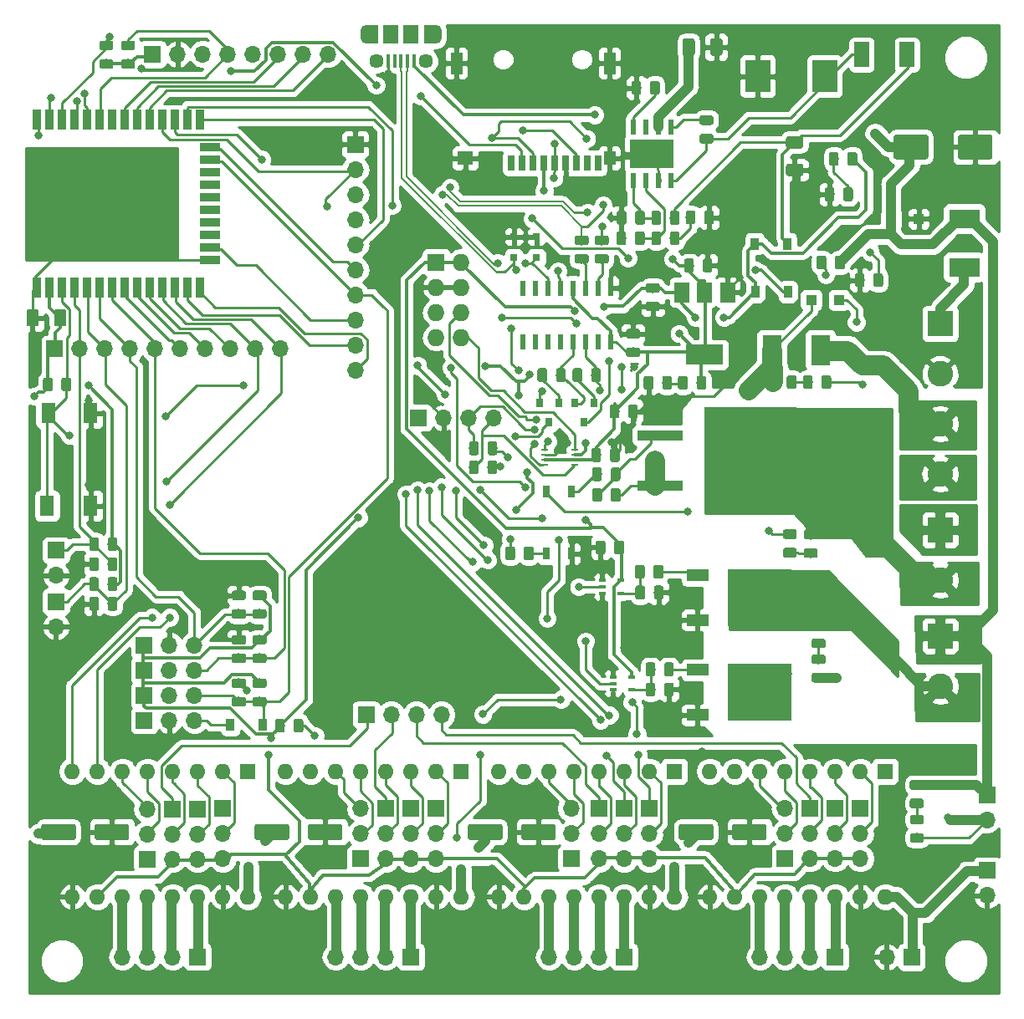
<source format=gtl>
G04 #@! TF.GenerationSoftware,KiCad,Pcbnew,5.0.2-bee76a0~70~ubuntu18.04.1*
G04 #@! TF.CreationDate,2019-02-18T17:05:05+09:00*
G04 #@! TF.ProjectId,MRR_ESPA,4d52525f-4553-4504-912e-6b696361645f,v0.9*
G04 #@! TF.SameCoordinates,Original*
G04 #@! TF.FileFunction,Copper,L1,Top*
G04 #@! TF.FilePolarity,Positive*
%FSLAX46Y46*%
G04 Gerber Fmt 4.6, Leading zero omitted, Abs format (unit mm)*
G04 Created by KiCad (PCBNEW 5.0.2-bee76a0~70~ubuntu18.04.1) date Mon 18 Feb 2019 05:05:05 PM JST*
%MOMM*%
%LPD*%
G01*
G04 APERTURE LIST*
G04 #@! TA.AperFunction,SMDPad,CuDef*
%ADD10R,1.200000X1.900000*%
G04 #@! TD*
G04 #@! TA.AperFunction,ComponentPad*
%ADD11O,1.200000X1.900000*%
G04 #@! TD*
G04 #@! TA.AperFunction,SMDPad,CuDef*
%ADD12R,1.500000X1.900000*%
G04 #@! TD*
G04 #@! TA.AperFunction,ComponentPad*
%ADD13C,1.450000*%
G04 #@! TD*
G04 #@! TA.AperFunction,SMDPad,CuDef*
%ADD14R,0.400000X1.350000*%
G04 #@! TD*
G04 #@! TA.AperFunction,ComponentPad*
%ADD15O,1.727200X1.727200*%
G04 #@! TD*
G04 #@! TA.AperFunction,ComponentPad*
%ADD16R,1.727200X1.727200*%
G04 #@! TD*
G04 #@! TA.AperFunction,Conductor*
%ADD17C,0.100000*%
G04 #@! TD*
G04 #@! TA.AperFunction,SMDPad,CuDef*
%ADD18C,0.975000*%
G04 #@! TD*
G04 #@! TA.AperFunction,SMDPad,CuDef*
%ADD19C,2.500000*%
G04 #@! TD*
G04 #@! TA.AperFunction,SMDPad,CuDef*
%ADD20C,1.250000*%
G04 #@! TD*
G04 #@! TA.AperFunction,SMDPad,CuDef*
%ADD21C,1.600000*%
G04 #@! TD*
G04 #@! TA.AperFunction,ComponentPad*
%ADD22O,1.700000X1.700000*%
G04 #@! TD*
G04 #@! TA.AperFunction,ComponentPad*
%ADD23R,1.700000X1.700000*%
G04 #@! TD*
G04 #@! TA.AperFunction,ComponentPad*
%ADD24C,2.600000*%
G04 #@! TD*
G04 #@! TA.AperFunction,ComponentPad*
%ADD25R,2.600000X2.600000*%
G04 #@! TD*
G04 #@! TA.AperFunction,SMDPad,CuDef*
%ADD26R,9.400000X10.800000*%
G04 #@! TD*
G04 #@! TA.AperFunction,SMDPad,CuDef*
%ADD27R,4.600000X1.100000*%
G04 #@! TD*
G04 #@! TA.AperFunction,SMDPad,CuDef*
%ADD28R,6.400000X5.800000*%
G04 #@! TD*
G04 #@! TA.AperFunction,SMDPad,CuDef*
%ADD29R,2.200000X1.200000*%
G04 #@! TD*
G04 #@! TA.AperFunction,SMDPad,CuDef*
%ADD30R,0.800000X0.900000*%
G04 #@! TD*
G04 #@! TA.AperFunction,SMDPad,CuDef*
%ADD31R,0.900000X2.000000*%
G04 #@! TD*
G04 #@! TA.AperFunction,SMDPad,CuDef*
%ADD32R,2.000000X0.900000*%
G04 #@! TD*
G04 #@! TA.AperFunction,SMDPad,CuDef*
%ADD33R,5.000000X5.000000*%
G04 #@! TD*
G04 #@! TA.AperFunction,ViaPad*
%ADD34C,0.600000*%
G04 #@! TD*
G04 #@! TA.AperFunction,SMDPad,CuDef*
%ADD35R,0.600000X1.550000*%
G04 #@! TD*
G04 #@! TA.AperFunction,Conductor*
%ADD36R,4.500000X2.950000*%
G04 #@! TD*
G04 #@! TA.AperFunction,SMDPad,CuDef*
%ADD37R,3.100000X2.600000*%
G04 #@! TD*
G04 #@! TA.AperFunction,SMDPad,CuDef*
%ADD38R,0.600000X1.500000*%
G04 #@! TD*
G04 #@! TA.AperFunction,SMDPad,CuDef*
%ADD39R,1.500000X2.000000*%
G04 #@! TD*
G04 #@! TA.AperFunction,SMDPad,CuDef*
%ADD40R,3.800000X2.000000*%
G04 #@! TD*
G04 #@! TA.AperFunction,ComponentPad*
%ADD41O,1.600000X1.600000*%
G04 #@! TD*
G04 #@! TA.AperFunction,ComponentPad*
%ADD42R,1.600000X1.600000*%
G04 #@! TD*
G04 #@! TA.AperFunction,SMDPad,CuDef*
%ADD43R,0.700000X1.600000*%
G04 #@! TD*
G04 #@! TA.AperFunction,SMDPad,CuDef*
%ADD44R,1.200000X1.400000*%
G04 #@! TD*
G04 #@! TA.AperFunction,SMDPad,CuDef*
%ADD45R,1.600000X1.400000*%
G04 #@! TD*
G04 #@! TA.AperFunction,SMDPad,CuDef*
%ADD46R,1.200000X2.200000*%
G04 #@! TD*
G04 #@! TA.AperFunction,SMDPad,CuDef*
%ADD47R,3.150000X1.960000*%
G04 #@! TD*
G04 #@! TA.AperFunction,SMDPad,CuDef*
%ADD48R,1.960000X3.150000*%
G04 #@! TD*
G04 #@! TA.AperFunction,SMDPad,CuDef*
%ADD49R,1.500000X2.500000*%
G04 #@! TD*
G04 #@! TA.AperFunction,SMDPad,CuDef*
%ADD50R,1.450000X2.100000*%
G04 #@! TD*
G04 #@! TA.AperFunction,SMDPad,CuDef*
%ADD51R,2.500000X3.300000*%
G04 #@! TD*
G04 #@! TA.AperFunction,SMDPad,CuDef*
%ADD52R,0.900000X1.200000*%
G04 #@! TD*
G04 #@! TA.AperFunction,SMDPad,CuDef*
%ADD53R,1.100000X1.100000*%
G04 #@! TD*
G04 #@! TA.AperFunction,SMDPad,CuDef*
%ADD54R,0.800000X0.800000*%
G04 #@! TD*
G04 #@! TA.AperFunction,SMDPad,CuDef*
%ADD55R,0.800000X1.200000*%
G04 #@! TD*
G04 #@! TA.AperFunction,SMDPad,CuDef*
%ADD56R,0.650000X0.400000*%
G04 #@! TD*
G04 #@! TA.AperFunction,SMDPad,CuDef*
%ADD57R,0.750000X0.250000*%
G04 #@! TD*
G04 #@! TA.AperFunction,ViaPad*
%ADD58C,0.800000*%
G04 #@! TD*
G04 #@! TA.AperFunction,Conductor*
%ADD59C,0.250000*%
G04 #@! TD*
G04 #@! TA.AperFunction,Conductor*
%ADD60C,0.300000*%
G04 #@! TD*
G04 #@! TA.AperFunction,Conductor*
%ADD61C,1.000000*%
G04 #@! TD*
G04 #@! TA.AperFunction,Conductor*
%ADD62C,2.000000*%
G04 #@! TD*
G04 #@! TA.AperFunction,Conductor*
%ADD63C,0.200000*%
G04 #@! TD*
G04 #@! TA.AperFunction,Conductor*
%ADD64C,0.254000*%
G04 #@! TD*
G04 APERTURE END LIST*
D10*
G04 #@! TO.P,J16,6*
G04 #@! TO.N,N/C*
X86212000Y-38640500D03*
X80412000Y-38640500D03*
D11*
X79812000Y-38640500D03*
X86812000Y-38640500D03*
D12*
X84312000Y-38640500D03*
D13*
X80812000Y-41340500D03*
D14*
G04 #@! TO.P,J16,3*
G04 #@! TO.N,/D+*
X83312000Y-41340500D03*
G04 #@! TO.P,J16,4*
G04 #@! TO.N,N/C*
X82662000Y-41340500D03*
G04 #@! TO.P,J16,5*
G04 #@! TO.N,GND*
X82012000Y-41340500D03*
G04 #@! TO.P,J16,1*
G04 #@! TO.N,VUSB*
X84612000Y-41340500D03*
G04 #@! TO.P,J16,2*
G04 #@! TO.N,/D-*
X83962000Y-41340500D03*
D13*
G04 #@! TO.P,J16,6*
G04 #@! TO.N,N/C*
X85812000Y-41340500D03*
D12*
X82312000Y-38640500D03*
G04 #@! TD*
D15*
G04 #@! TO.P,J15,8*
G04 #@! TO.N,UARTD5V-*
X89408000Y-69342000D03*
G04 #@! TO.P,J15,7*
G04 #@! TO.N,N/C*
X86868000Y-69342000D03*
G04 #@! TO.P,J15,6*
G04 #@! TO.N,UARTD5V+*
X89408000Y-66802000D03*
G04 #@! TO.P,J15,5*
G04 #@! TO.N,N/C*
X86868000Y-66802000D03*
G04 #@! TO.P,J15,4*
G04 #@! TO.N,GND*
X89408000Y-64262000D03*
G04 #@! TO.P,J15,3*
X86868000Y-64262000D03*
G04 #@! TO.P,J15,2*
G04 #@! TO.N,+5V*
X89408000Y-61722000D03*
D16*
G04 #@! TO.P,J15,1*
X86868000Y-61722000D03*
G04 #@! TD*
D17*
G04 #@! TO.N,X_MIN*
G04 #@! TO.C,C1*
G36*
X67380142Y-96851174D02*
X67403803Y-96854684D01*
X67427007Y-96860496D01*
X67449529Y-96868554D01*
X67471153Y-96878782D01*
X67491670Y-96891079D01*
X67510883Y-96905329D01*
X67528607Y-96921393D01*
X67544671Y-96939117D01*
X67558921Y-96958330D01*
X67571218Y-96978847D01*
X67581446Y-97000471D01*
X67589504Y-97022993D01*
X67595316Y-97046197D01*
X67598826Y-97069858D01*
X67600000Y-97093750D01*
X67600000Y-97581250D01*
X67598826Y-97605142D01*
X67595316Y-97628803D01*
X67589504Y-97652007D01*
X67581446Y-97674529D01*
X67571218Y-97696153D01*
X67558921Y-97716670D01*
X67544671Y-97735883D01*
X67528607Y-97753607D01*
X67510883Y-97769671D01*
X67491670Y-97783921D01*
X67471153Y-97796218D01*
X67449529Y-97806446D01*
X67427007Y-97814504D01*
X67403803Y-97820316D01*
X67380142Y-97823826D01*
X67356250Y-97825000D01*
X66443750Y-97825000D01*
X66419858Y-97823826D01*
X66396197Y-97820316D01*
X66372993Y-97814504D01*
X66350471Y-97806446D01*
X66328847Y-97796218D01*
X66308330Y-97783921D01*
X66289117Y-97769671D01*
X66271393Y-97753607D01*
X66255329Y-97735883D01*
X66241079Y-97716670D01*
X66228782Y-97696153D01*
X66218554Y-97674529D01*
X66210496Y-97652007D01*
X66204684Y-97628803D01*
X66201174Y-97605142D01*
X66200000Y-97581250D01*
X66200000Y-97093750D01*
X66201174Y-97069858D01*
X66204684Y-97046197D01*
X66210496Y-97022993D01*
X66218554Y-97000471D01*
X66228782Y-96978847D01*
X66241079Y-96958330D01*
X66255329Y-96939117D01*
X66271393Y-96921393D01*
X66289117Y-96905329D01*
X66308330Y-96891079D01*
X66328847Y-96878782D01*
X66350471Y-96868554D01*
X66372993Y-96860496D01*
X66396197Y-96854684D01*
X66419858Y-96851174D01*
X66443750Y-96850000D01*
X67356250Y-96850000D01*
X67380142Y-96851174D01*
X67380142Y-96851174D01*
G37*
D18*
G04 #@! TD*
G04 #@! TO.P,C1,2*
G04 #@! TO.N,X_MIN*
X66900000Y-97337500D03*
D17*
G04 #@! TO.N,GND*
G04 #@! TO.C,C1*
G36*
X67380142Y-94976174D02*
X67403803Y-94979684D01*
X67427007Y-94985496D01*
X67449529Y-94993554D01*
X67471153Y-95003782D01*
X67491670Y-95016079D01*
X67510883Y-95030329D01*
X67528607Y-95046393D01*
X67544671Y-95064117D01*
X67558921Y-95083330D01*
X67571218Y-95103847D01*
X67581446Y-95125471D01*
X67589504Y-95147993D01*
X67595316Y-95171197D01*
X67598826Y-95194858D01*
X67600000Y-95218750D01*
X67600000Y-95706250D01*
X67598826Y-95730142D01*
X67595316Y-95753803D01*
X67589504Y-95777007D01*
X67581446Y-95799529D01*
X67571218Y-95821153D01*
X67558921Y-95841670D01*
X67544671Y-95860883D01*
X67528607Y-95878607D01*
X67510883Y-95894671D01*
X67491670Y-95908921D01*
X67471153Y-95921218D01*
X67449529Y-95931446D01*
X67427007Y-95939504D01*
X67403803Y-95945316D01*
X67380142Y-95948826D01*
X67356250Y-95950000D01*
X66443750Y-95950000D01*
X66419858Y-95948826D01*
X66396197Y-95945316D01*
X66372993Y-95939504D01*
X66350471Y-95931446D01*
X66328847Y-95921218D01*
X66308330Y-95908921D01*
X66289117Y-95894671D01*
X66271393Y-95878607D01*
X66255329Y-95860883D01*
X66241079Y-95841670D01*
X66228782Y-95821153D01*
X66218554Y-95799529D01*
X66210496Y-95777007D01*
X66204684Y-95753803D01*
X66201174Y-95730142D01*
X66200000Y-95706250D01*
X66200000Y-95218750D01*
X66201174Y-95194858D01*
X66204684Y-95171197D01*
X66210496Y-95147993D01*
X66218554Y-95125471D01*
X66228782Y-95103847D01*
X66241079Y-95083330D01*
X66255329Y-95064117D01*
X66271393Y-95046393D01*
X66289117Y-95030329D01*
X66308330Y-95016079D01*
X66328847Y-95003782D01*
X66350471Y-94993554D01*
X66372993Y-94985496D01*
X66396197Y-94979684D01*
X66419858Y-94976174D01*
X66443750Y-94975000D01*
X67356250Y-94975000D01*
X67380142Y-94976174D01*
X67380142Y-94976174D01*
G37*
D18*
G04 #@! TD*
G04 #@! TO.P,C1,1*
G04 #@! TO.N,GND*
X66900000Y-95462500D03*
D17*
G04 #@! TO.N,Z_MIN*
G04 #@! TO.C,C2*
G36*
X67380142Y-105751174D02*
X67403803Y-105754684D01*
X67427007Y-105760496D01*
X67449529Y-105768554D01*
X67471153Y-105778782D01*
X67491670Y-105791079D01*
X67510883Y-105805329D01*
X67528607Y-105821393D01*
X67544671Y-105839117D01*
X67558921Y-105858330D01*
X67571218Y-105878847D01*
X67581446Y-105900471D01*
X67589504Y-105922993D01*
X67595316Y-105946197D01*
X67598826Y-105969858D01*
X67600000Y-105993750D01*
X67600000Y-106481250D01*
X67598826Y-106505142D01*
X67595316Y-106528803D01*
X67589504Y-106552007D01*
X67581446Y-106574529D01*
X67571218Y-106596153D01*
X67558921Y-106616670D01*
X67544671Y-106635883D01*
X67528607Y-106653607D01*
X67510883Y-106669671D01*
X67491670Y-106683921D01*
X67471153Y-106696218D01*
X67449529Y-106706446D01*
X67427007Y-106714504D01*
X67403803Y-106720316D01*
X67380142Y-106723826D01*
X67356250Y-106725000D01*
X66443750Y-106725000D01*
X66419858Y-106723826D01*
X66396197Y-106720316D01*
X66372993Y-106714504D01*
X66350471Y-106706446D01*
X66328847Y-106696218D01*
X66308330Y-106683921D01*
X66289117Y-106669671D01*
X66271393Y-106653607D01*
X66255329Y-106635883D01*
X66241079Y-106616670D01*
X66228782Y-106596153D01*
X66218554Y-106574529D01*
X66210496Y-106552007D01*
X66204684Y-106528803D01*
X66201174Y-106505142D01*
X66200000Y-106481250D01*
X66200000Y-105993750D01*
X66201174Y-105969858D01*
X66204684Y-105946197D01*
X66210496Y-105922993D01*
X66218554Y-105900471D01*
X66228782Y-105878847D01*
X66241079Y-105858330D01*
X66255329Y-105839117D01*
X66271393Y-105821393D01*
X66289117Y-105805329D01*
X66308330Y-105791079D01*
X66328847Y-105778782D01*
X66350471Y-105768554D01*
X66372993Y-105760496D01*
X66396197Y-105754684D01*
X66419858Y-105751174D01*
X66443750Y-105750000D01*
X67356250Y-105750000D01*
X67380142Y-105751174D01*
X67380142Y-105751174D01*
G37*
D18*
G04 #@! TD*
G04 #@! TO.P,C2,2*
G04 #@! TO.N,Z_MIN*
X66900000Y-106237500D03*
D17*
G04 #@! TO.N,GND*
G04 #@! TO.C,C2*
G36*
X67380142Y-103876174D02*
X67403803Y-103879684D01*
X67427007Y-103885496D01*
X67449529Y-103893554D01*
X67471153Y-103903782D01*
X67491670Y-103916079D01*
X67510883Y-103930329D01*
X67528607Y-103946393D01*
X67544671Y-103964117D01*
X67558921Y-103983330D01*
X67571218Y-104003847D01*
X67581446Y-104025471D01*
X67589504Y-104047993D01*
X67595316Y-104071197D01*
X67598826Y-104094858D01*
X67600000Y-104118750D01*
X67600000Y-104606250D01*
X67598826Y-104630142D01*
X67595316Y-104653803D01*
X67589504Y-104677007D01*
X67581446Y-104699529D01*
X67571218Y-104721153D01*
X67558921Y-104741670D01*
X67544671Y-104760883D01*
X67528607Y-104778607D01*
X67510883Y-104794671D01*
X67491670Y-104808921D01*
X67471153Y-104821218D01*
X67449529Y-104831446D01*
X67427007Y-104839504D01*
X67403803Y-104845316D01*
X67380142Y-104848826D01*
X67356250Y-104850000D01*
X66443750Y-104850000D01*
X66419858Y-104848826D01*
X66396197Y-104845316D01*
X66372993Y-104839504D01*
X66350471Y-104831446D01*
X66328847Y-104821218D01*
X66308330Y-104808921D01*
X66289117Y-104794671D01*
X66271393Y-104778607D01*
X66255329Y-104760883D01*
X66241079Y-104741670D01*
X66228782Y-104721153D01*
X66218554Y-104699529D01*
X66210496Y-104677007D01*
X66204684Y-104653803D01*
X66201174Y-104630142D01*
X66200000Y-104606250D01*
X66200000Y-104118750D01*
X66201174Y-104094858D01*
X66204684Y-104071197D01*
X66210496Y-104047993D01*
X66218554Y-104025471D01*
X66228782Y-104003847D01*
X66241079Y-103983330D01*
X66255329Y-103964117D01*
X66271393Y-103946393D01*
X66289117Y-103930329D01*
X66308330Y-103916079D01*
X66328847Y-103903782D01*
X66350471Y-103893554D01*
X66372993Y-103885496D01*
X66396197Y-103879684D01*
X66419858Y-103876174D01*
X66443750Y-103875000D01*
X67356250Y-103875000D01*
X67380142Y-103876174D01*
X67380142Y-103876174D01*
G37*
D18*
G04 #@! TD*
G04 #@! TO.P,C2,1*
G04 #@! TO.N,GND*
X66900000Y-104362500D03*
D17*
G04 #@! TO.N,Y_MIN*
G04 #@! TO.C,C3*
G36*
X67380142Y-101351174D02*
X67403803Y-101354684D01*
X67427007Y-101360496D01*
X67449529Y-101368554D01*
X67471153Y-101378782D01*
X67491670Y-101391079D01*
X67510883Y-101405329D01*
X67528607Y-101421393D01*
X67544671Y-101439117D01*
X67558921Y-101458330D01*
X67571218Y-101478847D01*
X67581446Y-101500471D01*
X67589504Y-101522993D01*
X67595316Y-101546197D01*
X67598826Y-101569858D01*
X67600000Y-101593750D01*
X67600000Y-102081250D01*
X67598826Y-102105142D01*
X67595316Y-102128803D01*
X67589504Y-102152007D01*
X67581446Y-102174529D01*
X67571218Y-102196153D01*
X67558921Y-102216670D01*
X67544671Y-102235883D01*
X67528607Y-102253607D01*
X67510883Y-102269671D01*
X67491670Y-102283921D01*
X67471153Y-102296218D01*
X67449529Y-102306446D01*
X67427007Y-102314504D01*
X67403803Y-102320316D01*
X67380142Y-102323826D01*
X67356250Y-102325000D01*
X66443750Y-102325000D01*
X66419858Y-102323826D01*
X66396197Y-102320316D01*
X66372993Y-102314504D01*
X66350471Y-102306446D01*
X66328847Y-102296218D01*
X66308330Y-102283921D01*
X66289117Y-102269671D01*
X66271393Y-102253607D01*
X66255329Y-102235883D01*
X66241079Y-102216670D01*
X66228782Y-102196153D01*
X66218554Y-102174529D01*
X66210496Y-102152007D01*
X66204684Y-102128803D01*
X66201174Y-102105142D01*
X66200000Y-102081250D01*
X66200000Y-101593750D01*
X66201174Y-101569858D01*
X66204684Y-101546197D01*
X66210496Y-101522993D01*
X66218554Y-101500471D01*
X66228782Y-101478847D01*
X66241079Y-101458330D01*
X66255329Y-101439117D01*
X66271393Y-101421393D01*
X66289117Y-101405329D01*
X66308330Y-101391079D01*
X66328847Y-101378782D01*
X66350471Y-101368554D01*
X66372993Y-101360496D01*
X66396197Y-101354684D01*
X66419858Y-101351174D01*
X66443750Y-101350000D01*
X67356250Y-101350000D01*
X67380142Y-101351174D01*
X67380142Y-101351174D01*
G37*
D18*
G04 #@! TD*
G04 #@! TO.P,C3,2*
G04 #@! TO.N,Y_MIN*
X66900000Y-101837500D03*
D17*
G04 #@! TO.N,GND*
G04 #@! TO.C,C3*
G36*
X67380142Y-99476174D02*
X67403803Y-99479684D01*
X67427007Y-99485496D01*
X67449529Y-99493554D01*
X67471153Y-99503782D01*
X67491670Y-99516079D01*
X67510883Y-99530329D01*
X67528607Y-99546393D01*
X67544671Y-99564117D01*
X67558921Y-99583330D01*
X67571218Y-99603847D01*
X67581446Y-99625471D01*
X67589504Y-99647993D01*
X67595316Y-99671197D01*
X67598826Y-99694858D01*
X67600000Y-99718750D01*
X67600000Y-100206250D01*
X67598826Y-100230142D01*
X67595316Y-100253803D01*
X67589504Y-100277007D01*
X67581446Y-100299529D01*
X67571218Y-100321153D01*
X67558921Y-100341670D01*
X67544671Y-100360883D01*
X67528607Y-100378607D01*
X67510883Y-100394671D01*
X67491670Y-100408921D01*
X67471153Y-100421218D01*
X67449529Y-100431446D01*
X67427007Y-100439504D01*
X67403803Y-100445316D01*
X67380142Y-100448826D01*
X67356250Y-100450000D01*
X66443750Y-100450000D01*
X66419858Y-100448826D01*
X66396197Y-100445316D01*
X66372993Y-100439504D01*
X66350471Y-100431446D01*
X66328847Y-100421218D01*
X66308330Y-100408921D01*
X66289117Y-100394671D01*
X66271393Y-100378607D01*
X66255329Y-100360883D01*
X66241079Y-100341670D01*
X66228782Y-100321153D01*
X66218554Y-100299529D01*
X66210496Y-100277007D01*
X66204684Y-100253803D01*
X66201174Y-100230142D01*
X66200000Y-100206250D01*
X66200000Y-99718750D01*
X66201174Y-99694858D01*
X66204684Y-99671197D01*
X66210496Y-99647993D01*
X66218554Y-99625471D01*
X66228782Y-99603847D01*
X66241079Y-99583330D01*
X66255329Y-99564117D01*
X66271393Y-99546393D01*
X66289117Y-99530329D01*
X66308330Y-99516079D01*
X66328847Y-99503782D01*
X66350471Y-99493554D01*
X66372993Y-99485496D01*
X66396197Y-99479684D01*
X66419858Y-99476174D01*
X66443750Y-99475000D01*
X67356250Y-99475000D01*
X67380142Y-99476174D01*
X67380142Y-99476174D01*
G37*
D18*
G04 #@! TD*
G04 #@! TO.P,C3,1*
G04 #@! TO.N,GND*
X66900000Y-99962500D03*
D17*
G04 #@! TO.N,GND*
G04 #@! TO.C,C4*
G36*
X142949504Y-48801204D02*
X142973773Y-48804804D01*
X142997571Y-48810765D01*
X143020671Y-48819030D01*
X143042849Y-48829520D01*
X143063893Y-48842133D01*
X143083598Y-48856747D01*
X143101777Y-48873223D01*
X143118253Y-48891402D01*
X143132867Y-48911107D01*
X143145480Y-48932151D01*
X143155970Y-48954329D01*
X143164235Y-48977429D01*
X143170196Y-49001227D01*
X143173796Y-49025496D01*
X143175000Y-49050000D01*
X143175000Y-51050000D01*
X143173796Y-51074504D01*
X143170196Y-51098773D01*
X143164235Y-51122571D01*
X143155970Y-51145671D01*
X143145480Y-51167849D01*
X143132867Y-51188893D01*
X143118253Y-51208598D01*
X143101777Y-51226777D01*
X143083598Y-51243253D01*
X143063893Y-51257867D01*
X143042849Y-51270480D01*
X143020671Y-51280970D01*
X142997571Y-51289235D01*
X142973773Y-51295196D01*
X142949504Y-51298796D01*
X142925000Y-51300000D01*
X139925000Y-51300000D01*
X139900496Y-51298796D01*
X139876227Y-51295196D01*
X139852429Y-51289235D01*
X139829329Y-51280970D01*
X139807151Y-51270480D01*
X139786107Y-51257867D01*
X139766402Y-51243253D01*
X139748223Y-51226777D01*
X139731747Y-51208598D01*
X139717133Y-51188893D01*
X139704520Y-51167849D01*
X139694030Y-51145671D01*
X139685765Y-51122571D01*
X139679804Y-51098773D01*
X139676204Y-51074504D01*
X139675000Y-51050000D01*
X139675000Y-49050000D01*
X139676204Y-49025496D01*
X139679804Y-49001227D01*
X139685765Y-48977429D01*
X139694030Y-48954329D01*
X139704520Y-48932151D01*
X139717133Y-48911107D01*
X139731747Y-48891402D01*
X139748223Y-48873223D01*
X139766402Y-48856747D01*
X139786107Y-48842133D01*
X139807151Y-48829520D01*
X139829329Y-48819030D01*
X139852429Y-48810765D01*
X139876227Y-48804804D01*
X139900496Y-48801204D01*
X139925000Y-48800000D01*
X142925000Y-48800000D01*
X142949504Y-48801204D01*
X142949504Y-48801204D01*
G37*
D19*
G04 #@! TD*
G04 #@! TO.P,C4,2*
G04 #@! TO.N,GND*
X141425000Y-50050000D03*
D17*
G04 #@! TO.N,VIN*
G04 #@! TO.C,C4*
G36*
X136449504Y-48801204D02*
X136473773Y-48804804D01*
X136497571Y-48810765D01*
X136520671Y-48819030D01*
X136542849Y-48829520D01*
X136563893Y-48842133D01*
X136583598Y-48856747D01*
X136601777Y-48873223D01*
X136618253Y-48891402D01*
X136632867Y-48911107D01*
X136645480Y-48932151D01*
X136655970Y-48954329D01*
X136664235Y-48977429D01*
X136670196Y-49001227D01*
X136673796Y-49025496D01*
X136675000Y-49050000D01*
X136675000Y-51050000D01*
X136673796Y-51074504D01*
X136670196Y-51098773D01*
X136664235Y-51122571D01*
X136655970Y-51145671D01*
X136645480Y-51167849D01*
X136632867Y-51188893D01*
X136618253Y-51208598D01*
X136601777Y-51226777D01*
X136583598Y-51243253D01*
X136563893Y-51257867D01*
X136542849Y-51270480D01*
X136520671Y-51280970D01*
X136497571Y-51289235D01*
X136473773Y-51295196D01*
X136449504Y-51298796D01*
X136425000Y-51300000D01*
X133425000Y-51300000D01*
X133400496Y-51298796D01*
X133376227Y-51295196D01*
X133352429Y-51289235D01*
X133329329Y-51280970D01*
X133307151Y-51270480D01*
X133286107Y-51257867D01*
X133266402Y-51243253D01*
X133248223Y-51226777D01*
X133231747Y-51208598D01*
X133217133Y-51188893D01*
X133204520Y-51167849D01*
X133194030Y-51145671D01*
X133185765Y-51122571D01*
X133179804Y-51098773D01*
X133176204Y-51074504D01*
X133175000Y-51050000D01*
X133175000Y-49050000D01*
X133176204Y-49025496D01*
X133179804Y-49001227D01*
X133185765Y-48977429D01*
X133194030Y-48954329D01*
X133204520Y-48932151D01*
X133217133Y-48911107D01*
X133231747Y-48891402D01*
X133248223Y-48873223D01*
X133266402Y-48856747D01*
X133286107Y-48842133D01*
X133307151Y-48829520D01*
X133329329Y-48819030D01*
X133352429Y-48810765D01*
X133376227Y-48804804D01*
X133400496Y-48801204D01*
X133425000Y-48800000D01*
X136425000Y-48800000D01*
X136449504Y-48801204D01*
X136449504Y-48801204D01*
G37*
D19*
G04 #@! TD*
G04 #@! TO.P,C4,1*
G04 #@! TO.N,VIN*
X134925000Y-50050000D03*
D17*
G04 #@! TO.N,TEMP_BED_PIN*
G04 #@! TO.C,C5*
G36*
X54380142Y-95626174D02*
X54403803Y-95629684D01*
X54427007Y-95635496D01*
X54449529Y-95643554D01*
X54471153Y-95653782D01*
X54491670Y-95666079D01*
X54510883Y-95680329D01*
X54528607Y-95696393D01*
X54544671Y-95714117D01*
X54558921Y-95733330D01*
X54571218Y-95753847D01*
X54581446Y-95775471D01*
X54589504Y-95797993D01*
X54595316Y-95821197D01*
X54598826Y-95844858D01*
X54600000Y-95868750D01*
X54600000Y-96781250D01*
X54598826Y-96805142D01*
X54595316Y-96828803D01*
X54589504Y-96852007D01*
X54581446Y-96874529D01*
X54571218Y-96896153D01*
X54558921Y-96916670D01*
X54544671Y-96935883D01*
X54528607Y-96953607D01*
X54510883Y-96969671D01*
X54491670Y-96983921D01*
X54471153Y-96996218D01*
X54449529Y-97006446D01*
X54427007Y-97014504D01*
X54403803Y-97020316D01*
X54380142Y-97023826D01*
X54356250Y-97025000D01*
X53868750Y-97025000D01*
X53844858Y-97023826D01*
X53821197Y-97020316D01*
X53797993Y-97014504D01*
X53775471Y-97006446D01*
X53753847Y-96996218D01*
X53733330Y-96983921D01*
X53714117Y-96969671D01*
X53696393Y-96953607D01*
X53680329Y-96935883D01*
X53666079Y-96916670D01*
X53653782Y-96896153D01*
X53643554Y-96874529D01*
X53635496Y-96852007D01*
X53629684Y-96828803D01*
X53626174Y-96805142D01*
X53625000Y-96781250D01*
X53625000Y-95868750D01*
X53626174Y-95844858D01*
X53629684Y-95821197D01*
X53635496Y-95797993D01*
X53643554Y-95775471D01*
X53653782Y-95753847D01*
X53666079Y-95733330D01*
X53680329Y-95714117D01*
X53696393Y-95696393D01*
X53714117Y-95680329D01*
X53733330Y-95666079D01*
X53753847Y-95653782D01*
X53775471Y-95643554D01*
X53797993Y-95635496D01*
X53821197Y-95629684D01*
X53844858Y-95626174D01*
X53868750Y-95625000D01*
X54356250Y-95625000D01*
X54380142Y-95626174D01*
X54380142Y-95626174D01*
G37*
D18*
G04 #@! TD*
G04 #@! TO.P,C5,2*
G04 #@! TO.N,TEMP_BED_PIN*
X54112500Y-96325000D03*
D17*
G04 #@! TO.N,GND*
G04 #@! TO.C,C5*
G36*
X52505142Y-95626174D02*
X52528803Y-95629684D01*
X52552007Y-95635496D01*
X52574529Y-95643554D01*
X52596153Y-95653782D01*
X52616670Y-95666079D01*
X52635883Y-95680329D01*
X52653607Y-95696393D01*
X52669671Y-95714117D01*
X52683921Y-95733330D01*
X52696218Y-95753847D01*
X52706446Y-95775471D01*
X52714504Y-95797993D01*
X52720316Y-95821197D01*
X52723826Y-95844858D01*
X52725000Y-95868750D01*
X52725000Y-96781250D01*
X52723826Y-96805142D01*
X52720316Y-96828803D01*
X52714504Y-96852007D01*
X52706446Y-96874529D01*
X52696218Y-96896153D01*
X52683921Y-96916670D01*
X52669671Y-96935883D01*
X52653607Y-96953607D01*
X52635883Y-96969671D01*
X52616670Y-96983921D01*
X52596153Y-96996218D01*
X52574529Y-97006446D01*
X52552007Y-97014504D01*
X52528803Y-97020316D01*
X52505142Y-97023826D01*
X52481250Y-97025000D01*
X51993750Y-97025000D01*
X51969858Y-97023826D01*
X51946197Y-97020316D01*
X51922993Y-97014504D01*
X51900471Y-97006446D01*
X51878847Y-96996218D01*
X51858330Y-96983921D01*
X51839117Y-96969671D01*
X51821393Y-96953607D01*
X51805329Y-96935883D01*
X51791079Y-96916670D01*
X51778782Y-96896153D01*
X51768554Y-96874529D01*
X51760496Y-96852007D01*
X51754684Y-96828803D01*
X51751174Y-96805142D01*
X51750000Y-96781250D01*
X51750000Y-95868750D01*
X51751174Y-95844858D01*
X51754684Y-95821197D01*
X51760496Y-95797993D01*
X51768554Y-95775471D01*
X51778782Y-95753847D01*
X51791079Y-95733330D01*
X51805329Y-95714117D01*
X51821393Y-95696393D01*
X51839117Y-95680329D01*
X51858330Y-95666079D01*
X51878847Y-95653782D01*
X51900471Y-95643554D01*
X51922993Y-95635496D01*
X51946197Y-95629684D01*
X51969858Y-95626174D01*
X51993750Y-95625000D01*
X52481250Y-95625000D01*
X52505142Y-95626174D01*
X52505142Y-95626174D01*
G37*
D18*
G04 #@! TD*
G04 #@! TO.P,C5,1*
G04 #@! TO.N,GND*
X52237500Y-96325000D03*
D17*
G04 #@! TO.N,TEMP_E0_PIN*
G04 #@! TO.C,C6*
G36*
X54380142Y-91601174D02*
X54403803Y-91604684D01*
X54427007Y-91610496D01*
X54449529Y-91618554D01*
X54471153Y-91628782D01*
X54491670Y-91641079D01*
X54510883Y-91655329D01*
X54528607Y-91671393D01*
X54544671Y-91689117D01*
X54558921Y-91708330D01*
X54571218Y-91728847D01*
X54581446Y-91750471D01*
X54589504Y-91772993D01*
X54595316Y-91796197D01*
X54598826Y-91819858D01*
X54600000Y-91843750D01*
X54600000Y-92756250D01*
X54598826Y-92780142D01*
X54595316Y-92803803D01*
X54589504Y-92827007D01*
X54581446Y-92849529D01*
X54571218Y-92871153D01*
X54558921Y-92891670D01*
X54544671Y-92910883D01*
X54528607Y-92928607D01*
X54510883Y-92944671D01*
X54491670Y-92958921D01*
X54471153Y-92971218D01*
X54449529Y-92981446D01*
X54427007Y-92989504D01*
X54403803Y-92995316D01*
X54380142Y-92998826D01*
X54356250Y-93000000D01*
X53868750Y-93000000D01*
X53844858Y-92998826D01*
X53821197Y-92995316D01*
X53797993Y-92989504D01*
X53775471Y-92981446D01*
X53753847Y-92971218D01*
X53733330Y-92958921D01*
X53714117Y-92944671D01*
X53696393Y-92928607D01*
X53680329Y-92910883D01*
X53666079Y-92891670D01*
X53653782Y-92871153D01*
X53643554Y-92849529D01*
X53635496Y-92827007D01*
X53629684Y-92803803D01*
X53626174Y-92780142D01*
X53625000Y-92756250D01*
X53625000Y-91843750D01*
X53626174Y-91819858D01*
X53629684Y-91796197D01*
X53635496Y-91772993D01*
X53643554Y-91750471D01*
X53653782Y-91728847D01*
X53666079Y-91708330D01*
X53680329Y-91689117D01*
X53696393Y-91671393D01*
X53714117Y-91655329D01*
X53733330Y-91641079D01*
X53753847Y-91628782D01*
X53775471Y-91618554D01*
X53797993Y-91610496D01*
X53821197Y-91604684D01*
X53844858Y-91601174D01*
X53868750Y-91600000D01*
X54356250Y-91600000D01*
X54380142Y-91601174D01*
X54380142Y-91601174D01*
G37*
D18*
G04 #@! TD*
G04 #@! TO.P,C6,2*
G04 #@! TO.N,TEMP_E0_PIN*
X54112500Y-92300000D03*
D17*
G04 #@! TO.N,GND*
G04 #@! TO.C,C6*
G36*
X52505142Y-91601174D02*
X52528803Y-91604684D01*
X52552007Y-91610496D01*
X52574529Y-91618554D01*
X52596153Y-91628782D01*
X52616670Y-91641079D01*
X52635883Y-91655329D01*
X52653607Y-91671393D01*
X52669671Y-91689117D01*
X52683921Y-91708330D01*
X52696218Y-91728847D01*
X52706446Y-91750471D01*
X52714504Y-91772993D01*
X52720316Y-91796197D01*
X52723826Y-91819858D01*
X52725000Y-91843750D01*
X52725000Y-92756250D01*
X52723826Y-92780142D01*
X52720316Y-92803803D01*
X52714504Y-92827007D01*
X52706446Y-92849529D01*
X52696218Y-92871153D01*
X52683921Y-92891670D01*
X52669671Y-92910883D01*
X52653607Y-92928607D01*
X52635883Y-92944671D01*
X52616670Y-92958921D01*
X52596153Y-92971218D01*
X52574529Y-92981446D01*
X52552007Y-92989504D01*
X52528803Y-92995316D01*
X52505142Y-92998826D01*
X52481250Y-93000000D01*
X51993750Y-93000000D01*
X51969858Y-92998826D01*
X51946197Y-92995316D01*
X51922993Y-92989504D01*
X51900471Y-92981446D01*
X51878847Y-92971218D01*
X51858330Y-92958921D01*
X51839117Y-92944671D01*
X51821393Y-92928607D01*
X51805329Y-92910883D01*
X51791079Y-92891670D01*
X51778782Y-92871153D01*
X51768554Y-92849529D01*
X51760496Y-92827007D01*
X51754684Y-92803803D01*
X51751174Y-92780142D01*
X51750000Y-92756250D01*
X51750000Y-91843750D01*
X51751174Y-91819858D01*
X51754684Y-91796197D01*
X51760496Y-91772993D01*
X51768554Y-91750471D01*
X51778782Y-91728847D01*
X51791079Y-91708330D01*
X51805329Y-91689117D01*
X51821393Y-91671393D01*
X51839117Y-91655329D01*
X51858330Y-91641079D01*
X51878847Y-91628782D01*
X51900471Y-91618554D01*
X51922993Y-91610496D01*
X51946197Y-91604684D01*
X51969858Y-91601174D01*
X51993750Y-91600000D01*
X52481250Y-91600000D01*
X52505142Y-91601174D01*
X52505142Y-91601174D01*
G37*
D18*
G04 #@! TD*
G04 #@! TO.P,C6,1*
G04 #@! TO.N,GND*
X52237500Y-92300000D03*
D17*
G04 #@! TO.N,VIN*
G04 #@! TO.C,C7*
G36*
X112824504Y-39051204D02*
X112848773Y-39054804D01*
X112872571Y-39060765D01*
X112895671Y-39069030D01*
X112917849Y-39079520D01*
X112938893Y-39092133D01*
X112958598Y-39106747D01*
X112976777Y-39123223D01*
X112993253Y-39141402D01*
X113007867Y-39161107D01*
X113020480Y-39182151D01*
X113030970Y-39204329D01*
X113039235Y-39227429D01*
X113045196Y-39251227D01*
X113048796Y-39275496D01*
X113050000Y-39300000D01*
X113050000Y-40550000D01*
X113048796Y-40574504D01*
X113045196Y-40598773D01*
X113039235Y-40622571D01*
X113030970Y-40645671D01*
X113020480Y-40667849D01*
X113007867Y-40688893D01*
X112993253Y-40708598D01*
X112976777Y-40726777D01*
X112958598Y-40743253D01*
X112938893Y-40757867D01*
X112917849Y-40770480D01*
X112895671Y-40780970D01*
X112872571Y-40789235D01*
X112848773Y-40795196D01*
X112824504Y-40798796D01*
X112800000Y-40800000D01*
X112050000Y-40800000D01*
X112025496Y-40798796D01*
X112001227Y-40795196D01*
X111977429Y-40789235D01*
X111954329Y-40780970D01*
X111932151Y-40770480D01*
X111911107Y-40757867D01*
X111891402Y-40743253D01*
X111873223Y-40726777D01*
X111856747Y-40708598D01*
X111842133Y-40688893D01*
X111829520Y-40667849D01*
X111819030Y-40645671D01*
X111810765Y-40622571D01*
X111804804Y-40598773D01*
X111801204Y-40574504D01*
X111800000Y-40550000D01*
X111800000Y-39300000D01*
X111801204Y-39275496D01*
X111804804Y-39251227D01*
X111810765Y-39227429D01*
X111819030Y-39204329D01*
X111829520Y-39182151D01*
X111842133Y-39161107D01*
X111856747Y-39141402D01*
X111873223Y-39123223D01*
X111891402Y-39106747D01*
X111911107Y-39092133D01*
X111932151Y-39079520D01*
X111954329Y-39069030D01*
X111977429Y-39060765D01*
X112001227Y-39054804D01*
X112025496Y-39051204D01*
X112050000Y-39050000D01*
X112800000Y-39050000D01*
X112824504Y-39051204D01*
X112824504Y-39051204D01*
G37*
D20*
G04 #@! TD*
G04 #@! TO.P,C7,2*
G04 #@! TO.N,VIN*
X112425000Y-39925000D03*
D17*
G04 #@! TO.N,GND*
G04 #@! TO.C,C7*
G36*
X115624504Y-39051204D02*
X115648773Y-39054804D01*
X115672571Y-39060765D01*
X115695671Y-39069030D01*
X115717849Y-39079520D01*
X115738893Y-39092133D01*
X115758598Y-39106747D01*
X115776777Y-39123223D01*
X115793253Y-39141402D01*
X115807867Y-39161107D01*
X115820480Y-39182151D01*
X115830970Y-39204329D01*
X115839235Y-39227429D01*
X115845196Y-39251227D01*
X115848796Y-39275496D01*
X115850000Y-39300000D01*
X115850000Y-40550000D01*
X115848796Y-40574504D01*
X115845196Y-40598773D01*
X115839235Y-40622571D01*
X115830970Y-40645671D01*
X115820480Y-40667849D01*
X115807867Y-40688893D01*
X115793253Y-40708598D01*
X115776777Y-40726777D01*
X115758598Y-40743253D01*
X115738893Y-40757867D01*
X115717849Y-40770480D01*
X115695671Y-40780970D01*
X115672571Y-40789235D01*
X115648773Y-40795196D01*
X115624504Y-40798796D01*
X115600000Y-40800000D01*
X114850000Y-40800000D01*
X114825496Y-40798796D01*
X114801227Y-40795196D01*
X114777429Y-40789235D01*
X114754329Y-40780970D01*
X114732151Y-40770480D01*
X114711107Y-40757867D01*
X114691402Y-40743253D01*
X114673223Y-40726777D01*
X114656747Y-40708598D01*
X114642133Y-40688893D01*
X114629520Y-40667849D01*
X114619030Y-40645671D01*
X114610765Y-40622571D01*
X114604804Y-40598773D01*
X114601204Y-40574504D01*
X114600000Y-40550000D01*
X114600000Y-39300000D01*
X114601204Y-39275496D01*
X114604804Y-39251227D01*
X114610765Y-39227429D01*
X114619030Y-39204329D01*
X114629520Y-39182151D01*
X114642133Y-39161107D01*
X114656747Y-39141402D01*
X114673223Y-39123223D01*
X114691402Y-39106747D01*
X114711107Y-39092133D01*
X114732151Y-39079520D01*
X114754329Y-39069030D01*
X114777429Y-39060765D01*
X114801227Y-39054804D01*
X114825496Y-39051204D01*
X114850000Y-39050000D01*
X115600000Y-39050000D01*
X115624504Y-39051204D01*
X115624504Y-39051204D01*
G37*
D20*
G04 #@! TD*
G04 #@! TO.P,C7,1*
G04 #@! TO.N,GND*
X115225000Y-39925000D03*
D17*
G04 #@! TO.N,GND*
G04 #@! TO.C,C8*
G36*
X114755142Y-56501174D02*
X114778803Y-56504684D01*
X114802007Y-56510496D01*
X114824529Y-56518554D01*
X114846153Y-56528782D01*
X114866670Y-56541079D01*
X114885883Y-56555329D01*
X114903607Y-56571393D01*
X114919671Y-56589117D01*
X114933921Y-56608330D01*
X114946218Y-56628847D01*
X114956446Y-56650471D01*
X114964504Y-56672993D01*
X114970316Y-56696197D01*
X114973826Y-56719858D01*
X114975000Y-56743750D01*
X114975000Y-57656250D01*
X114973826Y-57680142D01*
X114970316Y-57703803D01*
X114964504Y-57727007D01*
X114956446Y-57749529D01*
X114946218Y-57771153D01*
X114933921Y-57791670D01*
X114919671Y-57810883D01*
X114903607Y-57828607D01*
X114885883Y-57844671D01*
X114866670Y-57858921D01*
X114846153Y-57871218D01*
X114824529Y-57881446D01*
X114802007Y-57889504D01*
X114778803Y-57895316D01*
X114755142Y-57898826D01*
X114731250Y-57900000D01*
X114243750Y-57900000D01*
X114219858Y-57898826D01*
X114196197Y-57895316D01*
X114172993Y-57889504D01*
X114150471Y-57881446D01*
X114128847Y-57871218D01*
X114108330Y-57858921D01*
X114089117Y-57844671D01*
X114071393Y-57828607D01*
X114055329Y-57810883D01*
X114041079Y-57791670D01*
X114028782Y-57771153D01*
X114018554Y-57749529D01*
X114010496Y-57727007D01*
X114004684Y-57703803D01*
X114001174Y-57680142D01*
X114000000Y-57656250D01*
X114000000Y-56743750D01*
X114001174Y-56719858D01*
X114004684Y-56696197D01*
X114010496Y-56672993D01*
X114018554Y-56650471D01*
X114028782Y-56628847D01*
X114041079Y-56608330D01*
X114055329Y-56589117D01*
X114071393Y-56571393D01*
X114089117Y-56555329D01*
X114108330Y-56541079D01*
X114128847Y-56528782D01*
X114150471Y-56518554D01*
X114172993Y-56510496D01*
X114196197Y-56504684D01*
X114219858Y-56501174D01*
X114243750Y-56500000D01*
X114731250Y-56500000D01*
X114755142Y-56501174D01*
X114755142Y-56501174D01*
G37*
D18*
G04 #@! TD*
G04 #@! TO.P,C8,2*
G04 #@! TO.N,GND*
X114487500Y-57200000D03*
D17*
G04 #@! TO.N,Net-(C8-Pad1)*
G04 #@! TO.C,C8*
G36*
X112880142Y-56501174D02*
X112903803Y-56504684D01*
X112927007Y-56510496D01*
X112949529Y-56518554D01*
X112971153Y-56528782D01*
X112991670Y-56541079D01*
X113010883Y-56555329D01*
X113028607Y-56571393D01*
X113044671Y-56589117D01*
X113058921Y-56608330D01*
X113071218Y-56628847D01*
X113081446Y-56650471D01*
X113089504Y-56672993D01*
X113095316Y-56696197D01*
X113098826Y-56719858D01*
X113100000Y-56743750D01*
X113100000Y-57656250D01*
X113098826Y-57680142D01*
X113095316Y-57703803D01*
X113089504Y-57727007D01*
X113081446Y-57749529D01*
X113071218Y-57771153D01*
X113058921Y-57791670D01*
X113044671Y-57810883D01*
X113028607Y-57828607D01*
X113010883Y-57844671D01*
X112991670Y-57858921D01*
X112971153Y-57871218D01*
X112949529Y-57881446D01*
X112927007Y-57889504D01*
X112903803Y-57895316D01*
X112880142Y-57898826D01*
X112856250Y-57900000D01*
X112368750Y-57900000D01*
X112344858Y-57898826D01*
X112321197Y-57895316D01*
X112297993Y-57889504D01*
X112275471Y-57881446D01*
X112253847Y-57871218D01*
X112233330Y-57858921D01*
X112214117Y-57844671D01*
X112196393Y-57828607D01*
X112180329Y-57810883D01*
X112166079Y-57791670D01*
X112153782Y-57771153D01*
X112143554Y-57749529D01*
X112135496Y-57727007D01*
X112129684Y-57703803D01*
X112126174Y-57680142D01*
X112125000Y-57656250D01*
X112125000Y-56743750D01*
X112126174Y-56719858D01*
X112129684Y-56696197D01*
X112135496Y-56672993D01*
X112143554Y-56650471D01*
X112153782Y-56628847D01*
X112166079Y-56608330D01*
X112180329Y-56589117D01*
X112196393Y-56571393D01*
X112214117Y-56555329D01*
X112233330Y-56541079D01*
X112253847Y-56528782D01*
X112275471Y-56518554D01*
X112297993Y-56510496D01*
X112321197Y-56504684D01*
X112344858Y-56501174D01*
X112368750Y-56500000D01*
X112856250Y-56500000D01*
X112880142Y-56501174D01*
X112880142Y-56501174D01*
G37*
D18*
G04 #@! TD*
G04 #@! TO.P,C8,1*
G04 #@! TO.N,Net-(C8-Pad1)*
X112612500Y-57200000D03*
D17*
G04 #@! TO.N,GND*
G04 #@! TO.C,C9*
G36*
X105880142Y-58601174D02*
X105903803Y-58604684D01*
X105927007Y-58610496D01*
X105949529Y-58618554D01*
X105971153Y-58628782D01*
X105991670Y-58641079D01*
X106010883Y-58655329D01*
X106028607Y-58671393D01*
X106044671Y-58689117D01*
X106058921Y-58708330D01*
X106071218Y-58728847D01*
X106081446Y-58750471D01*
X106089504Y-58772993D01*
X106095316Y-58796197D01*
X106098826Y-58819858D01*
X106100000Y-58843750D01*
X106100000Y-59756250D01*
X106098826Y-59780142D01*
X106095316Y-59803803D01*
X106089504Y-59827007D01*
X106081446Y-59849529D01*
X106071218Y-59871153D01*
X106058921Y-59891670D01*
X106044671Y-59910883D01*
X106028607Y-59928607D01*
X106010883Y-59944671D01*
X105991670Y-59958921D01*
X105971153Y-59971218D01*
X105949529Y-59981446D01*
X105927007Y-59989504D01*
X105903803Y-59995316D01*
X105880142Y-59998826D01*
X105856250Y-60000000D01*
X105368750Y-60000000D01*
X105344858Y-59998826D01*
X105321197Y-59995316D01*
X105297993Y-59989504D01*
X105275471Y-59981446D01*
X105253847Y-59971218D01*
X105233330Y-59958921D01*
X105214117Y-59944671D01*
X105196393Y-59928607D01*
X105180329Y-59910883D01*
X105166079Y-59891670D01*
X105153782Y-59871153D01*
X105143554Y-59849529D01*
X105135496Y-59827007D01*
X105129684Y-59803803D01*
X105126174Y-59780142D01*
X105125000Y-59756250D01*
X105125000Y-58843750D01*
X105126174Y-58819858D01*
X105129684Y-58796197D01*
X105135496Y-58772993D01*
X105143554Y-58750471D01*
X105153782Y-58728847D01*
X105166079Y-58708330D01*
X105180329Y-58689117D01*
X105196393Y-58671393D01*
X105214117Y-58655329D01*
X105233330Y-58641079D01*
X105253847Y-58628782D01*
X105275471Y-58618554D01*
X105297993Y-58610496D01*
X105321197Y-58604684D01*
X105344858Y-58601174D01*
X105368750Y-58600000D01*
X105856250Y-58600000D01*
X105880142Y-58601174D01*
X105880142Y-58601174D01*
G37*
D18*
G04 #@! TD*
G04 #@! TO.P,C9,2*
G04 #@! TO.N,GND*
X105612500Y-59300000D03*
D17*
G04 #@! TO.N,COMP*
G04 #@! TO.C,C9*
G36*
X107755142Y-58601174D02*
X107778803Y-58604684D01*
X107802007Y-58610496D01*
X107824529Y-58618554D01*
X107846153Y-58628782D01*
X107866670Y-58641079D01*
X107885883Y-58655329D01*
X107903607Y-58671393D01*
X107919671Y-58689117D01*
X107933921Y-58708330D01*
X107946218Y-58728847D01*
X107956446Y-58750471D01*
X107964504Y-58772993D01*
X107970316Y-58796197D01*
X107973826Y-58819858D01*
X107975000Y-58843750D01*
X107975000Y-59756250D01*
X107973826Y-59780142D01*
X107970316Y-59803803D01*
X107964504Y-59827007D01*
X107956446Y-59849529D01*
X107946218Y-59871153D01*
X107933921Y-59891670D01*
X107919671Y-59910883D01*
X107903607Y-59928607D01*
X107885883Y-59944671D01*
X107866670Y-59958921D01*
X107846153Y-59971218D01*
X107824529Y-59981446D01*
X107802007Y-59989504D01*
X107778803Y-59995316D01*
X107755142Y-59998826D01*
X107731250Y-60000000D01*
X107243750Y-60000000D01*
X107219858Y-59998826D01*
X107196197Y-59995316D01*
X107172993Y-59989504D01*
X107150471Y-59981446D01*
X107128847Y-59971218D01*
X107108330Y-59958921D01*
X107089117Y-59944671D01*
X107071393Y-59928607D01*
X107055329Y-59910883D01*
X107041079Y-59891670D01*
X107028782Y-59871153D01*
X107018554Y-59849529D01*
X107010496Y-59827007D01*
X107004684Y-59803803D01*
X107001174Y-59780142D01*
X107000000Y-59756250D01*
X107000000Y-58843750D01*
X107001174Y-58819858D01*
X107004684Y-58796197D01*
X107010496Y-58772993D01*
X107018554Y-58750471D01*
X107028782Y-58728847D01*
X107041079Y-58708330D01*
X107055329Y-58689117D01*
X107071393Y-58671393D01*
X107089117Y-58655329D01*
X107108330Y-58641079D01*
X107128847Y-58628782D01*
X107150471Y-58618554D01*
X107172993Y-58610496D01*
X107196197Y-58604684D01*
X107219858Y-58601174D01*
X107243750Y-58600000D01*
X107731250Y-58600000D01*
X107755142Y-58601174D01*
X107755142Y-58601174D01*
G37*
D18*
G04 #@! TD*
G04 #@! TO.P,C9,1*
G04 #@! TO.N,COMP*
X107487500Y-59300000D03*
D17*
G04 #@! TO.N,Net-(C10-Pad2)*
G04 #@! TO.C,C10*
G36*
X114705142Y-46851174D02*
X114728803Y-46854684D01*
X114752007Y-46860496D01*
X114774529Y-46868554D01*
X114796153Y-46878782D01*
X114816670Y-46891079D01*
X114835883Y-46905329D01*
X114853607Y-46921393D01*
X114869671Y-46939117D01*
X114883921Y-46958330D01*
X114896218Y-46978847D01*
X114906446Y-47000471D01*
X114914504Y-47022993D01*
X114920316Y-47046197D01*
X114923826Y-47069858D01*
X114925000Y-47093750D01*
X114925000Y-47581250D01*
X114923826Y-47605142D01*
X114920316Y-47628803D01*
X114914504Y-47652007D01*
X114906446Y-47674529D01*
X114896218Y-47696153D01*
X114883921Y-47716670D01*
X114869671Y-47735883D01*
X114853607Y-47753607D01*
X114835883Y-47769671D01*
X114816670Y-47783921D01*
X114796153Y-47796218D01*
X114774529Y-47806446D01*
X114752007Y-47814504D01*
X114728803Y-47820316D01*
X114705142Y-47823826D01*
X114681250Y-47825000D01*
X113768750Y-47825000D01*
X113744858Y-47823826D01*
X113721197Y-47820316D01*
X113697993Y-47814504D01*
X113675471Y-47806446D01*
X113653847Y-47796218D01*
X113633330Y-47783921D01*
X113614117Y-47769671D01*
X113596393Y-47753607D01*
X113580329Y-47735883D01*
X113566079Y-47716670D01*
X113553782Y-47696153D01*
X113543554Y-47674529D01*
X113535496Y-47652007D01*
X113529684Y-47628803D01*
X113526174Y-47605142D01*
X113525000Y-47581250D01*
X113525000Y-47093750D01*
X113526174Y-47069858D01*
X113529684Y-47046197D01*
X113535496Y-47022993D01*
X113543554Y-47000471D01*
X113553782Y-46978847D01*
X113566079Y-46958330D01*
X113580329Y-46939117D01*
X113596393Y-46921393D01*
X113614117Y-46905329D01*
X113633330Y-46891079D01*
X113653847Y-46878782D01*
X113675471Y-46868554D01*
X113697993Y-46860496D01*
X113721197Y-46854684D01*
X113744858Y-46851174D01*
X113768750Y-46850000D01*
X114681250Y-46850000D01*
X114705142Y-46851174D01*
X114705142Y-46851174D01*
G37*
D18*
G04 #@! TD*
G04 #@! TO.P,C10,2*
G04 #@! TO.N,Net-(C10-Pad2)*
X114225000Y-47337500D03*
D17*
G04 #@! TO.N,Net-(C10-Pad1)*
G04 #@! TO.C,C10*
G36*
X114705142Y-48726174D02*
X114728803Y-48729684D01*
X114752007Y-48735496D01*
X114774529Y-48743554D01*
X114796153Y-48753782D01*
X114816670Y-48766079D01*
X114835883Y-48780329D01*
X114853607Y-48796393D01*
X114869671Y-48814117D01*
X114883921Y-48833330D01*
X114896218Y-48853847D01*
X114906446Y-48875471D01*
X114914504Y-48897993D01*
X114920316Y-48921197D01*
X114923826Y-48944858D01*
X114925000Y-48968750D01*
X114925000Y-49456250D01*
X114923826Y-49480142D01*
X114920316Y-49503803D01*
X114914504Y-49527007D01*
X114906446Y-49549529D01*
X114896218Y-49571153D01*
X114883921Y-49591670D01*
X114869671Y-49610883D01*
X114853607Y-49628607D01*
X114835883Y-49644671D01*
X114816670Y-49658921D01*
X114796153Y-49671218D01*
X114774529Y-49681446D01*
X114752007Y-49689504D01*
X114728803Y-49695316D01*
X114705142Y-49698826D01*
X114681250Y-49700000D01*
X113768750Y-49700000D01*
X113744858Y-49698826D01*
X113721197Y-49695316D01*
X113697993Y-49689504D01*
X113675471Y-49681446D01*
X113653847Y-49671218D01*
X113633330Y-49658921D01*
X113614117Y-49644671D01*
X113596393Y-49628607D01*
X113580329Y-49610883D01*
X113566079Y-49591670D01*
X113553782Y-49571153D01*
X113543554Y-49549529D01*
X113535496Y-49527007D01*
X113529684Y-49503803D01*
X113526174Y-49480142D01*
X113525000Y-49456250D01*
X113525000Y-48968750D01*
X113526174Y-48944858D01*
X113529684Y-48921197D01*
X113535496Y-48897993D01*
X113543554Y-48875471D01*
X113553782Y-48853847D01*
X113566079Y-48833330D01*
X113580329Y-48814117D01*
X113596393Y-48796393D01*
X113614117Y-48780329D01*
X113633330Y-48766079D01*
X113653847Y-48753782D01*
X113675471Y-48743554D01*
X113697993Y-48735496D01*
X113721197Y-48729684D01*
X113744858Y-48726174D01*
X113768750Y-48725000D01*
X114681250Y-48725000D01*
X114705142Y-48726174D01*
X114705142Y-48726174D01*
G37*
D18*
G04 #@! TD*
G04 #@! TO.P,C10,1*
G04 #@! TO.N,Net-(C10-Pad1)*
X114225000Y-49212500D03*
D17*
G04 #@! TO.N,+3V3*
G04 #@! TO.C,C11*
G36*
X107280142Y-70351174D02*
X107303803Y-70354684D01*
X107327007Y-70360496D01*
X107349529Y-70368554D01*
X107371153Y-70378782D01*
X107391670Y-70391079D01*
X107410883Y-70405329D01*
X107428607Y-70421393D01*
X107444671Y-70439117D01*
X107458921Y-70458330D01*
X107471218Y-70478847D01*
X107481446Y-70500471D01*
X107489504Y-70522993D01*
X107495316Y-70546197D01*
X107498826Y-70569858D01*
X107500000Y-70593750D01*
X107500000Y-71081250D01*
X107498826Y-71105142D01*
X107495316Y-71128803D01*
X107489504Y-71152007D01*
X107481446Y-71174529D01*
X107471218Y-71196153D01*
X107458921Y-71216670D01*
X107444671Y-71235883D01*
X107428607Y-71253607D01*
X107410883Y-71269671D01*
X107391670Y-71283921D01*
X107371153Y-71296218D01*
X107349529Y-71306446D01*
X107327007Y-71314504D01*
X107303803Y-71320316D01*
X107280142Y-71323826D01*
X107256250Y-71325000D01*
X106343750Y-71325000D01*
X106319858Y-71323826D01*
X106296197Y-71320316D01*
X106272993Y-71314504D01*
X106250471Y-71306446D01*
X106228847Y-71296218D01*
X106208330Y-71283921D01*
X106189117Y-71269671D01*
X106171393Y-71253607D01*
X106155329Y-71235883D01*
X106141079Y-71216670D01*
X106128782Y-71196153D01*
X106118554Y-71174529D01*
X106110496Y-71152007D01*
X106104684Y-71128803D01*
X106101174Y-71105142D01*
X106100000Y-71081250D01*
X106100000Y-70593750D01*
X106101174Y-70569858D01*
X106104684Y-70546197D01*
X106110496Y-70522993D01*
X106118554Y-70500471D01*
X106128782Y-70478847D01*
X106141079Y-70458330D01*
X106155329Y-70439117D01*
X106171393Y-70421393D01*
X106189117Y-70405329D01*
X106208330Y-70391079D01*
X106228847Y-70378782D01*
X106250471Y-70368554D01*
X106272993Y-70360496D01*
X106296197Y-70354684D01*
X106319858Y-70351174D01*
X106343750Y-70350000D01*
X107256250Y-70350000D01*
X107280142Y-70351174D01*
X107280142Y-70351174D01*
G37*
D18*
G04 #@! TD*
G04 #@! TO.P,C11,2*
G04 #@! TO.N,+3V3*
X106800000Y-70837500D03*
D17*
G04 #@! TO.N,GND*
G04 #@! TO.C,C11*
G36*
X107280142Y-68476174D02*
X107303803Y-68479684D01*
X107327007Y-68485496D01*
X107349529Y-68493554D01*
X107371153Y-68503782D01*
X107391670Y-68516079D01*
X107410883Y-68530329D01*
X107428607Y-68546393D01*
X107444671Y-68564117D01*
X107458921Y-68583330D01*
X107471218Y-68603847D01*
X107481446Y-68625471D01*
X107489504Y-68647993D01*
X107495316Y-68671197D01*
X107498826Y-68694858D01*
X107500000Y-68718750D01*
X107500000Y-69206250D01*
X107498826Y-69230142D01*
X107495316Y-69253803D01*
X107489504Y-69277007D01*
X107481446Y-69299529D01*
X107471218Y-69321153D01*
X107458921Y-69341670D01*
X107444671Y-69360883D01*
X107428607Y-69378607D01*
X107410883Y-69394671D01*
X107391670Y-69408921D01*
X107371153Y-69421218D01*
X107349529Y-69431446D01*
X107327007Y-69439504D01*
X107303803Y-69445316D01*
X107280142Y-69448826D01*
X107256250Y-69450000D01*
X106343750Y-69450000D01*
X106319858Y-69448826D01*
X106296197Y-69445316D01*
X106272993Y-69439504D01*
X106250471Y-69431446D01*
X106228847Y-69421218D01*
X106208330Y-69408921D01*
X106189117Y-69394671D01*
X106171393Y-69378607D01*
X106155329Y-69360883D01*
X106141079Y-69341670D01*
X106128782Y-69321153D01*
X106118554Y-69299529D01*
X106110496Y-69277007D01*
X106104684Y-69253803D01*
X106101174Y-69230142D01*
X106100000Y-69206250D01*
X106100000Y-68718750D01*
X106101174Y-68694858D01*
X106104684Y-68671197D01*
X106110496Y-68647993D01*
X106118554Y-68625471D01*
X106128782Y-68603847D01*
X106141079Y-68583330D01*
X106155329Y-68564117D01*
X106171393Y-68546393D01*
X106189117Y-68530329D01*
X106208330Y-68516079D01*
X106228847Y-68503782D01*
X106250471Y-68493554D01*
X106272993Y-68485496D01*
X106296197Y-68479684D01*
X106319858Y-68476174D01*
X106343750Y-68475000D01*
X107256250Y-68475000D01*
X107280142Y-68476174D01*
X107280142Y-68476174D01*
G37*
D18*
G04 #@! TD*
G04 #@! TO.P,C11,1*
G04 #@! TO.N,GND*
X106800000Y-68962500D03*
D17*
G04 #@! TO.N,5V1*
G04 #@! TO.C,C12*
G36*
X123799504Y-48951204D02*
X123823773Y-48954804D01*
X123847571Y-48960765D01*
X123870671Y-48969030D01*
X123892849Y-48979520D01*
X123913893Y-48992133D01*
X123933598Y-49006747D01*
X123951777Y-49023223D01*
X123968253Y-49041402D01*
X123982867Y-49061107D01*
X123995480Y-49082151D01*
X124005970Y-49104329D01*
X124014235Y-49127429D01*
X124020196Y-49151227D01*
X124023796Y-49175496D01*
X124025000Y-49200000D01*
X124025000Y-49950000D01*
X124023796Y-49974504D01*
X124020196Y-49998773D01*
X124014235Y-50022571D01*
X124005970Y-50045671D01*
X123995480Y-50067849D01*
X123982867Y-50088893D01*
X123968253Y-50108598D01*
X123951777Y-50126777D01*
X123933598Y-50143253D01*
X123913893Y-50157867D01*
X123892849Y-50170480D01*
X123870671Y-50180970D01*
X123847571Y-50189235D01*
X123823773Y-50195196D01*
X123799504Y-50198796D01*
X123775000Y-50200000D01*
X122525000Y-50200000D01*
X122500496Y-50198796D01*
X122476227Y-50195196D01*
X122452429Y-50189235D01*
X122429329Y-50180970D01*
X122407151Y-50170480D01*
X122386107Y-50157867D01*
X122366402Y-50143253D01*
X122348223Y-50126777D01*
X122331747Y-50108598D01*
X122317133Y-50088893D01*
X122304520Y-50067849D01*
X122294030Y-50045671D01*
X122285765Y-50022571D01*
X122279804Y-49998773D01*
X122276204Y-49974504D01*
X122275000Y-49950000D01*
X122275000Y-49200000D01*
X122276204Y-49175496D01*
X122279804Y-49151227D01*
X122285765Y-49127429D01*
X122294030Y-49104329D01*
X122304520Y-49082151D01*
X122317133Y-49061107D01*
X122331747Y-49041402D01*
X122348223Y-49023223D01*
X122366402Y-49006747D01*
X122386107Y-48992133D01*
X122407151Y-48979520D01*
X122429329Y-48969030D01*
X122452429Y-48960765D01*
X122476227Y-48954804D01*
X122500496Y-48951204D01*
X122525000Y-48950000D01*
X123775000Y-48950000D01*
X123799504Y-48951204D01*
X123799504Y-48951204D01*
G37*
D20*
G04 #@! TD*
G04 #@! TO.P,C12,2*
G04 #@! TO.N,5V1*
X123150000Y-49575000D03*
D17*
G04 #@! TO.N,GND*
G04 #@! TO.C,C12*
G36*
X123799504Y-51751204D02*
X123823773Y-51754804D01*
X123847571Y-51760765D01*
X123870671Y-51769030D01*
X123892849Y-51779520D01*
X123913893Y-51792133D01*
X123933598Y-51806747D01*
X123951777Y-51823223D01*
X123968253Y-51841402D01*
X123982867Y-51861107D01*
X123995480Y-51882151D01*
X124005970Y-51904329D01*
X124014235Y-51927429D01*
X124020196Y-51951227D01*
X124023796Y-51975496D01*
X124025000Y-52000000D01*
X124025000Y-52750000D01*
X124023796Y-52774504D01*
X124020196Y-52798773D01*
X124014235Y-52822571D01*
X124005970Y-52845671D01*
X123995480Y-52867849D01*
X123982867Y-52888893D01*
X123968253Y-52908598D01*
X123951777Y-52926777D01*
X123933598Y-52943253D01*
X123913893Y-52957867D01*
X123892849Y-52970480D01*
X123870671Y-52980970D01*
X123847571Y-52989235D01*
X123823773Y-52995196D01*
X123799504Y-52998796D01*
X123775000Y-53000000D01*
X122525000Y-53000000D01*
X122500496Y-52998796D01*
X122476227Y-52995196D01*
X122452429Y-52989235D01*
X122429329Y-52980970D01*
X122407151Y-52970480D01*
X122386107Y-52957867D01*
X122366402Y-52943253D01*
X122348223Y-52926777D01*
X122331747Y-52908598D01*
X122317133Y-52888893D01*
X122304520Y-52867849D01*
X122294030Y-52845671D01*
X122285765Y-52822571D01*
X122279804Y-52798773D01*
X122276204Y-52774504D01*
X122275000Y-52750000D01*
X122275000Y-52000000D01*
X122276204Y-51975496D01*
X122279804Y-51951227D01*
X122285765Y-51927429D01*
X122294030Y-51904329D01*
X122304520Y-51882151D01*
X122317133Y-51861107D01*
X122331747Y-51841402D01*
X122348223Y-51823223D01*
X122366402Y-51806747D01*
X122386107Y-51792133D01*
X122407151Y-51779520D01*
X122429329Y-51769030D01*
X122452429Y-51760765D01*
X122476227Y-51754804D01*
X122500496Y-51751204D01*
X122525000Y-51750000D01*
X123775000Y-51750000D01*
X123799504Y-51751204D01*
X123799504Y-51751204D01*
G37*
D20*
G04 #@! TD*
G04 #@! TO.P,C12,1*
G04 #@! TO.N,GND*
X123150000Y-52375000D03*
D17*
G04 #@! TO.N,GND*
G04 #@! TO.C,C13*
G36*
X109280142Y-65726174D02*
X109303803Y-65729684D01*
X109327007Y-65735496D01*
X109349529Y-65743554D01*
X109371153Y-65753782D01*
X109391670Y-65766079D01*
X109410883Y-65780329D01*
X109428607Y-65796393D01*
X109444671Y-65814117D01*
X109458921Y-65833330D01*
X109471218Y-65853847D01*
X109481446Y-65875471D01*
X109489504Y-65897993D01*
X109495316Y-65921197D01*
X109498826Y-65944858D01*
X109500000Y-65968750D01*
X109500000Y-66456250D01*
X109498826Y-66480142D01*
X109495316Y-66503803D01*
X109489504Y-66527007D01*
X109481446Y-66549529D01*
X109471218Y-66571153D01*
X109458921Y-66591670D01*
X109444671Y-66610883D01*
X109428607Y-66628607D01*
X109410883Y-66644671D01*
X109391670Y-66658921D01*
X109371153Y-66671218D01*
X109349529Y-66681446D01*
X109327007Y-66689504D01*
X109303803Y-66695316D01*
X109280142Y-66698826D01*
X109256250Y-66700000D01*
X108343750Y-66700000D01*
X108319858Y-66698826D01*
X108296197Y-66695316D01*
X108272993Y-66689504D01*
X108250471Y-66681446D01*
X108228847Y-66671218D01*
X108208330Y-66658921D01*
X108189117Y-66644671D01*
X108171393Y-66628607D01*
X108155329Y-66610883D01*
X108141079Y-66591670D01*
X108128782Y-66571153D01*
X108118554Y-66549529D01*
X108110496Y-66527007D01*
X108104684Y-66503803D01*
X108101174Y-66480142D01*
X108100000Y-66456250D01*
X108100000Y-65968750D01*
X108101174Y-65944858D01*
X108104684Y-65921197D01*
X108110496Y-65897993D01*
X108118554Y-65875471D01*
X108128782Y-65853847D01*
X108141079Y-65833330D01*
X108155329Y-65814117D01*
X108171393Y-65796393D01*
X108189117Y-65780329D01*
X108208330Y-65766079D01*
X108228847Y-65753782D01*
X108250471Y-65743554D01*
X108272993Y-65735496D01*
X108296197Y-65729684D01*
X108319858Y-65726174D01*
X108343750Y-65725000D01*
X109256250Y-65725000D01*
X109280142Y-65726174D01*
X109280142Y-65726174D01*
G37*
D18*
G04 #@! TD*
G04 #@! TO.P,C13,2*
G04 #@! TO.N,GND*
X108800000Y-66212500D03*
D17*
G04 #@! TO.N,+5V*
G04 #@! TO.C,C13*
G36*
X109280142Y-63851174D02*
X109303803Y-63854684D01*
X109327007Y-63860496D01*
X109349529Y-63868554D01*
X109371153Y-63878782D01*
X109391670Y-63891079D01*
X109410883Y-63905329D01*
X109428607Y-63921393D01*
X109444671Y-63939117D01*
X109458921Y-63958330D01*
X109471218Y-63978847D01*
X109481446Y-64000471D01*
X109489504Y-64022993D01*
X109495316Y-64046197D01*
X109498826Y-64069858D01*
X109500000Y-64093750D01*
X109500000Y-64581250D01*
X109498826Y-64605142D01*
X109495316Y-64628803D01*
X109489504Y-64652007D01*
X109481446Y-64674529D01*
X109471218Y-64696153D01*
X109458921Y-64716670D01*
X109444671Y-64735883D01*
X109428607Y-64753607D01*
X109410883Y-64769671D01*
X109391670Y-64783921D01*
X109371153Y-64796218D01*
X109349529Y-64806446D01*
X109327007Y-64814504D01*
X109303803Y-64820316D01*
X109280142Y-64823826D01*
X109256250Y-64825000D01*
X108343750Y-64825000D01*
X108319858Y-64823826D01*
X108296197Y-64820316D01*
X108272993Y-64814504D01*
X108250471Y-64806446D01*
X108228847Y-64796218D01*
X108208330Y-64783921D01*
X108189117Y-64769671D01*
X108171393Y-64753607D01*
X108155329Y-64735883D01*
X108141079Y-64716670D01*
X108128782Y-64696153D01*
X108118554Y-64674529D01*
X108110496Y-64652007D01*
X108104684Y-64628803D01*
X108101174Y-64605142D01*
X108100000Y-64581250D01*
X108100000Y-64093750D01*
X108101174Y-64069858D01*
X108104684Y-64046197D01*
X108110496Y-64022993D01*
X108118554Y-64000471D01*
X108128782Y-63978847D01*
X108141079Y-63958330D01*
X108155329Y-63939117D01*
X108171393Y-63921393D01*
X108189117Y-63905329D01*
X108208330Y-63891079D01*
X108228847Y-63878782D01*
X108250471Y-63868554D01*
X108272993Y-63860496D01*
X108296197Y-63854684D01*
X108319858Y-63851174D01*
X108343750Y-63850000D01*
X109256250Y-63850000D01*
X109280142Y-63851174D01*
X109280142Y-63851174D01*
G37*
D18*
G04 #@! TD*
G04 #@! TO.P,C13,1*
G04 #@! TO.N,+5V*
X108800000Y-64337500D03*
D17*
G04 #@! TO.N,GND*
G04 #@! TO.C,C14*
G36*
X114605142Y-61351174D02*
X114628803Y-61354684D01*
X114652007Y-61360496D01*
X114674529Y-61368554D01*
X114696153Y-61378782D01*
X114716670Y-61391079D01*
X114735883Y-61405329D01*
X114753607Y-61421393D01*
X114769671Y-61439117D01*
X114783921Y-61458330D01*
X114796218Y-61478847D01*
X114806446Y-61500471D01*
X114814504Y-61522993D01*
X114820316Y-61546197D01*
X114823826Y-61569858D01*
X114825000Y-61593750D01*
X114825000Y-62506250D01*
X114823826Y-62530142D01*
X114820316Y-62553803D01*
X114814504Y-62577007D01*
X114806446Y-62599529D01*
X114796218Y-62621153D01*
X114783921Y-62641670D01*
X114769671Y-62660883D01*
X114753607Y-62678607D01*
X114735883Y-62694671D01*
X114716670Y-62708921D01*
X114696153Y-62721218D01*
X114674529Y-62731446D01*
X114652007Y-62739504D01*
X114628803Y-62745316D01*
X114605142Y-62748826D01*
X114581250Y-62750000D01*
X114093750Y-62750000D01*
X114069858Y-62748826D01*
X114046197Y-62745316D01*
X114022993Y-62739504D01*
X114000471Y-62731446D01*
X113978847Y-62721218D01*
X113958330Y-62708921D01*
X113939117Y-62694671D01*
X113921393Y-62678607D01*
X113905329Y-62660883D01*
X113891079Y-62641670D01*
X113878782Y-62621153D01*
X113868554Y-62599529D01*
X113860496Y-62577007D01*
X113854684Y-62553803D01*
X113851174Y-62530142D01*
X113850000Y-62506250D01*
X113850000Y-61593750D01*
X113851174Y-61569858D01*
X113854684Y-61546197D01*
X113860496Y-61522993D01*
X113868554Y-61500471D01*
X113878782Y-61478847D01*
X113891079Y-61458330D01*
X113905329Y-61439117D01*
X113921393Y-61421393D01*
X113939117Y-61405329D01*
X113958330Y-61391079D01*
X113978847Y-61378782D01*
X114000471Y-61368554D01*
X114022993Y-61360496D01*
X114046197Y-61354684D01*
X114069858Y-61351174D01*
X114093750Y-61350000D01*
X114581250Y-61350000D01*
X114605142Y-61351174D01*
X114605142Y-61351174D01*
G37*
D18*
G04 #@! TD*
G04 #@! TO.P,C14,2*
G04 #@! TO.N,GND*
X114337500Y-62050000D03*
D17*
G04 #@! TO.N,+3V3*
G04 #@! TO.C,C14*
G36*
X112730142Y-61351174D02*
X112753803Y-61354684D01*
X112777007Y-61360496D01*
X112799529Y-61368554D01*
X112821153Y-61378782D01*
X112841670Y-61391079D01*
X112860883Y-61405329D01*
X112878607Y-61421393D01*
X112894671Y-61439117D01*
X112908921Y-61458330D01*
X112921218Y-61478847D01*
X112931446Y-61500471D01*
X112939504Y-61522993D01*
X112945316Y-61546197D01*
X112948826Y-61569858D01*
X112950000Y-61593750D01*
X112950000Y-62506250D01*
X112948826Y-62530142D01*
X112945316Y-62553803D01*
X112939504Y-62577007D01*
X112931446Y-62599529D01*
X112921218Y-62621153D01*
X112908921Y-62641670D01*
X112894671Y-62660883D01*
X112878607Y-62678607D01*
X112860883Y-62694671D01*
X112841670Y-62708921D01*
X112821153Y-62721218D01*
X112799529Y-62731446D01*
X112777007Y-62739504D01*
X112753803Y-62745316D01*
X112730142Y-62748826D01*
X112706250Y-62750000D01*
X112218750Y-62750000D01*
X112194858Y-62748826D01*
X112171197Y-62745316D01*
X112147993Y-62739504D01*
X112125471Y-62731446D01*
X112103847Y-62721218D01*
X112083330Y-62708921D01*
X112064117Y-62694671D01*
X112046393Y-62678607D01*
X112030329Y-62660883D01*
X112016079Y-62641670D01*
X112003782Y-62621153D01*
X111993554Y-62599529D01*
X111985496Y-62577007D01*
X111979684Y-62553803D01*
X111976174Y-62530142D01*
X111975000Y-62506250D01*
X111975000Y-61593750D01*
X111976174Y-61569858D01*
X111979684Y-61546197D01*
X111985496Y-61522993D01*
X111993554Y-61500471D01*
X112003782Y-61478847D01*
X112016079Y-61458330D01*
X112030329Y-61439117D01*
X112046393Y-61421393D01*
X112064117Y-61405329D01*
X112083330Y-61391079D01*
X112103847Y-61378782D01*
X112125471Y-61368554D01*
X112147993Y-61360496D01*
X112171197Y-61354684D01*
X112194858Y-61351174D01*
X112218750Y-61350000D01*
X112706250Y-61350000D01*
X112730142Y-61351174D01*
X112730142Y-61351174D01*
G37*
D18*
G04 #@! TD*
G04 #@! TO.P,C14,1*
G04 #@! TO.N,+3V3*
X112462500Y-62050000D03*
D17*
G04 #@! TO.N,GND*
G04 #@! TO.C,C15*
G36*
X55578504Y-118635204D02*
X55602773Y-118638804D01*
X55626571Y-118644765D01*
X55649671Y-118653030D01*
X55671849Y-118663520D01*
X55692893Y-118676133D01*
X55712598Y-118690747D01*
X55730777Y-118707223D01*
X55747253Y-118725402D01*
X55761867Y-118745107D01*
X55774480Y-118766151D01*
X55784970Y-118788329D01*
X55793235Y-118811429D01*
X55799196Y-118835227D01*
X55802796Y-118859496D01*
X55804000Y-118884000D01*
X55804000Y-119984000D01*
X55802796Y-120008504D01*
X55799196Y-120032773D01*
X55793235Y-120056571D01*
X55784970Y-120079671D01*
X55774480Y-120101849D01*
X55761867Y-120122893D01*
X55747253Y-120142598D01*
X55730777Y-120160777D01*
X55712598Y-120177253D01*
X55692893Y-120191867D01*
X55671849Y-120204480D01*
X55649671Y-120214970D01*
X55626571Y-120223235D01*
X55602773Y-120229196D01*
X55578504Y-120232796D01*
X55554000Y-120234000D01*
X52554000Y-120234000D01*
X52529496Y-120232796D01*
X52505227Y-120229196D01*
X52481429Y-120223235D01*
X52458329Y-120214970D01*
X52436151Y-120204480D01*
X52415107Y-120191867D01*
X52395402Y-120177253D01*
X52377223Y-120160777D01*
X52360747Y-120142598D01*
X52346133Y-120122893D01*
X52333520Y-120101849D01*
X52323030Y-120079671D01*
X52314765Y-120056571D01*
X52308804Y-120032773D01*
X52305204Y-120008504D01*
X52304000Y-119984000D01*
X52304000Y-118884000D01*
X52305204Y-118859496D01*
X52308804Y-118835227D01*
X52314765Y-118811429D01*
X52323030Y-118788329D01*
X52333520Y-118766151D01*
X52346133Y-118745107D01*
X52360747Y-118725402D01*
X52377223Y-118707223D01*
X52395402Y-118690747D01*
X52415107Y-118676133D01*
X52436151Y-118663520D01*
X52458329Y-118653030D01*
X52481429Y-118644765D01*
X52505227Y-118638804D01*
X52529496Y-118635204D01*
X52554000Y-118634000D01*
X55554000Y-118634000D01*
X55578504Y-118635204D01*
X55578504Y-118635204D01*
G37*
D21*
G04 #@! TD*
G04 #@! TO.P,C15,2*
G04 #@! TO.N,GND*
X54054000Y-119434000D03*
D17*
G04 #@! TO.N,VIN*
G04 #@! TO.C,C15*
G36*
X50178504Y-118635204D02*
X50202773Y-118638804D01*
X50226571Y-118644765D01*
X50249671Y-118653030D01*
X50271849Y-118663520D01*
X50292893Y-118676133D01*
X50312598Y-118690747D01*
X50330777Y-118707223D01*
X50347253Y-118725402D01*
X50361867Y-118745107D01*
X50374480Y-118766151D01*
X50384970Y-118788329D01*
X50393235Y-118811429D01*
X50399196Y-118835227D01*
X50402796Y-118859496D01*
X50404000Y-118884000D01*
X50404000Y-119984000D01*
X50402796Y-120008504D01*
X50399196Y-120032773D01*
X50393235Y-120056571D01*
X50384970Y-120079671D01*
X50374480Y-120101849D01*
X50361867Y-120122893D01*
X50347253Y-120142598D01*
X50330777Y-120160777D01*
X50312598Y-120177253D01*
X50292893Y-120191867D01*
X50271849Y-120204480D01*
X50249671Y-120214970D01*
X50226571Y-120223235D01*
X50202773Y-120229196D01*
X50178504Y-120232796D01*
X50154000Y-120234000D01*
X47154000Y-120234000D01*
X47129496Y-120232796D01*
X47105227Y-120229196D01*
X47081429Y-120223235D01*
X47058329Y-120214970D01*
X47036151Y-120204480D01*
X47015107Y-120191867D01*
X46995402Y-120177253D01*
X46977223Y-120160777D01*
X46960747Y-120142598D01*
X46946133Y-120122893D01*
X46933520Y-120101849D01*
X46923030Y-120079671D01*
X46914765Y-120056571D01*
X46908804Y-120032773D01*
X46905204Y-120008504D01*
X46904000Y-119984000D01*
X46904000Y-118884000D01*
X46905204Y-118859496D01*
X46908804Y-118835227D01*
X46914765Y-118811429D01*
X46923030Y-118788329D01*
X46933520Y-118766151D01*
X46946133Y-118745107D01*
X46960747Y-118725402D01*
X46977223Y-118707223D01*
X46995402Y-118690747D01*
X47015107Y-118676133D01*
X47036151Y-118663520D01*
X47058329Y-118653030D01*
X47081429Y-118644765D01*
X47105227Y-118638804D01*
X47129496Y-118635204D01*
X47154000Y-118634000D01*
X50154000Y-118634000D01*
X50178504Y-118635204D01*
X50178504Y-118635204D01*
G37*
D21*
G04 #@! TD*
G04 #@! TO.P,C15,1*
G04 #@! TO.N,VIN*
X48654000Y-119434000D03*
D17*
G04 #@! TO.N,GND*
G04 #@! TO.C,C16*
G36*
X98758504Y-118635204D02*
X98782773Y-118638804D01*
X98806571Y-118644765D01*
X98829671Y-118653030D01*
X98851849Y-118663520D01*
X98872893Y-118676133D01*
X98892598Y-118690747D01*
X98910777Y-118707223D01*
X98927253Y-118725402D01*
X98941867Y-118745107D01*
X98954480Y-118766151D01*
X98964970Y-118788329D01*
X98973235Y-118811429D01*
X98979196Y-118835227D01*
X98982796Y-118859496D01*
X98984000Y-118884000D01*
X98984000Y-119984000D01*
X98982796Y-120008504D01*
X98979196Y-120032773D01*
X98973235Y-120056571D01*
X98964970Y-120079671D01*
X98954480Y-120101849D01*
X98941867Y-120122893D01*
X98927253Y-120142598D01*
X98910777Y-120160777D01*
X98892598Y-120177253D01*
X98872893Y-120191867D01*
X98851849Y-120204480D01*
X98829671Y-120214970D01*
X98806571Y-120223235D01*
X98782773Y-120229196D01*
X98758504Y-120232796D01*
X98734000Y-120234000D01*
X95734000Y-120234000D01*
X95709496Y-120232796D01*
X95685227Y-120229196D01*
X95661429Y-120223235D01*
X95638329Y-120214970D01*
X95616151Y-120204480D01*
X95595107Y-120191867D01*
X95575402Y-120177253D01*
X95557223Y-120160777D01*
X95540747Y-120142598D01*
X95526133Y-120122893D01*
X95513520Y-120101849D01*
X95503030Y-120079671D01*
X95494765Y-120056571D01*
X95488804Y-120032773D01*
X95485204Y-120008504D01*
X95484000Y-119984000D01*
X95484000Y-118884000D01*
X95485204Y-118859496D01*
X95488804Y-118835227D01*
X95494765Y-118811429D01*
X95503030Y-118788329D01*
X95513520Y-118766151D01*
X95526133Y-118745107D01*
X95540747Y-118725402D01*
X95557223Y-118707223D01*
X95575402Y-118690747D01*
X95595107Y-118676133D01*
X95616151Y-118663520D01*
X95638329Y-118653030D01*
X95661429Y-118644765D01*
X95685227Y-118638804D01*
X95709496Y-118635204D01*
X95734000Y-118634000D01*
X98734000Y-118634000D01*
X98758504Y-118635204D01*
X98758504Y-118635204D01*
G37*
D21*
G04 #@! TD*
G04 #@! TO.P,C16,2*
G04 #@! TO.N,GND*
X97234000Y-119434000D03*
D17*
G04 #@! TO.N,VIN*
G04 #@! TO.C,C16*
G36*
X93358504Y-118635204D02*
X93382773Y-118638804D01*
X93406571Y-118644765D01*
X93429671Y-118653030D01*
X93451849Y-118663520D01*
X93472893Y-118676133D01*
X93492598Y-118690747D01*
X93510777Y-118707223D01*
X93527253Y-118725402D01*
X93541867Y-118745107D01*
X93554480Y-118766151D01*
X93564970Y-118788329D01*
X93573235Y-118811429D01*
X93579196Y-118835227D01*
X93582796Y-118859496D01*
X93584000Y-118884000D01*
X93584000Y-119984000D01*
X93582796Y-120008504D01*
X93579196Y-120032773D01*
X93573235Y-120056571D01*
X93564970Y-120079671D01*
X93554480Y-120101849D01*
X93541867Y-120122893D01*
X93527253Y-120142598D01*
X93510777Y-120160777D01*
X93492598Y-120177253D01*
X93472893Y-120191867D01*
X93451849Y-120204480D01*
X93429671Y-120214970D01*
X93406571Y-120223235D01*
X93382773Y-120229196D01*
X93358504Y-120232796D01*
X93334000Y-120234000D01*
X90334000Y-120234000D01*
X90309496Y-120232796D01*
X90285227Y-120229196D01*
X90261429Y-120223235D01*
X90238329Y-120214970D01*
X90216151Y-120204480D01*
X90195107Y-120191867D01*
X90175402Y-120177253D01*
X90157223Y-120160777D01*
X90140747Y-120142598D01*
X90126133Y-120122893D01*
X90113520Y-120101849D01*
X90103030Y-120079671D01*
X90094765Y-120056571D01*
X90088804Y-120032773D01*
X90085204Y-120008504D01*
X90084000Y-119984000D01*
X90084000Y-118884000D01*
X90085204Y-118859496D01*
X90088804Y-118835227D01*
X90094765Y-118811429D01*
X90103030Y-118788329D01*
X90113520Y-118766151D01*
X90126133Y-118745107D01*
X90140747Y-118725402D01*
X90157223Y-118707223D01*
X90175402Y-118690747D01*
X90195107Y-118676133D01*
X90216151Y-118663520D01*
X90238329Y-118653030D01*
X90261429Y-118644765D01*
X90285227Y-118638804D01*
X90309496Y-118635204D01*
X90334000Y-118634000D01*
X93334000Y-118634000D01*
X93358504Y-118635204D01*
X93358504Y-118635204D01*
G37*
D21*
G04 #@! TD*
G04 #@! TO.P,C16,1*
G04 #@! TO.N,VIN*
X91834000Y-119434000D03*
D17*
G04 #@! TO.N,GND*
G04 #@! TO.C,C17*
G36*
X77168504Y-118635204D02*
X77192773Y-118638804D01*
X77216571Y-118644765D01*
X77239671Y-118653030D01*
X77261849Y-118663520D01*
X77282893Y-118676133D01*
X77302598Y-118690747D01*
X77320777Y-118707223D01*
X77337253Y-118725402D01*
X77351867Y-118745107D01*
X77364480Y-118766151D01*
X77374970Y-118788329D01*
X77383235Y-118811429D01*
X77389196Y-118835227D01*
X77392796Y-118859496D01*
X77394000Y-118884000D01*
X77394000Y-119984000D01*
X77392796Y-120008504D01*
X77389196Y-120032773D01*
X77383235Y-120056571D01*
X77374970Y-120079671D01*
X77364480Y-120101849D01*
X77351867Y-120122893D01*
X77337253Y-120142598D01*
X77320777Y-120160777D01*
X77302598Y-120177253D01*
X77282893Y-120191867D01*
X77261849Y-120204480D01*
X77239671Y-120214970D01*
X77216571Y-120223235D01*
X77192773Y-120229196D01*
X77168504Y-120232796D01*
X77144000Y-120234000D01*
X74144000Y-120234000D01*
X74119496Y-120232796D01*
X74095227Y-120229196D01*
X74071429Y-120223235D01*
X74048329Y-120214970D01*
X74026151Y-120204480D01*
X74005107Y-120191867D01*
X73985402Y-120177253D01*
X73967223Y-120160777D01*
X73950747Y-120142598D01*
X73936133Y-120122893D01*
X73923520Y-120101849D01*
X73913030Y-120079671D01*
X73904765Y-120056571D01*
X73898804Y-120032773D01*
X73895204Y-120008504D01*
X73894000Y-119984000D01*
X73894000Y-118884000D01*
X73895204Y-118859496D01*
X73898804Y-118835227D01*
X73904765Y-118811429D01*
X73913030Y-118788329D01*
X73923520Y-118766151D01*
X73936133Y-118745107D01*
X73950747Y-118725402D01*
X73967223Y-118707223D01*
X73985402Y-118690747D01*
X74005107Y-118676133D01*
X74026151Y-118663520D01*
X74048329Y-118653030D01*
X74071429Y-118644765D01*
X74095227Y-118638804D01*
X74119496Y-118635204D01*
X74144000Y-118634000D01*
X77144000Y-118634000D01*
X77168504Y-118635204D01*
X77168504Y-118635204D01*
G37*
D21*
G04 #@! TD*
G04 #@! TO.P,C17,2*
G04 #@! TO.N,GND*
X75644000Y-119434000D03*
D17*
G04 #@! TO.N,VIN*
G04 #@! TO.C,C17*
G36*
X71768504Y-118635204D02*
X71792773Y-118638804D01*
X71816571Y-118644765D01*
X71839671Y-118653030D01*
X71861849Y-118663520D01*
X71882893Y-118676133D01*
X71902598Y-118690747D01*
X71920777Y-118707223D01*
X71937253Y-118725402D01*
X71951867Y-118745107D01*
X71964480Y-118766151D01*
X71974970Y-118788329D01*
X71983235Y-118811429D01*
X71989196Y-118835227D01*
X71992796Y-118859496D01*
X71994000Y-118884000D01*
X71994000Y-119984000D01*
X71992796Y-120008504D01*
X71989196Y-120032773D01*
X71983235Y-120056571D01*
X71974970Y-120079671D01*
X71964480Y-120101849D01*
X71951867Y-120122893D01*
X71937253Y-120142598D01*
X71920777Y-120160777D01*
X71902598Y-120177253D01*
X71882893Y-120191867D01*
X71861849Y-120204480D01*
X71839671Y-120214970D01*
X71816571Y-120223235D01*
X71792773Y-120229196D01*
X71768504Y-120232796D01*
X71744000Y-120234000D01*
X68744000Y-120234000D01*
X68719496Y-120232796D01*
X68695227Y-120229196D01*
X68671429Y-120223235D01*
X68648329Y-120214970D01*
X68626151Y-120204480D01*
X68605107Y-120191867D01*
X68585402Y-120177253D01*
X68567223Y-120160777D01*
X68550747Y-120142598D01*
X68536133Y-120122893D01*
X68523520Y-120101849D01*
X68513030Y-120079671D01*
X68504765Y-120056571D01*
X68498804Y-120032773D01*
X68495204Y-120008504D01*
X68494000Y-119984000D01*
X68494000Y-118884000D01*
X68495204Y-118859496D01*
X68498804Y-118835227D01*
X68504765Y-118811429D01*
X68513030Y-118788329D01*
X68523520Y-118766151D01*
X68536133Y-118745107D01*
X68550747Y-118725402D01*
X68567223Y-118707223D01*
X68585402Y-118690747D01*
X68605107Y-118676133D01*
X68626151Y-118663520D01*
X68648329Y-118653030D01*
X68671429Y-118644765D01*
X68695227Y-118638804D01*
X68719496Y-118635204D01*
X68744000Y-118634000D01*
X71744000Y-118634000D01*
X71768504Y-118635204D01*
X71768504Y-118635204D01*
G37*
D21*
G04 #@! TD*
G04 #@! TO.P,C17,1*
G04 #@! TO.N,VIN*
X70244000Y-119434000D03*
D17*
G04 #@! TO.N,GND*
G04 #@! TO.C,C18*
G36*
X120094504Y-118635204D02*
X120118773Y-118638804D01*
X120142571Y-118644765D01*
X120165671Y-118653030D01*
X120187849Y-118663520D01*
X120208893Y-118676133D01*
X120228598Y-118690747D01*
X120246777Y-118707223D01*
X120263253Y-118725402D01*
X120277867Y-118745107D01*
X120290480Y-118766151D01*
X120300970Y-118788329D01*
X120309235Y-118811429D01*
X120315196Y-118835227D01*
X120318796Y-118859496D01*
X120320000Y-118884000D01*
X120320000Y-119984000D01*
X120318796Y-120008504D01*
X120315196Y-120032773D01*
X120309235Y-120056571D01*
X120300970Y-120079671D01*
X120290480Y-120101849D01*
X120277867Y-120122893D01*
X120263253Y-120142598D01*
X120246777Y-120160777D01*
X120228598Y-120177253D01*
X120208893Y-120191867D01*
X120187849Y-120204480D01*
X120165671Y-120214970D01*
X120142571Y-120223235D01*
X120118773Y-120229196D01*
X120094504Y-120232796D01*
X120070000Y-120234000D01*
X117070000Y-120234000D01*
X117045496Y-120232796D01*
X117021227Y-120229196D01*
X116997429Y-120223235D01*
X116974329Y-120214970D01*
X116952151Y-120204480D01*
X116931107Y-120191867D01*
X116911402Y-120177253D01*
X116893223Y-120160777D01*
X116876747Y-120142598D01*
X116862133Y-120122893D01*
X116849520Y-120101849D01*
X116839030Y-120079671D01*
X116830765Y-120056571D01*
X116824804Y-120032773D01*
X116821204Y-120008504D01*
X116820000Y-119984000D01*
X116820000Y-118884000D01*
X116821204Y-118859496D01*
X116824804Y-118835227D01*
X116830765Y-118811429D01*
X116839030Y-118788329D01*
X116849520Y-118766151D01*
X116862133Y-118745107D01*
X116876747Y-118725402D01*
X116893223Y-118707223D01*
X116911402Y-118690747D01*
X116931107Y-118676133D01*
X116952151Y-118663520D01*
X116974329Y-118653030D01*
X116997429Y-118644765D01*
X117021227Y-118638804D01*
X117045496Y-118635204D01*
X117070000Y-118634000D01*
X120070000Y-118634000D01*
X120094504Y-118635204D01*
X120094504Y-118635204D01*
G37*
D21*
G04 #@! TD*
G04 #@! TO.P,C18,2*
G04 #@! TO.N,GND*
X118570000Y-119434000D03*
D17*
G04 #@! TO.N,VIN*
G04 #@! TO.C,C18*
G36*
X114694504Y-118635204D02*
X114718773Y-118638804D01*
X114742571Y-118644765D01*
X114765671Y-118653030D01*
X114787849Y-118663520D01*
X114808893Y-118676133D01*
X114828598Y-118690747D01*
X114846777Y-118707223D01*
X114863253Y-118725402D01*
X114877867Y-118745107D01*
X114890480Y-118766151D01*
X114900970Y-118788329D01*
X114909235Y-118811429D01*
X114915196Y-118835227D01*
X114918796Y-118859496D01*
X114920000Y-118884000D01*
X114920000Y-119984000D01*
X114918796Y-120008504D01*
X114915196Y-120032773D01*
X114909235Y-120056571D01*
X114900970Y-120079671D01*
X114890480Y-120101849D01*
X114877867Y-120122893D01*
X114863253Y-120142598D01*
X114846777Y-120160777D01*
X114828598Y-120177253D01*
X114808893Y-120191867D01*
X114787849Y-120204480D01*
X114765671Y-120214970D01*
X114742571Y-120223235D01*
X114718773Y-120229196D01*
X114694504Y-120232796D01*
X114670000Y-120234000D01*
X111670000Y-120234000D01*
X111645496Y-120232796D01*
X111621227Y-120229196D01*
X111597429Y-120223235D01*
X111574329Y-120214970D01*
X111552151Y-120204480D01*
X111531107Y-120191867D01*
X111511402Y-120177253D01*
X111493223Y-120160777D01*
X111476747Y-120142598D01*
X111462133Y-120122893D01*
X111449520Y-120101849D01*
X111439030Y-120079671D01*
X111430765Y-120056571D01*
X111424804Y-120032773D01*
X111421204Y-120008504D01*
X111420000Y-119984000D01*
X111420000Y-118884000D01*
X111421204Y-118859496D01*
X111424804Y-118835227D01*
X111430765Y-118811429D01*
X111439030Y-118788329D01*
X111449520Y-118766151D01*
X111462133Y-118745107D01*
X111476747Y-118725402D01*
X111493223Y-118707223D01*
X111511402Y-118690747D01*
X111531107Y-118676133D01*
X111552151Y-118663520D01*
X111574329Y-118653030D01*
X111597429Y-118644765D01*
X111621227Y-118638804D01*
X111645496Y-118635204D01*
X111670000Y-118634000D01*
X114670000Y-118634000D01*
X114694504Y-118635204D01*
X114694504Y-118635204D01*
G37*
D21*
G04 #@! TD*
G04 #@! TO.P,C18,1*
G04 #@! TO.N,VIN*
X113170000Y-119434000D03*
D22*
G04 #@! TO.P,J1,3*
G04 #@! TO.N,X_MIN*
X62404000Y-100498000D03*
G04 #@! TO.P,J1,2*
G04 #@! TO.N,GND*
X59864000Y-100498000D03*
D23*
G04 #@! TO.P,J1,1*
G04 #@! TO.N,+3V3*
X57324000Y-100498000D03*
G04 #@! TD*
D22*
G04 #@! TO.P,J2,3*
G04 #@! TO.N,Z_MIN*
X62404000Y-105578000D03*
G04 #@! TO.P,J2,2*
G04 #@! TO.N,GND*
X59864000Y-105578000D03*
D23*
G04 #@! TO.P,J2,1*
G04 #@! TO.N,+3V3*
X57324000Y-105578000D03*
G04 #@! TD*
D24*
G04 #@! TO.P,J3,2*
G04 #@! TO.N,Net-(D1-Pad1)*
X137875000Y-93930000D03*
D25*
G04 #@! TO.P,J3,1*
G04 #@! TO.N,VBED*
X137875000Y-88850000D03*
G04 #@! TD*
D22*
G04 #@! TO.P,J5,3*
G04 #@! TO.N,Y_MIN*
X62404000Y-103038000D03*
G04 #@! TO.P,J5,2*
G04 #@! TO.N,GND*
X59864000Y-103038000D03*
D23*
G04 #@! TO.P,J5,1*
G04 #@! TO.N,+3V3*
X57324000Y-103038000D03*
G04 #@! TD*
D22*
G04 #@! TO.P,J6,3*
G04 #@! TO.N,Net-(D2-Pad1)*
X62404000Y-108118000D03*
G04 #@! TO.P,J6,2*
G04 #@! TO.N,GND*
X59864000Y-108118000D03*
D23*
G04 #@! TO.P,J6,1*
G04 #@! TO.N,VIN*
X57324000Y-108118000D03*
G04 #@! TD*
D22*
G04 #@! TO.P,J8,2*
G04 #@! TO.N,GND*
X132460000Y-132100000D03*
D23*
G04 #@! TO.P,J8,1*
G04 #@! TO.N,VIN*
X135000000Y-132100000D03*
G04 #@! TD*
D24*
G04 #@! TO.P,J9,4*
G04 #@! TO.N,GNDD*
X137875000Y-83190000D03*
G04 #@! TO.P,J9,3*
G04 #@! TO.N,Net-(F2-Pad2)*
X137875000Y-78110000D03*
G04 #@! TO.P,J9,2*
G04 #@! TO.N,GND*
X137875000Y-73030000D03*
D25*
G04 #@! TO.P,J9,1*
G04 #@! TO.N,Net-(F1-Pad2)*
X137875000Y-67950000D03*
G04 #@! TD*
D22*
G04 #@! TO.P,J10,2*
G04 #@! TO.N,Net-(D6-Pad1)*
X142600000Y-118190000D03*
D23*
G04 #@! TO.P,J10,1*
G04 #@! TO.N,VIN*
X142600000Y-115650000D03*
G04 #@! TD*
D22*
G04 #@! TO.P,J11,2*
G04 #@! TO.N,GND*
X142625000Y-125865000D03*
D23*
G04 #@! TO.P,J11,1*
G04 #@! TO.N,VIN*
X142625000Y-123325000D03*
G04 #@! TD*
D22*
G04 #@! TO.P,J12,2*
G04 #@! TO.N,GND*
X48400000Y-98640000D03*
D23*
G04 #@! TO.P,J12,1*
G04 #@! TO.N,TEMP_BED_PIN*
X48400000Y-96100000D03*
G04 #@! TD*
D22*
G04 #@! TO.P,J13,2*
G04 #@! TO.N,GND*
X48400000Y-93440000D03*
D23*
G04 #@! TO.P,J13,1*
G04 #@! TO.N,TEMP_E0_PIN*
X48400000Y-90900000D03*
G04 #@! TD*
D22*
G04 #@! TO.P,J14,8*
G04 #@! TO.N,SS*
X75946000Y-40656000D03*
G04 #@! TO.P,J14,7*
G04 #@! TO.N,SCK*
X73406000Y-40656000D03*
G04 #@! TO.P,J14,6*
G04 #@! TO.N,MISO*
X70866000Y-40656000D03*
G04 #@! TO.P,J14,5*
G04 #@! TO.N,MOSI*
X68326000Y-40656000D03*
G04 #@! TO.P,J14,4*
G04 #@! TO.N,SDA*
X65786000Y-40656000D03*
G04 #@! TO.P,J14,3*
G04 #@! TO.N,SCL*
X63246000Y-40656000D03*
G04 #@! TO.P,J14,2*
G04 #@! TO.N,GND*
X60706000Y-40656000D03*
D23*
G04 #@! TO.P,J14,1*
G04 #@! TO.N,+3V3*
X58166000Y-40656000D03*
G04 #@! TD*
D22*
G04 #@! TO.P,J17,4*
G04 #@! TO.N,UARTD-*
X92710000Y-77470000D03*
G04 #@! TO.P,J17,3*
G04 #@! TO.N,UARTD+*
X90170000Y-77470000D03*
G04 #@! TO.P,J17,2*
G04 #@! TO.N,GND*
X87630000Y-77470000D03*
D23*
G04 #@! TO.P,J17,1*
G04 #@! TO.N,+3V3*
X85090000Y-77470000D03*
G04 #@! TD*
D22*
G04 #@! TO.P,J18,10*
G04 #@! TO.N,X_STEP_PIN*
X71120000Y-70500000D03*
G04 #@! TO.P,J18,9*
G04 #@! TO.N,X_DIR_PIN*
X68580000Y-70500000D03*
G04 #@! TO.P,J18,8*
G04 #@! TO.N,MOTOR_EN_PIN*
X66040000Y-70500000D03*
G04 #@! TO.P,J18,7*
G04 #@! TO.N,Y_STEP_PIN*
X63500000Y-70500000D03*
G04 #@! TO.P,J18,6*
G04 #@! TO.N,Y_DIR_PIN*
X60960000Y-70500000D03*
G04 #@! TO.P,J18,5*
G04 #@! TO.N,Y_MIN*
X58420000Y-70500000D03*
G04 #@! TO.P,J18,4*
G04 #@! TO.N,X_MIN*
X55880000Y-70500000D03*
G04 #@! TO.P,J18,3*
G04 #@! TO.N,TEMP_BED_PIN*
X53340000Y-70500000D03*
G04 #@! TO.P,J18,2*
G04 #@! TO.N,TEMP_E0_PIN*
X50800000Y-70500000D03*
D23*
G04 #@! TO.P,J18,1*
G04 #@! TO.N,+3V3*
X48260000Y-70500000D03*
G04 #@! TD*
D22*
G04 #@! TO.P,J19,10*
G04 #@! TO.N,Z_DIR_PIN*
X78700000Y-72660000D03*
G04 #@! TO.P,J19,9*
G04 #@! TO.N,Z_STEP_PIN*
X78700000Y-70120000D03*
G04 #@! TO.P,J19,8*
G04 #@! TO.N,FAN_E0_PIN*
X78700000Y-67580000D03*
G04 #@! TO.P,J19,7*
G04 #@! TO.N,Z_MIN*
X78700000Y-65040000D03*
G04 #@! TO.P,J19,6*
G04 #@! TO.N,HEATER_E0_PIN*
X78700000Y-62500000D03*
G04 #@! TO.P,J19,5*
G04 #@! TO.N,IO0*
X78700000Y-59960000D03*
G04 #@! TO.P,J19,4*
G04 #@! TO.N,HEATER_BED_PIN*
X78700000Y-57420000D03*
G04 #@! TO.P,J19,3*
G04 #@! TO.N,E0_STEP_PIN*
X78700000Y-54880000D03*
G04 #@! TO.P,J19,2*
G04 #@! TO.N,E0_DIR_PIN*
X78700000Y-52340000D03*
D23*
G04 #@! TO.P,J19,1*
G04 #@! TO.N,GND*
X78700000Y-49800000D03*
G04 #@! TD*
D22*
G04 #@! TO.P,J20,4*
G04 #@! TO.N,E0_CS*
X87395000Y-107550000D03*
G04 #@! TO.P,J20,3*
G04 #@! TO.N,Z_CS*
X84855000Y-107550000D03*
G04 #@! TO.P,J20,2*
G04 #@! TO.N,Y_CS*
X82315000Y-107550000D03*
D23*
G04 #@! TO.P,J20,1*
G04 #@! TO.N,X_CS*
X79775000Y-107550000D03*
G04 #@! TD*
D22*
G04 #@! TO.P,J21,4*
G04 #@! TO.N,Net-(J21-Pad4)*
X55118000Y-132080000D03*
G04 #@! TO.P,J21,3*
G04 #@! TO.N,Net-(J21-Pad3)*
X57658000Y-132080000D03*
G04 #@! TO.P,J21,2*
G04 #@! TO.N,Net-(J21-Pad2)*
X60198000Y-132080000D03*
D23*
G04 #@! TO.P,J21,1*
G04 #@! TO.N,Net-(J21-Pad1)*
X62738000Y-132080000D03*
G04 #@! TD*
D22*
G04 #@! TO.P,J22,4*
G04 #@! TO.N,Net-(J22-Pad4)*
X98298000Y-132080000D03*
G04 #@! TO.P,J22,3*
G04 #@! TO.N,Net-(J22-Pad3)*
X100838000Y-132080000D03*
G04 #@! TO.P,J22,2*
G04 #@! TO.N,Net-(J22-Pad2)*
X103378000Y-132080000D03*
D23*
G04 #@! TO.P,J22,1*
G04 #@! TO.N,Net-(J22-Pad1)*
X105918000Y-132080000D03*
G04 #@! TD*
D22*
G04 #@! TO.P,J23,4*
G04 #@! TO.N,Net-(J23-Pad4)*
X76708000Y-132080000D03*
G04 #@! TO.P,J23,3*
G04 #@! TO.N,Net-(J23-Pad3)*
X79248000Y-132080000D03*
G04 #@! TO.P,J23,2*
G04 #@! TO.N,Net-(J23-Pad2)*
X81788000Y-132080000D03*
D23*
G04 #@! TO.P,J23,1*
G04 #@! TO.N,Net-(J23-Pad1)*
X84328000Y-132080000D03*
G04 #@! TD*
D22*
G04 #@! TO.P,J24,4*
G04 #@! TO.N,Net-(J24-Pad4)*
X119634000Y-132080000D03*
G04 #@! TO.P,J24,3*
G04 #@! TO.N,Net-(J24-Pad3)*
X122174000Y-132080000D03*
G04 #@! TO.P,J24,2*
G04 #@! TO.N,Net-(J24-Pad2)*
X124714000Y-132080000D03*
D23*
G04 #@! TO.P,J24,1*
G04 #@! TO.N,Net-(J24-Pad1)*
X127254000Y-132080000D03*
G04 #@! TD*
D22*
G04 #@! TO.P,JP1,3*
G04 #@! TO.N,+3V3*
X65275000Y-122155000D03*
G04 #@! TO.P,JP1,2*
G04 #@! TO.N,X_MS1*
X65275000Y-119615000D03*
D23*
G04 #@! TO.P,JP1,1*
G04 #@! TO.N,MOSI*
X65275000Y-117075000D03*
G04 #@! TD*
D22*
G04 #@! TO.P,JP2,3*
G04 #@! TO.N,+3V3*
X86843000Y-122141000D03*
G04 #@! TO.P,JP2,2*
G04 #@! TO.N,Y_MS1*
X86843000Y-119601000D03*
D23*
G04 #@! TO.P,JP2,1*
G04 #@! TO.N,MOSI*
X86843000Y-117061000D03*
G04 #@! TD*
D22*
G04 #@! TO.P,JP3,3*
G04 #@! TO.N,+3V3*
X108433000Y-122141000D03*
G04 #@! TO.P,JP3,2*
G04 #@! TO.N,Z_MS1*
X108433000Y-119601000D03*
D23*
G04 #@! TO.P,JP3,1*
G04 #@! TO.N,MOSI*
X108433000Y-117061000D03*
G04 #@! TD*
D22*
G04 #@! TO.P,JP4,3*
G04 #@! TO.N,+3V3*
X129794000Y-122112000D03*
G04 #@! TO.P,JP4,2*
G04 #@! TO.N,E0_MS1*
X129794000Y-119572000D03*
D23*
G04 #@! TO.P,JP4,1*
G04 #@! TO.N,MOSI*
X129794000Y-117032000D03*
G04 #@! TD*
D22*
G04 #@! TO.P,JP5,3*
G04 #@! TO.N,+3V3*
X62713000Y-122166000D03*
G04 #@! TO.P,JP5,2*
G04 #@! TO.N,X_MS2*
X62713000Y-119626000D03*
D23*
G04 #@! TO.P,JP5,1*
G04 #@! TO.N,SCK*
X62713000Y-117086000D03*
G04 #@! TD*
D22*
G04 #@! TO.P,JP6,3*
G04 #@! TO.N,+3V3*
X84303000Y-122141000D03*
G04 #@! TO.P,JP6,2*
G04 #@! TO.N,Y_MS2*
X84303000Y-119601000D03*
D23*
G04 #@! TO.P,JP6,1*
G04 #@! TO.N,SCK*
X84303000Y-117061000D03*
G04 #@! TD*
D22*
G04 #@! TO.P,JP7,3*
G04 #@! TO.N,+3V3*
X105893000Y-122141000D03*
G04 #@! TO.P,JP7,2*
G04 #@! TO.N,Z_MS2*
X105893000Y-119601000D03*
D23*
G04 #@! TO.P,JP7,1*
G04 #@! TO.N,SCK*
X105893000Y-117061000D03*
G04 #@! TD*
D22*
G04 #@! TO.P,JP8,3*
G04 #@! TO.N,+3V3*
X127254000Y-122112000D03*
G04 #@! TO.P,JP8,2*
G04 #@! TO.N,E0_MS2*
X127254000Y-119572000D03*
D23*
G04 #@! TO.P,JP8,1*
G04 #@! TO.N,SCK*
X127254000Y-117032000D03*
G04 #@! TD*
D22*
G04 #@! TO.P,JP9,3*
G04 #@! TO.N,+3V3*
X60173000Y-122166000D03*
G04 #@! TO.P,JP9,2*
G04 #@! TO.N,X_MS3*
X60173000Y-119626000D03*
D23*
G04 #@! TO.P,JP9,1*
G04 #@! TO.N,X_CS*
X60173000Y-117086000D03*
G04 #@! TD*
D22*
G04 #@! TO.P,JP10,3*
G04 #@! TO.N,+3V3*
X81763000Y-122141000D03*
G04 #@! TO.P,JP10,2*
G04 #@! TO.N,Y_MS3*
X81763000Y-119601000D03*
D23*
G04 #@! TO.P,JP10,1*
G04 #@! TO.N,Y_CS*
X81763000Y-117061000D03*
G04 #@! TD*
D22*
G04 #@! TO.P,JP11,3*
G04 #@! TO.N,+3V3*
X103353000Y-122141000D03*
G04 #@! TO.P,JP11,2*
G04 #@! TO.N,Z_MS3*
X103353000Y-119601000D03*
D23*
G04 #@! TO.P,JP11,1*
G04 #@! TO.N,Z_CS*
X103353000Y-117061000D03*
G04 #@! TD*
D22*
G04 #@! TO.P,JP12,3*
G04 #@! TO.N,+3V3*
X124714000Y-122112000D03*
G04 #@! TO.P,JP12,2*
G04 #@! TO.N,E0_MS3*
X124714000Y-119572000D03*
D23*
G04 #@! TO.P,JP12,1*
G04 #@! TO.N,E0_CS*
X124714000Y-117032000D03*
G04 #@! TD*
D22*
G04 #@! TO.P,JP13,3*
G04 #@! TO.N,X_SLP*
X57633000Y-117086000D03*
G04 #@! TO.P,JP13,2*
G04 #@! TO.N,X_RST*
X57633000Y-119626000D03*
D23*
G04 #@! TO.P,JP13,1*
G04 #@! TO.N,MISO*
X57633000Y-122166000D03*
G04 #@! TD*
D22*
G04 #@! TO.P,JP14,3*
G04 #@! TO.N,Y_SLP*
X79223000Y-117061000D03*
G04 #@! TO.P,JP14,2*
G04 #@! TO.N,Y_RST*
X79223000Y-119601000D03*
D23*
G04 #@! TO.P,JP14,1*
G04 #@! TO.N,MISO*
X79223000Y-122141000D03*
G04 #@! TD*
D22*
G04 #@! TO.P,JP15,3*
G04 #@! TO.N,Z_SLP*
X100559000Y-117061000D03*
G04 #@! TO.P,JP15,2*
G04 #@! TO.N,Z_RST*
X100559000Y-119601000D03*
D23*
G04 #@! TO.P,JP15,1*
G04 #@! TO.N,MISO*
X100559000Y-122141000D03*
G04 #@! TD*
D22*
G04 #@! TO.P,JP16,3*
G04 #@! TO.N,E0_SLP*
X122174000Y-117032000D03*
G04 #@! TO.P,JP16,2*
G04 #@! TO.N,E0_RST*
X122174000Y-119572000D03*
D23*
G04 #@! TO.P,JP16,1*
G04 #@! TO.N,MISO*
X122174000Y-122112000D03*
G04 #@! TD*
D26*
G04 #@! TO.P,Q1,2*
G04 #@! TO.N,Net-(D1-Pad1)*
X118700000Y-81800000D03*
D27*
G04 #@! TO.P,Q1,3*
G04 #@! TO.N,GNDD*
X109550000Y-84340000D03*
G04 #@! TO.P,Q1,1*
G04 #@! TO.N,TO_HEATER_BED*
X109550000Y-79260000D03*
G04 #@! TD*
D28*
G04 #@! TO.P,Q2,2*
G04 #@! TO.N,Net-(D3-Pad1)*
X119625000Y-95700000D03*
D29*
G04 #@! TO.P,Q2,3*
G04 #@! TO.N,GND*
X113325000Y-97980000D03*
G04 #@! TO.P,Q2,1*
G04 #@! TO.N,Net-(Q2-Pad1)*
X113325000Y-93420000D03*
G04 #@! TD*
D28*
G04 #@! TO.P,Q3,2*
G04 #@! TO.N,Net-(D6-Pad1)*
X119625000Y-105300000D03*
D29*
G04 #@! TO.P,Q3,3*
G04 #@! TO.N,GND*
X113325000Y-107580000D03*
G04 #@! TO.P,Q3,1*
G04 #@! TO.N,Net-(Q3-Pad1)*
X113325000Y-103020000D03*
G04 #@! TD*
D30*
G04 #@! TO.P,Q4,3*
G04 #@! TO.N,EN*
X98298000Y-77962000D03*
G04 #@! TO.P,Q4,2*
G04 #@! TO.N,RTS*
X97348000Y-75962000D03*
G04 #@! TO.P,Q4,1*
G04 #@! TO.N,Net-(Q4-Pad1)*
X99248000Y-75962000D03*
G04 #@! TD*
G04 #@! TO.P,Q5,3*
G04 #@! TO.N,IO0*
X101854000Y-77962000D03*
G04 #@! TO.P,Q5,2*
G04 #@! TO.N,DTR*
X100904000Y-75962000D03*
G04 #@! TO.P,Q5,1*
G04 #@! TO.N,Net-(Q5-Pad1)*
X102804000Y-75962000D03*
G04 #@! TD*
D17*
G04 #@! TO.N,UARTD+*
G04 #@! TO.C,R1*
G36*
X90960142Y-79871174D02*
X90983803Y-79874684D01*
X91007007Y-79880496D01*
X91029529Y-79888554D01*
X91051153Y-79898782D01*
X91071670Y-79911079D01*
X91090883Y-79925329D01*
X91108607Y-79941393D01*
X91124671Y-79959117D01*
X91138921Y-79978330D01*
X91151218Y-79998847D01*
X91161446Y-80020471D01*
X91169504Y-80042993D01*
X91175316Y-80066197D01*
X91178826Y-80089858D01*
X91180000Y-80113750D01*
X91180000Y-81026250D01*
X91178826Y-81050142D01*
X91175316Y-81073803D01*
X91169504Y-81097007D01*
X91161446Y-81119529D01*
X91151218Y-81141153D01*
X91138921Y-81161670D01*
X91124671Y-81180883D01*
X91108607Y-81198607D01*
X91090883Y-81214671D01*
X91071670Y-81228921D01*
X91051153Y-81241218D01*
X91029529Y-81251446D01*
X91007007Y-81259504D01*
X90983803Y-81265316D01*
X90960142Y-81268826D01*
X90936250Y-81270000D01*
X90448750Y-81270000D01*
X90424858Y-81268826D01*
X90401197Y-81265316D01*
X90377993Y-81259504D01*
X90355471Y-81251446D01*
X90333847Y-81241218D01*
X90313330Y-81228921D01*
X90294117Y-81214671D01*
X90276393Y-81198607D01*
X90260329Y-81180883D01*
X90246079Y-81161670D01*
X90233782Y-81141153D01*
X90223554Y-81119529D01*
X90215496Y-81097007D01*
X90209684Y-81073803D01*
X90206174Y-81050142D01*
X90205000Y-81026250D01*
X90205000Y-80113750D01*
X90206174Y-80089858D01*
X90209684Y-80066197D01*
X90215496Y-80042993D01*
X90223554Y-80020471D01*
X90233782Y-79998847D01*
X90246079Y-79978330D01*
X90260329Y-79959117D01*
X90276393Y-79941393D01*
X90294117Y-79925329D01*
X90313330Y-79911079D01*
X90333847Y-79898782D01*
X90355471Y-79888554D01*
X90377993Y-79880496D01*
X90401197Y-79874684D01*
X90424858Y-79871174D01*
X90448750Y-79870000D01*
X90936250Y-79870000D01*
X90960142Y-79871174D01*
X90960142Y-79871174D01*
G37*
D18*
G04 #@! TD*
G04 #@! TO.P,R1,2*
G04 #@! TO.N,UARTD+*
X90692500Y-80570000D03*
D17*
G04 #@! TO.N,UART+*
G04 #@! TO.C,R1*
G36*
X92835142Y-79871174D02*
X92858803Y-79874684D01*
X92882007Y-79880496D01*
X92904529Y-79888554D01*
X92926153Y-79898782D01*
X92946670Y-79911079D01*
X92965883Y-79925329D01*
X92983607Y-79941393D01*
X92999671Y-79959117D01*
X93013921Y-79978330D01*
X93026218Y-79998847D01*
X93036446Y-80020471D01*
X93044504Y-80042993D01*
X93050316Y-80066197D01*
X93053826Y-80089858D01*
X93055000Y-80113750D01*
X93055000Y-81026250D01*
X93053826Y-81050142D01*
X93050316Y-81073803D01*
X93044504Y-81097007D01*
X93036446Y-81119529D01*
X93026218Y-81141153D01*
X93013921Y-81161670D01*
X92999671Y-81180883D01*
X92983607Y-81198607D01*
X92965883Y-81214671D01*
X92946670Y-81228921D01*
X92926153Y-81241218D01*
X92904529Y-81251446D01*
X92882007Y-81259504D01*
X92858803Y-81265316D01*
X92835142Y-81268826D01*
X92811250Y-81270000D01*
X92323750Y-81270000D01*
X92299858Y-81268826D01*
X92276197Y-81265316D01*
X92252993Y-81259504D01*
X92230471Y-81251446D01*
X92208847Y-81241218D01*
X92188330Y-81228921D01*
X92169117Y-81214671D01*
X92151393Y-81198607D01*
X92135329Y-81180883D01*
X92121079Y-81161670D01*
X92108782Y-81141153D01*
X92098554Y-81119529D01*
X92090496Y-81097007D01*
X92084684Y-81073803D01*
X92081174Y-81050142D01*
X92080000Y-81026250D01*
X92080000Y-80113750D01*
X92081174Y-80089858D01*
X92084684Y-80066197D01*
X92090496Y-80042993D01*
X92098554Y-80020471D01*
X92108782Y-79998847D01*
X92121079Y-79978330D01*
X92135329Y-79959117D01*
X92151393Y-79941393D01*
X92169117Y-79925329D01*
X92188330Y-79911079D01*
X92208847Y-79898782D01*
X92230471Y-79888554D01*
X92252993Y-79880496D01*
X92276197Y-79874684D01*
X92299858Y-79871174D01*
X92323750Y-79870000D01*
X92811250Y-79870000D01*
X92835142Y-79871174D01*
X92835142Y-79871174D01*
G37*
D18*
G04 #@! TD*
G04 #@! TO.P,R1,1*
G04 #@! TO.N,UART+*
X92567500Y-80570000D03*
D17*
G04 #@! TO.N,UARTD-*
G04 #@! TO.C,R2*
G36*
X90950142Y-81801174D02*
X90973803Y-81804684D01*
X90997007Y-81810496D01*
X91019529Y-81818554D01*
X91041153Y-81828782D01*
X91061670Y-81841079D01*
X91080883Y-81855329D01*
X91098607Y-81871393D01*
X91114671Y-81889117D01*
X91128921Y-81908330D01*
X91141218Y-81928847D01*
X91151446Y-81950471D01*
X91159504Y-81972993D01*
X91165316Y-81996197D01*
X91168826Y-82019858D01*
X91170000Y-82043750D01*
X91170000Y-82956250D01*
X91168826Y-82980142D01*
X91165316Y-83003803D01*
X91159504Y-83027007D01*
X91151446Y-83049529D01*
X91141218Y-83071153D01*
X91128921Y-83091670D01*
X91114671Y-83110883D01*
X91098607Y-83128607D01*
X91080883Y-83144671D01*
X91061670Y-83158921D01*
X91041153Y-83171218D01*
X91019529Y-83181446D01*
X90997007Y-83189504D01*
X90973803Y-83195316D01*
X90950142Y-83198826D01*
X90926250Y-83200000D01*
X90438750Y-83200000D01*
X90414858Y-83198826D01*
X90391197Y-83195316D01*
X90367993Y-83189504D01*
X90345471Y-83181446D01*
X90323847Y-83171218D01*
X90303330Y-83158921D01*
X90284117Y-83144671D01*
X90266393Y-83128607D01*
X90250329Y-83110883D01*
X90236079Y-83091670D01*
X90223782Y-83071153D01*
X90213554Y-83049529D01*
X90205496Y-83027007D01*
X90199684Y-83003803D01*
X90196174Y-82980142D01*
X90195000Y-82956250D01*
X90195000Y-82043750D01*
X90196174Y-82019858D01*
X90199684Y-81996197D01*
X90205496Y-81972993D01*
X90213554Y-81950471D01*
X90223782Y-81928847D01*
X90236079Y-81908330D01*
X90250329Y-81889117D01*
X90266393Y-81871393D01*
X90284117Y-81855329D01*
X90303330Y-81841079D01*
X90323847Y-81828782D01*
X90345471Y-81818554D01*
X90367993Y-81810496D01*
X90391197Y-81804684D01*
X90414858Y-81801174D01*
X90438750Y-81800000D01*
X90926250Y-81800000D01*
X90950142Y-81801174D01*
X90950142Y-81801174D01*
G37*
D18*
G04 #@! TD*
G04 #@! TO.P,R2,2*
G04 #@! TO.N,UARTD-*
X90682500Y-82500000D03*
D17*
G04 #@! TO.N,UART-*
G04 #@! TO.C,R2*
G36*
X92825142Y-81801174D02*
X92848803Y-81804684D01*
X92872007Y-81810496D01*
X92894529Y-81818554D01*
X92916153Y-81828782D01*
X92936670Y-81841079D01*
X92955883Y-81855329D01*
X92973607Y-81871393D01*
X92989671Y-81889117D01*
X93003921Y-81908330D01*
X93016218Y-81928847D01*
X93026446Y-81950471D01*
X93034504Y-81972993D01*
X93040316Y-81996197D01*
X93043826Y-82019858D01*
X93045000Y-82043750D01*
X93045000Y-82956250D01*
X93043826Y-82980142D01*
X93040316Y-83003803D01*
X93034504Y-83027007D01*
X93026446Y-83049529D01*
X93016218Y-83071153D01*
X93003921Y-83091670D01*
X92989671Y-83110883D01*
X92973607Y-83128607D01*
X92955883Y-83144671D01*
X92936670Y-83158921D01*
X92916153Y-83171218D01*
X92894529Y-83181446D01*
X92872007Y-83189504D01*
X92848803Y-83195316D01*
X92825142Y-83198826D01*
X92801250Y-83200000D01*
X92313750Y-83200000D01*
X92289858Y-83198826D01*
X92266197Y-83195316D01*
X92242993Y-83189504D01*
X92220471Y-83181446D01*
X92198847Y-83171218D01*
X92178330Y-83158921D01*
X92159117Y-83144671D01*
X92141393Y-83128607D01*
X92125329Y-83110883D01*
X92111079Y-83091670D01*
X92098782Y-83071153D01*
X92088554Y-83049529D01*
X92080496Y-83027007D01*
X92074684Y-83003803D01*
X92071174Y-82980142D01*
X92070000Y-82956250D01*
X92070000Y-82043750D01*
X92071174Y-82019858D01*
X92074684Y-81996197D01*
X92080496Y-81972993D01*
X92088554Y-81950471D01*
X92098782Y-81928847D01*
X92111079Y-81908330D01*
X92125329Y-81889117D01*
X92141393Y-81871393D01*
X92159117Y-81855329D01*
X92178330Y-81841079D01*
X92198847Y-81828782D01*
X92220471Y-81818554D01*
X92242993Y-81810496D01*
X92266197Y-81804684D01*
X92289858Y-81801174D01*
X92313750Y-81800000D01*
X92801250Y-81800000D01*
X92825142Y-81801174D01*
X92825142Y-81801174D01*
G37*
D18*
G04 #@! TD*
G04 #@! TO.P,R2,1*
G04 #@! TO.N,UART-*
X92557500Y-82500000D03*
D17*
G04 #@! TO.N,+3V3*
G04 #@! TO.C,R3*
G36*
X69480142Y-94976174D02*
X69503803Y-94979684D01*
X69527007Y-94985496D01*
X69549529Y-94993554D01*
X69571153Y-95003782D01*
X69591670Y-95016079D01*
X69610883Y-95030329D01*
X69628607Y-95046393D01*
X69644671Y-95064117D01*
X69658921Y-95083330D01*
X69671218Y-95103847D01*
X69681446Y-95125471D01*
X69689504Y-95147993D01*
X69695316Y-95171197D01*
X69698826Y-95194858D01*
X69700000Y-95218750D01*
X69700000Y-95706250D01*
X69698826Y-95730142D01*
X69695316Y-95753803D01*
X69689504Y-95777007D01*
X69681446Y-95799529D01*
X69671218Y-95821153D01*
X69658921Y-95841670D01*
X69644671Y-95860883D01*
X69628607Y-95878607D01*
X69610883Y-95894671D01*
X69591670Y-95908921D01*
X69571153Y-95921218D01*
X69549529Y-95931446D01*
X69527007Y-95939504D01*
X69503803Y-95945316D01*
X69480142Y-95948826D01*
X69456250Y-95950000D01*
X68543750Y-95950000D01*
X68519858Y-95948826D01*
X68496197Y-95945316D01*
X68472993Y-95939504D01*
X68450471Y-95931446D01*
X68428847Y-95921218D01*
X68408330Y-95908921D01*
X68389117Y-95894671D01*
X68371393Y-95878607D01*
X68355329Y-95860883D01*
X68341079Y-95841670D01*
X68328782Y-95821153D01*
X68318554Y-95799529D01*
X68310496Y-95777007D01*
X68304684Y-95753803D01*
X68301174Y-95730142D01*
X68300000Y-95706250D01*
X68300000Y-95218750D01*
X68301174Y-95194858D01*
X68304684Y-95171197D01*
X68310496Y-95147993D01*
X68318554Y-95125471D01*
X68328782Y-95103847D01*
X68341079Y-95083330D01*
X68355329Y-95064117D01*
X68371393Y-95046393D01*
X68389117Y-95030329D01*
X68408330Y-95016079D01*
X68428847Y-95003782D01*
X68450471Y-94993554D01*
X68472993Y-94985496D01*
X68496197Y-94979684D01*
X68519858Y-94976174D01*
X68543750Y-94975000D01*
X69456250Y-94975000D01*
X69480142Y-94976174D01*
X69480142Y-94976174D01*
G37*
D18*
G04 #@! TD*
G04 #@! TO.P,R3,2*
G04 #@! TO.N,+3V3*
X69000000Y-95462500D03*
D17*
G04 #@! TO.N,X_MIN*
G04 #@! TO.C,R3*
G36*
X69480142Y-96851174D02*
X69503803Y-96854684D01*
X69527007Y-96860496D01*
X69549529Y-96868554D01*
X69571153Y-96878782D01*
X69591670Y-96891079D01*
X69610883Y-96905329D01*
X69628607Y-96921393D01*
X69644671Y-96939117D01*
X69658921Y-96958330D01*
X69671218Y-96978847D01*
X69681446Y-97000471D01*
X69689504Y-97022993D01*
X69695316Y-97046197D01*
X69698826Y-97069858D01*
X69700000Y-97093750D01*
X69700000Y-97581250D01*
X69698826Y-97605142D01*
X69695316Y-97628803D01*
X69689504Y-97652007D01*
X69681446Y-97674529D01*
X69671218Y-97696153D01*
X69658921Y-97716670D01*
X69644671Y-97735883D01*
X69628607Y-97753607D01*
X69610883Y-97769671D01*
X69591670Y-97783921D01*
X69571153Y-97796218D01*
X69549529Y-97806446D01*
X69527007Y-97814504D01*
X69503803Y-97820316D01*
X69480142Y-97823826D01*
X69456250Y-97825000D01*
X68543750Y-97825000D01*
X68519858Y-97823826D01*
X68496197Y-97820316D01*
X68472993Y-97814504D01*
X68450471Y-97806446D01*
X68428847Y-97796218D01*
X68408330Y-97783921D01*
X68389117Y-97769671D01*
X68371393Y-97753607D01*
X68355329Y-97735883D01*
X68341079Y-97716670D01*
X68328782Y-97696153D01*
X68318554Y-97674529D01*
X68310496Y-97652007D01*
X68304684Y-97628803D01*
X68301174Y-97605142D01*
X68300000Y-97581250D01*
X68300000Y-97093750D01*
X68301174Y-97069858D01*
X68304684Y-97046197D01*
X68310496Y-97022993D01*
X68318554Y-97000471D01*
X68328782Y-96978847D01*
X68341079Y-96958330D01*
X68355329Y-96939117D01*
X68371393Y-96921393D01*
X68389117Y-96905329D01*
X68408330Y-96891079D01*
X68428847Y-96878782D01*
X68450471Y-96868554D01*
X68472993Y-96860496D01*
X68496197Y-96854684D01*
X68519858Y-96851174D01*
X68543750Y-96850000D01*
X69456250Y-96850000D01*
X69480142Y-96851174D01*
X69480142Y-96851174D01*
G37*
D18*
G04 #@! TD*
G04 #@! TO.P,R3,1*
G04 #@! TO.N,X_MIN*
X69000000Y-97337500D03*
D17*
G04 #@! TO.N,+3V3*
G04 #@! TO.C,R4*
G36*
X69480142Y-103876174D02*
X69503803Y-103879684D01*
X69527007Y-103885496D01*
X69549529Y-103893554D01*
X69571153Y-103903782D01*
X69591670Y-103916079D01*
X69610883Y-103930329D01*
X69628607Y-103946393D01*
X69644671Y-103964117D01*
X69658921Y-103983330D01*
X69671218Y-104003847D01*
X69681446Y-104025471D01*
X69689504Y-104047993D01*
X69695316Y-104071197D01*
X69698826Y-104094858D01*
X69700000Y-104118750D01*
X69700000Y-104606250D01*
X69698826Y-104630142D01*
X69695316Y-104653803D01*
X69689504Y-104677007D01*
X69681446Y-104699529D01*
X69671218Y-104721153D01*
X69658921Y-104741670D01*
X69644671Y-104760883D01*
X69628607Y-104778607D01*
X69610883Y-104794671D01*
X69591670Y-104808921D01*
X69571153Y-104821218D01*
X69549529Y-104831446D01*
X69527007Y-104839504D01*
X69503803Y-104845316D01*
X69480142Y-104848826D01*
X69456250Y-104850000D01*
X68543750Y-104850000D01*
X68519858Y-104848826D01*
X68496197Y-104845316D01*
X68472993Y-104839504D01*
X68450471Y-104831446D01*
X68428847Y-104821218D01*
X68408330Y-104808921D01*
X68389117Y-104794671D01*
X68371393Y-104778607D01*
X68355329Y-104760883D01*
X68341079Y-104741670D01*
X68328782Y-104721153D01*
X68318554Y-104699529D01*
X68310496Y-104677007D01*
X68304684Y-104653803D01*
X68301174Y-104630142D01*
X68300000Y-104606250D01*
X68300000Y-104118750D01*
X68301174Y-104094858D01*
X68304684Y-104071197D01*
X68310496Y-104047993D01*
X68318554Y-104025471D01*
X68328782Y-104003847D01*
X68341079Y-103983330D01*
X68355329Y-103964117D01*
X68371393Y-103946393D01*
X68389117Y-103930329D01*
X68408330Y-103916079D01*
X68428847Y-103903782D01*
X68450471Y-103893554D01*
X68472993Y-103885496D01*
X68496197Y-103879684D01*
X68519858Y-103876174D01*
X68543750Y-103875000D01*
X69456250Y-103875000D01*
X69480142Y-103876174D01*
X69480142Y-103876174D01*
G37*
D18*
G04 #@! TD*
G04 #@! TO.P,R4,2*
G04 #@! TO.N,+3V3*
X69000000Y-104362500D03*
D17*
G04 #@! TO.N,Z_MIN*
G04 #@! TO.C,R4*
G36*
X69480142Y-105751174D02*
X69503803Y-105754684D01*
X69527007Y-105760496D01*
X69549529Y-105768554D01*
X69571153Y-105778782D01*
X69591670Y-105791079D01*
X69610883Y-105805329D01*
X69628607Y-105821393D01*
X69644671Y-105839117D01*
X69658921Y-105858330D01*
X69671218Y-105878847D01*
X69681446Y-105900471D01*
X69689504Y-105922993D01*
X69695316Y-105946197D01*
X69698826Y-105969858D01*
X69700000Y-105993750D01*
X69700000Y-106481250D01*
X69698826Y-106505142D01*
X69695316Y-106528803D01*
X69689504Y-106552007D01*
X69681446Y-106574529D01*
X69671218Y-106596153D01*
X69658921Y-106616670D01*
X69644671Y-106635883D01*
X69628607Y-106653607D01*
X69610883Y-106669671D01*
X69591670Y-106683921D01*
X69571153Y-106696218D01*
X69549529Y-106706446D01*
X69527007Y-106714504D01*
X69503803Y-106720316D01*
X69480142Y-106723826D01*
X69456250Y-106725000D01*
X68543750Y-106725000D01*
X68519858Y-106723826D01*
X68496197Y-106720316D01*
X68472993Y-106714504D01*
X68450471Y-106706446D01*
X68428847Y-106696218D01*
X68408330Y-106683921D01*
X68389117Y-106669671D01*
X68371393Y-106653607D01*
X68355329Y-106635883D01*
X68341079Y-106616670D01*
X68328782Y-106596153D01*
X68318554Y-106574529D01*
X68310496Y-106552007D01*
X68304684Y-106528803D01*
X68301174Y-106505142D01*
X68300000Y-106481250D01*
X68300000Y-105993750D01*
X68301174Y-105969858D01*
X68304684Y-105946197D01*
X68310496Y-105922993D01*
X68318554Y-105900471D01*
X68328782Y-105878847D01*
X68341079Y-105858330D01*
X68355329Y-105839117D01*
X68371393Y-105821393D01*
X68389117Y-105805329D01*
X68408330Y-105791079D01*
X68428847Y-105778782D01*
X68450471Y-105768554D01*
X68472993Y-105760496D01*
X68496197Y-105754684D01*
X68519858Y-105751174D01*
X68543750Y-105750000D01*
X69456250Y-105750000D01*
X69480142Y-105751174D01*
X69480142Y-105751174D01*
G37*
D18*
G04 #@! TD*
G04 #@! TO.P,R4,1*
G04 #@! TO.N,Z_MIN*
X69000000Y-106237500D03*
D17*
G04 #@! TO.N,VBED*
G04 #@! TO.C,R5*
G36*
X123155142Y-88776174D02*
X123178803Y-88779684D01*
X123202007Y-88785496D01*
X123224529Y-88793554D01*
X123246153Y-88803782D01*
X123266670Y-88816079D01*
X123285883Y-88830329D01*
X123303607Y-88846393D01*
X123319671Y-88864117D01*
X123333921Y-88883330D01*
X123346218Y-88903847D01*
X123356446Y-88925471D01*
X123364504Y-88947993D01*
X123370316Y-88971197D01*
X123373826Y-88994858D01*
X123375000Y-89018750D01*
X123375000Y-89506250D01*
X123373826Y-89530142D01*
X123370316Y-89553803D01*
X123364504Y-89577007D01*
X123356446Y-89599529D01*
X123346218Y-89621153D01*
X123333921Y-89641670D01*
X123319671Y-89660883D01*
X123303607Y-89678607D01*
X123285883Y-89694671D01*
X123266670Y-89708921D01*
X123246153Y-89721218D01*
X123224529Y-89731446D01*
X123202007Y-89739504D01*
X123178803Y-89745316D01*
X123155142Y-89748826D01*
X123131250Y-89750000D01*
X122218750Y-89750000D01*
X122194858Y-89748826D01*
X122171197Y-89745316D01*
X122147993Y-89739504D01*
X122125471Y-89731446D01*
X122103847Y-89721218D01*
X122083330Y-89708921D01*
X122064117Y-89694671D01*
X122046393Y-89678607D01*
X122030329Y-89660883D01*
X122016079Y-89641670D01*
X122003782Y-89621153D01*
X121993554Y-89599529D01*
X121985496Y-89577007D01*
X121979684Y-89553803D01*
X121976174Y-89530142D01*
X121975000Y-89506250D01*
X121975000Y-89018750D01*
X121976174Y-88994858D01*
X121979684Y-88971197D01*
X121985496Y-88947993D01*
X121993554Y-88925471D01*
X122003782Y-88903847D01*
X122016079Y-88883330D01*
X122030329Y-88864117D01*
X122046393Y-88846393D01*
X122064117Y-88830329D01*
X122083330Y-88816079D01*
X122103847Y-88803782D01*
X122125471Y-88793554D01*
X122147993Y-88785496D01*
X122171197Y-88779684D01*
X122194858Y-88776174D01*
X122218750Y-88775000D01*
X123131250Y-88775000D01*
X123155142Y-88776174D01*
X123155142Y-88776174D01*
G37*
D18*
G04 #@! TD*
G04 #@! TO.P,R5,2*
G04 #@! TO.N,VBED*
X122675000Y-89262500D03*
D17*
G04 #@! TO.N,Net-(D1-Pad2)*
G04 #@! TO.C,R5*
G36*
X123155142Y-90651174D02*
X123178803Y-90654684D01*
X123202007Y-90660496D01*
X123224529Y-90668554D01*
X123246153Y-90678782D01*
X123266670Y-90691079D01*
X123285883Y-90705329D01*
X123303607Y-90721393D01*
X123319671Y-90739117D01*
X123333921Y-90758330D01*
X123346218Y-90778847D01*
X123356446Y-90800471D01*
X123364504Y-90822993D01*
X123370316Y-90846197D01*
X123373826Y-90869858D01*
X123375000Y-90893750D01*
X123375000Y-91381250D01*
X123373826Y-91405142D01*
X123370316Y-91428803D01*
X123364504Y-91452007D01*
X123356446Y-91474529D01*
X123346218Y-91496153D01*
X123333921Y-91516670D01*
X123319671Y-91535883D01*
X123303607Y-91553607D01*
X123285883Y-91569671D01*
X123266670Y-91583921D01*
X123246153Y-91596218D01*
X123224529Y-91606446D01*
X123202007Y-91614504D01*
X123178803Y-91620316D01*
X123155142Y-91623826D01*
X123131250Y-91625000D01*
X122218750Y-91625000D01*
X122194858Y-91623826D01*
X122171197Y-91620316D01*
X122147993Y-91614504D01*
X122125471Y-91606446D01*
X122103847Y-91596218D01*
X122083330Y-91583921D01*
X122064117Y-91569671D01*
X122046393Y-91553607D01*
X122030329Y-91535883D01*
X122016079Y-91516670D01*
X122003782Y-91496153D01*
X121993554Y-91474529D01*
X121985496Y-91452007D01*
X121979684Y-91428803D01*
X121976174Y-91405142D01*
X121975000Y-91381250D01*
X121975000Y-90893750D01*
X121976174Y-90869858D01*
X121979684Y-90846197D01*
X121985496Y-90822993D01*
X121993554Y-90800471D01*
X122003782Y-90778847D01*
X122016079Y-90758330D01*
X122030329Y-90739117D01*
X122046393Y-90721393D01*
X122064117Y-90705329D01*
X122083330Y-90691079D01*
X122103847Y-90678782D01*
X122125471Y-90668554D01*
X122147993Y-90660496D01*
X122171197Y-90654684D01*
X122194858Y-90651174D01*
X122218750Y-90650000D01*
X123131250Y-90650000D01*
X123155142Y-90651174D01*
X123155142Y-90651174D01*
G37*
D18*
G04 #@! TD*
G04 #@! TO.P,R5,1*
G04 #@! TO.N,Net-(D1-Pad2)*
X122675000Y-91137500D03*
D17*
G04 #@! TO.N,+3V3*
G04 #@! TO.C,R8*
G36*
X69480142Y-99476174D02*
X69503803Y-99479684D01*
X69527007Y-99485496D01*
X69549529Y-99493554D01*
X69571153Y-99503782D01*
X69591670Y-99516079D01*
X69610883Y-99530329D01*
X69628607Y-99546393D01*
X69644671Y-99564117D01*
X69658921Y-99583330D01*
X69671218Y-99603847D01*
X69681446Y-99625471D01*
X69689504Y-99647993D01*
X69695316Y-99671197D01*
X69698826Y-99694858D01*
X69700000Y-99718750D01*
X69700000Y-100206250D01*
X69698826Y-100230142D01*
X69695316Y-100253803D01*
X69689504Y-100277007D01*
X69681446Y-100299529D01*
X69671218Y-100321153D01*
X69658921Y-100341670D01*
X69644671Y-100360883D01*
X69628607Y-100378607D01*
X69610883Y-100394671D01*
X69591670Y-100408921D01*
X69571153Y-100421218D01*
X69549529Y-100431446D01*
X69527007Y-100439504D01*
X69503803Y-100445316D01*
X69480142Y-100448826D01*
X69456250Y-100450000D01*
X68543750Y-100450000D01*
X68519858Y-100448826D01*
X68496197Y-100445316D01*
X68472993Y-100439504D01*
X68450471Y-100431446D01*
X68428847Y-100421218D01*
X68408330Y-100408921D01*
X68389117Y-100394671D01*
X68371393Y-100378607D01*
X68355329Y-100360883D01*
X68341079Y-100341670D01*
X68328782Y-100321153D01*
X68318554Y-100299529D01*
X68310496Y-100277007D01*
X68304684Y-100253803D01*
X68301174Y-100230142D01*
X68300000Y-100206250D01*
X68300000Y-99718750D01*
X68301174Y-99694858D01*
X68304684Y-99671197D01*
X68310496Y-99647993D01*
X68318554Y-99625471D01*
X68328782Y-99603847D01*
X68341079Y-99583330D01*
X68355329Y-99564117D01*
X68371393Y-99546393D01*
X68389117Y-99530329D01*
X68408330Y-99516079D01*
X68428847Y-99503782D01*
X68450471Y-99493554D01*
X68472993Y-99485496D01*
X68496197Y-99479684D01*
X68519858Y-99476174D01*
X68543750Y-99475000D01*
X69456250Y-99475000D01*
X69480142Y-99476174D01*
X69480142Y-99476174D01*
G37*
D18*
G04 #@! TD*
G04 #@! TO.P,R8,2*
G04 #@! TO.N,+3V3*
X69000000Y-99962500D03*
D17*
G04 #@! TO.N,Y_MIN*
G04 #@! TO.C,R8*
G36*
X69480142Y-101351174D02*
X69503803Y-101354684D01*
X69527007Y-101360496D01*
X69549529Y-101368554D01*
X69571153Y-101378782D01*
X69591670Y-101391079D01*
X69610883Y-101405329D01*
X69628607Y-101421393D01*
X69644671Y-101439117D01*
X69658921Y-101458330D01*
X69671218Y-101478847D01*
X69681446Y-101500471D01*
X69689504Y-101522993D01*
X69695316Y-101546197D01*
X69698826Y-101569858D01*
X69700000Y-101593750D01*
X69700000Y-102081250D01*
X69698826Y-102105142D01*
X69695316Y-102128803D01*
X69689504Y-102152007D01*
X69681446Y-102174529D01*
X69671218Y-102196153D01*
X69658921Y-102216670D01*
X69644671Y-102235883D01*
X69628607Y-102253607D01*
X69610883Y-102269671D01*
X69591670Y-102283921D01*
X69571153Y-102296218D01*
X69549529Y-102306446D01*
X69527007Y-102314504D01*
X69503803Y-102320316D01*
X69480142Y-102323826D01*
X69456250Y-102325000D01*
X68543750Y-102325000D01*
X68519858Y-102323826D01*
X68496197Y-102320316D01*
X68472993Y-102314504D01*
X68450471Y-102306446D01*
X68428847Y-102296218D01*
X68408330Y-102283921D01*
X68389117Y-102269671D01*
X68371393Y-102253607D01*
X68355329Y-102235883D01*
X68341079Y-102216670D01*
X68328782Y-102196153D01*
X68318554Y-102174529D01*
X68310496Y-102152007D01*
X68304684Y-102128803D01*
X68301174Y-102105142D01*
X68300000Y-102081250D01*
X68300000Y-101593750D01*
X68301174Y-101569858D01*
X68304684Y-101546197D01*
X68310496Y-101522993D01*
X68318554Y-101500471D01*
X68328782Y-101478847D01*
X68341079Y-101458330D01*
X68355329Y-101439117D01*
X68371393Y-101421393D01*
X68389117Y-101405329D01*
X68408330Y-101391079D01*
X68428847Y-101378782D01*
X68450471Y-101368554D01*
X68472993Y-101360496D01*
X68496197Y-101354684D01*
X68519858Y-101351174D01*
X68543750Y-101350000D01*
X69456250Y-101350000D01*
X69480142Y-101351174D01*
X69480142Y-101351174D01*
G37*
D18*
G04 #@! TD*
G04 #@! TO.P,R8,1*
G04 #@! TO.N,Y_MIN*
X69000000Y-101837500D03*
D17*
G04 #@! TO.N,VIN*
G04 #@! TO.C,R9*
G36*
X126055142Y-103326174D02*
X126078803Y-103329684D01*
X126102007Y-103335496D01*
X126124529Y-103343554D01*
X126146153Y-103353782D01*
X126166670Y-103366079D01*
X126185883Y-103380329D01*
X126203607Y-103396393D01*
X126219671Y-103414117D01*
X126233921Y-103433330D01*
X126246218Y-103453847D01*
X126256446Y-103475471D01*
X126264504Y-103497993D01*
X126270316Y-103521197D01*
X126273826Y-103544858D01*
X126275000Y-103568750D01*
X126275000Y-104056250D01*
X126273826Y-104080142D01*
X126270316Y-104103803D01*
X126264504Y-104127007D01*
X126256446Y-104149529D01*
X126246218Y-104171153D01*
X126233921Y-104191670D01*
X126219671Y-104210883D01*
X126203607Y-104228607D01*
X126185883Y-104244671D01*
X126166670Y-104258921D01*
X126146153Y-104271218D01*
X126124529Y-104281446D01*
X126102007Y-104289504D01*
X126078803Y-104295316D01*
X126055142Y-104298826D01*
X126031250Y-104300000D01*
X125118750Y-104300000D01*
X125094858Y-104298826D01*
X125071197Y-104295316D01*
X125047993Y-104289504D01*
X125025471Y-104281446D01*
X125003847Y-104271218D01*
X124983330Y-104258921D01*
X124964117Y-104244671D01*
X124946393Y-104228607D01*
X124930329Y-104210883D01*
X124916079Y-104191670D01*
X124903782Y-104171153D01*
X124893554Y-104149529D01*
X124885496Y-104127007D01*
X124879684Y-104103803D01*
X124876174Y-104080142D01*
X124875000Y-104056250D01*
X124875000Y-103568750D01*
X124876174Y-103544858D01*
X124879684Y-103521197D01*
X124885496Y-103497993D01*
X124893554Y-103475471D01*
X124903782Y-103453847D01*
X124916079Y-103433330D01*
X124930329Y-103414117D01*
X124946393Y-103396393D01*
X124964117Y-103380329D01*
X124983330Y-103366079D01*
X125003847Y-103353782D01*
X125025471Y-103343554D01*
X125047993Y-103335496D01*
X125071197Y-103329684D01*
X125094858Y-103326174D01*
X125118750Y-103325000D01*
X126031250Y-103325000D01*
X126055142Y-103326174D01*
X126055142Y-103326174D01*
G37*
D18*
G04 #@! TD*
G04 #@! TO.P,R9,2*
G04 #@! TO.N,VIN*
X125575000Y-103812500D03*
D17*
G04 #@! TO.N,Net-(D3-Pad2)*
G04 #@! TO.C,R9*
G36*
X126055142Y-101451174D02*
X126078803Y-101454684D01*
X126102007Y-101460496D01*
X126124529Y-101468554D01*
X126146153Y-101478782D01*
X126166670Y-101491079D01*
X126185883Y-101505329D01*
X126203607Y-101521393D01*
X126219671Y-101539117D01*
X126233921Y-101558330D01*
X126246218Y-101578847D01*
X126256446Y-101600471D01*
X126264504Y-101622993D01*
X126270316Y-101646197D01*
X126273826Y-101669858D01*
X126275000Y-101693750D01*
X126275000Y-102181250D01*
X126273826Y-102205142D01*
X126270316Y-102228803D01*
X126264504Y-102252007D01*
X126256446Y-102274529D01*
X126246218Y-102296153D01*
X126233921Y-102316670D01*
X126219671Y-102335883D01*
X126203607Y-102353607D01*
X126185883Y-102369671D01*
X126166670Y-102383921D01*
X126146153Y-102396218D01*
X126124529Y-102406446D01*
X126102007Y-102414504D01*
X126078803Y-102420316D01*
X126055142Y-102423826D01*
X126031250Y-102425000D01*
X125118750Y-102425000D01*
X125094858Y-102423826D01*
X125071197Y-102420316D01*
X125047993Y-102414504D01*
X125025471Y-102406446D01*
X125003847Y-102396218D01*
X124983330Y-102383921D01*
X124964117Y-102369671D01*
X124946393Y-102353607D01*
X124930329Y-102335883D01*
X124916079Y-102316670D01*
X124903782Y-102296153D01*
X124893554Y-102274529D01*
X124885496Y-102252007D01*
X124879684Y-102228803D01*
X124876174Y-102205142D01*
X124875000Y-102181250D01*
X124875000Y-101693750D01*
X124876174Y-101669858D01*
X124879684Y-101646197D01*
X124885496Y-101622993D01*
X124893554Y-101600471D01*
X124903782Y-101578847D01*
X124916079Y-101558330D01*
X124930329Y-101539117D01*
X124946393Y-101521393D01*
X124964117Y-101505329D01*
X124983330Y-101491079D01*
X125003847Y-101478782D01*
X125025471Y-101468554D01*
X125047993Y-101460496D01*
X125071197Y-101454684D01*
X125094858Y-101451174D01*
X125118750Y-101450000D01*
X126031250Y-101450000D01*
X126055142Y-101451174D01*
X126055142Y-101451174D01*
G37*
D18*
G04 #@! TD*
G04 #@! TO.P,R9,1*
G04 #@! TO.N,Net-(D3-Pad2)*
X125575000Y-101937500D03*
D17*
G04 #@! TO.N,TO_HEATER_E0*
G04 #@! TO.C,R10*
G36*
X107755142Y-92376174D02*
X107778803Y-92379684D01*
X107802007Y-92385496D01*
X107824529Y-92393554D01*
X107846153Y-92403782D01*
X107866670Y-92416079D01*
X107885883Y-92430329D01*
X107903607Y-92446393D01*
X107919671Y-92464117D01*
X107933921Y-92483330D01*
X107946218Y-92503847D01*
X107956446Y-92525471D01*
X107964504Y-92547993D01*
X107970316Y-92571197D01*
X107973826Y-92594858D01*
X107975000Y-92618750D01*
X107975000Y-93531250D01*
X107973826Y-93555142D01*
X107970316Y-93578803D01*
X107964504Y-93602007D01*
X107956446Y-93624529D01*
X107946218Y-93646153D01*
X107933921Y-93666670D01*
X107919671Y-93685883D01*
X107903607Y-93703607D01*
X107885883Y-93719671D01*
X107866670Y-93733921D01*
X107846153Y-93746218D01*
X107824529Y-93756446D01*
X107802007Y-93764504D01*
X107778803Y-93770316D01*
X107755142Y-93773826D01*
X107731250Y-93775000D01*
X107243750Y-93775000D01*
X107219858Y-93773826D01*
X107196197Y-93770316D01*
X107172993Y-93764504D01*
X107150471Y-93756446D01*
X107128847Y-93746218D01*
X107108330Y-93733921D01*
X107089117Y-93719671D01*
X107071393Y-93703607D01*
X107055329Y-93685883D01*
X107041079Y-93666670D01*
X107028782Y-93646153D01*
X107018554Y-93624529D01*
X107010496Y-93602007D01*
X107004684Y-93578803D01*
X107001174Y-93555142D01*
X107000000Y-93531250D01*
X107000000Y-92618750D01*
X107001174Y-92594858D01*
X107004684Y-92571197D01*
X107010496Y-92547993D01*
X107018554Y-92525471D01*
X107028782Y-92503847D01*
X107041079Y-92483330D01*
X107055329Y-92464117D01*
X107071393Y-92446393D01*
X107089117Y-92430329D01*
X107108330Y-92416079D01*
X107128847Y-92403782D01*
X107150471Y-92393554D01*
X107172993Y-92385496D01*
X107196197Y-92379684D01*
X107219858Y-92376174D01*
X107243750Y-92375000D01*
X107731250Y-92375000D01*
X107755142Y-92376174D01*
X107755142Y-92376174D01*
G37*
D18*
G04 #@! TD*
G04 #@! TO.P,R10,2*
G04 #@! TO.N,TO_HEATER_E0*
X107487500Y-93075000D03*
D17*
G04 #@! TO.N,Net-(Q2-Pad1)*
G04 #@! TO.C,R10*
G36*
X109630142Y-92376174D02*
X109653803Y-92379684D01*
X109677007Y-92385496D01*
X109699529Y-92393554D01*
X109721153Y-92403782D01*
X109741670Y-92416079D01*
X109760883Y-92430329D01*
X109778607Y-92446393D01*
X109794671Y-92464117D01*
X109808921Y-92483330D01*
X109821218Y-92503847D01*
X109831446Y-92525471D01*
X109839504Y-92547993D01*
X109845316Y-92571197D01*
X109848826Y-92594858D01*
X109850000Y-92618750D01*
X109850000Y-93531250D01*
X109848826Y-93555142D01*
X109845316Y-93578803D01*
X109839504Y-93602007D01*
X109831446Y-93624529D01*
X109821218Y-93646153D01*
X109808921Y-93666670D01*
X109794671Y-93685883D01*
X109778607Y-93703607D01*
X109760883Y-93719671D01*
X109741670Y-93733921D01*
X109721153Y-93746218D01*
X109699529Y-93756446D01*
X109677007Y-93764504D01*
X109653803Y-93770316D01*
X109630142Y-93773826D01*
X109606250Y-93775000D01*
X109118750Y-93775000D01*
X109094858Y-93773826D01*
X109071197Y-93770316D01*
X109047993Y-93764504D01*
X109025471Y-93756446D01*
X109003847Y-93746218D01*
X108983330Y-93733921D01*
X108964117Y-93719671D01*
X108946393Y-93703607D01*
X108930329Y-93685883D01*
X108916079Y-93666670D01*
X108903782Y-93646153D01*
X108893554Y-93624529D01*
X108885496Y-93602007D01*
X108879684Y-93578803D01*
X108876174Y-93555142D01*
X108875000Y-93531250D01*
X108875000Y-92618750D01*
X108876174Y-92594858D01*
X108879684Y-92571197D01*
X108885496Y-92547993D01*
X108893554Y-92525471D01*
X108903782Y-92503847D01*
X108916079Y-92483330D01*
X108930329Y-92464117D01*
X108946393Y-92446393D01*
X108964117Y-92430329D01*
X108983330Y-92416079D01*
X109003847Y-92403782D01*
X109025471Y-92393554D01*
X109047993Y-92385496D01*
X109071197Y-92379684D01*
X109094858Y-92376174D01*
X109118750Y-92375000D01*
X109606250Y-92375000D01*
X109630142Y-92376174D01*
X109630142Y-92376174D01*
G37*
D18*
G04 #@! TD*
G04 #@! TO.P,R10,1*
G04 #@! TO.N,Net-(Q2-Pad1)*
X109362500Y-93075000D03*
D17*
G04 #@! TO.N,TO_HEATER_E0*
G04 #@! TO.C,R11*
G36*
X107780142Y-94476174D02*
X107803803Y-94479684D01*
X107827007Y-94485496D01*
X107849529Y-94493554D01*
X107871153Y-94503782D01*
X107891670Y-94516079D01*
X107910883Y-94530329D01*
X107928607Y-94546393D01*
X107944671Y-94564117D01*
X107958921Y-94583330D01*
X107971218Y-94603847D01*
X107981446Y-94625471D01*
X107989504Y-94647993D01*
X107995316Y-94671197D01*
X107998826Y-94694858D01*
X108000000Y-94718750D01*
X108000000Y-95631250D01*
X107998826Y-95655142D01*
X107995316Y-95678803D01*
X107989504Y-95702007D01*
X107981446Y-95724529D01*
X107971218Y-95746153D01*
X107958921Y-95766670D01*
X107944671Y-95785883D01*
X107928607Y-95803607D01*
X107910883Y-95819671D01*
X107891670Y-95833921D01*
X107871153Y-95846218D01*
X107849529Y-95856446D01*
X107827007Y-95864504D01*
X107803803Y-95870316D01*
X107780142Y-95873826D01*
X107756250Y-95875000D01*
X107268750Y-95875000D01*
X107244858Y-95873826D01*
X107221197Y-95870316D01*
X107197993Y-95864504D01*
X107175471Y-95856446D01*
X107153847Y-95846218D01*
X107133330Y-95833921D01*
X107114117Y-95819671D01*
X107096393Y-95803607D01*
X107080329Y-95785883D01*
X107066079Y-95766670D01*
X107053782Y-95746153D01*
X107043554Y-95724529D01*
X107035496Y-95702007D01*
X107029684Y-95678803D01*
X107026174Y-95655142D01*
X107025000Y-95631250D01*
X107025000Y-94718750D01*
X107026174Y-94694858D01*
X107029684Y-94671197D01*
X107035496Y-94647993D01*
X107043554Y-94625471D01*
X107053782Y-94603847D01*
X107066079Y-94583330D01*
X107080329Y-94564117D01*
X107096393Y-94546393D01*
X107114117Y-94530329D01*
X107133330Y-94516079D01*
X107153847Y-94503782D01*
X107175471Y-94493554D01*
X107197993Y-94485496D01*
X107221197Y-94479684D01*
X107244858Y-94476174D01*
X107268750Y-94475000D01*
X107756250Y-94475000D01*
X107780142Y-94476174D01*
X107780142Y-94476174D01*
G37*
D18*
G04 #@! TD*
G04 #@! TO.P,R11,2*
G04 #@! TO.N,TO_HEATER_E0*
X107512500Y-95175000D03*
D17*
G04 #@! TO.N,GND*
G04 #@! TO.C,R11*
G36*
X109655142Y-94476174D02*
X109678803Y-94479684D01*
X109702007Y-94485496D01*
X109724529Y-94493554D01*
X109746153Y-94503782D01*
X109766670Y-94516079D01*
X109785883Y-94530329D01*
X109803607Y-94546393D01*
X109819671Y-94564117D01*
X109833921Y-94583330D01*
X109846218Y-94603847D01*
X109856446Y-94625471D01*
X109864504Y-94647993D01*
X109870316Y-94671197D01*
X109873826Y-94694858D01*
X109875000Y-94718750D01*
X109875000Y-95631250D01*
X109873826Y-95655142D01*
X109870316Y-95678803D01*
X109864504Y-95702007D01*
X109856446Y-95724529D01*
X109846218Y-95746153D01*
X109833921Y-95766670D01*
X109819671Y-95785883D01*
X109803607Y-95803607D01*
X109785883Y-95819671D01*
X109766670Y-95833921D01*
X109746153Y-95846218D01*
X109724529Y-95856446D01*
X109702007Y-95864504D01*
X109678803Y-95870316D01*
X109655142Y-95873826D01*
X109631250Y-95875000D01*
X109143750Y-95875000D01*
X109119858Y-95873826D01*
X109096197Y-95870316D01*
X109072993Y-95864504D01*
X109050471Y-95856446D01*
X109028847Y-95846218D01*
X109008330Y-95833921D01*
X108989117Y-95819671D01*
X108971393Y-95803607D01*
X108955329Y-95785883D01*
X108941079Y-95766670D01*
X108928782Y-95746153D01*
X108918554Y-95724529D01*
X108910496Y-95702007D01*
X108904684Y-95678803D01*
X108901174Y-95655142D01*
X108900000Y-95631250D01*
X108900000Y-94718750D01*
X108901174Y-94694858D01*
X108904684Y-94671197D01*
X108910496Y-94647993D01*
X108918554Y-94625471D01*
X108928782Y-94603847D01*
X108941079Y-94583330D01*
X108955329Y-94564117D01*
X108971393Y-94546393D01*
X108989117Y-94530329D01*
X109008330Y-94516079D01*
X109028847Y-94503782D01*
X109050471Y-94493554D01*
X109072993Y-94485496D01*
X109096197Y-94479684D01*
X109119858Y-94476174D01*
X109143750Y-94475000D01*
X109631250Y-94475000D01*
X109655142Y-94476174D01*
X109655142Y-94476174D01*
G37*
D18*
G04 #@! TD*
G04 #@! TO.P,R11,1*
G04 #@! TO.N,GND*
X109387500Y-95175000D03*
D17*
G04 #@! TO.N,VIN*
G04 #@! TO.C,R12*
G36*
X135980142Y-114176174D02*
X136003803Y-114179684D01*
X136027007Y-114185496D01*
X136049529Y-114193554D01*
X136071153Y-114203782D01*
X136091670Y-114216079D01*
X136110883Y-114230329D01*
X136128607Y-114246393D01*
X136144671Y-114264117D01*
X136158921Y-114283330D01*
X136171218Y-114303847D01*
X136181446Y-114325471D01*
X136189504Y-114347993D01*
X136195316Y-114371197D01*
X136198826Y-114394858D01*
X136200000Y-114418750D01*
X136200000Y-114906250D01*
X136198826Y-114930142D01*
X136195316Y-114953803D01*
X136189504Y-114977007D01*
X136181446Y-114999529D01*
X136171218Y-115021153D01*
X136158921Y-115041670D01*
X136144671Y-115060883D01*
X136128607Y-115078607D01*
X136110883Y-115094671D01*
X136091670Y-115108921D01*
X136071153Y-115121218D01*
X136049529Y-115131446D01*
X136027007Y-115139504D01*
X136003803Y-115145316D01*
X135980142Y-115148826D01*
X135956250Y-115150000D01*
X135043750Y-115150000D01*
X135019858Y-115148826D01*
X134996197Y-115145316D01*
X134972993Y-115139504D01*
X134950471Y-115131446D01*
X134928847Y-115121218D01*
X134908330Y-115108921D01*
X134889117Y-115094671D01*
X134871393Y-115078607D01*
X134855329Y-115060883D01*
X134841079Y-115041670D01*
X134828782Y-115021153D01*
X134818554Y-114999529D01*
X134810496Y-114977007D01*
X134804684Y-114953803D01*
X134801174Y-114930142D01*
X134800000Y-114906250D01*
X134800000Y-114418750D01*
X134801174Y-114394858D01*
X134804684Y-114371197D01*
X134810496Y-114347993D01*
X134818554Y-114325471D01*
X134828782Y-114303847D01*
X134841079Y-114283330D01*
X134855329Y-114264117D01*
X134871393Y-114246393D01*
X134889117Y-114230329D01*
X134908330Y-114216079D01*
X134928847Y-114203782D01*
X134950471Y-114193554D01*
X134972993Y-114185496D01*
X134996197Y-114179684D01*
X135019858Y-114176174D01*
X135043750Y-114175000D01*
X135956250Y-114175000D01*
X135980142Y-114176174D01*
X135980142Y-114176174D01*
G37*
D18*
G04 #@! TD*
G04 #@! TO.P,R12,2*
G04 #@! TO.N,VIN*
X135500000Y-114662500D03*
D17*
G04 #@! TO.N,Net-(D6-Pad2)*
G04 #@! TO.C,R12*
G36*
X135980142Y-116051174D02*
X136003803Y-116054684D01*
X136027007Y-116060496D01*
X136049529Y-116068554D01*
X136071153Y-116078782D01*
X136091670Y-116091079D01*
X136110883Y-116105329D01*
X136128607Y-116121393D01*
X136144671Y-116139117D01*
X136158921Y-116158330D01*
X136171218Y-116178847D01*
X136181446Y-116200471D01*
X136189504Y-116222993D01*
X136195316Y-116246197D01*
X136198826Y-116269858D01*
X136200000Y-116293750D01*
X136200000Y-116781250D01*
X136198826Y-116805142D01*
X136195316Y-116828803D01*
X136189504Y-116852007D01*
X136181446Y-116874529D01*
X136171218Y-116896153D01*
X136158921Y-116916670D01*
X136144671Y-116935883D01*
X136128607Y-116953607D01*
X136110883Y-116969671D01*
X136091670Y-116983921D01*
X136071153Y-116996218D01*
X136049529Y-117006446D01*
X136027007Y-117014504D01*
X136003803Y-117020316D01*
X135980142Y-117023826D01*
X135956250Y-117025000D01*
X135043750Y-117025000D01*
X135019858Y-117023826D01*
X134996197Y-117020316D01*
X134972993Y-117014504D01*
X134950471Y-117006446D01*
X134928847Y-116996218D01*
X134908330Y-116983921D01*
X134889117Y-116969671D01*
X134871393Y-116953607D01*
X134855329Y-116935883D01*
X134841079Y-116916670D01*
X134828782Y-116896153D01*
X134818554Y-116874529D01*
X134810496Y-116852007D01*
X134804684Y-116828803D01*
X134801174Y-116805142D01*
X134800000Y-116781250D01*
X134800000Y-116293750D01*
X134801174Y-116269858D01*
X134804684Y-116246197D01*
X134810496Y-116222993D01*
X134818554Y-116200471D01*
X134828782Y-116178847D01*
X134841079Y-116158330D01*
X134855329Y-116139117D01*
X134871393Y-116121393D01*
X134889117Y-116105329D01*
X134908330Y-116091079D01*
X134928847Y-116078782D01*
X134950471Y-116068554D01*
X134972993Y-116060496D01*
X134996197Y-116054684D01*
X135019858Y-116051174D01*
X135043750Y-116050000D01*
X135956250Y-116050000D01*
X135980142Y-116051174D01*
X135980142Y-116051174D01*
G37*
D18*
G04 #@! TD*
G04 #@! TO.P,R12,1*
G04 #@! TO.N,Net-(D6-Pad2)*
X135500000Y-116537500D03*
D17*
G04 #@! TO.N,TO_FAN_E0*
G04 #@! TO.C,R13*
G36*
X108830142Y-102251174D02*
X108853803Y-102254684D01*
X108877007Y-102260496D01*
X108899529Y-102268554D01*
X108921153Y-102278782D01*
X108941670Y-102291079D01*
X108960883Y-102305329D01*
X108978607Y-102321393D01*
X108994671Y-102339117D01*
X109008921Y-102358330D01*
X109021218Y-102378847D01*
X109031446Y-102400471D01*
X109039504Y-102422993D01*
X109045316Y-102446197D01*
X109048826Y-102469858D01*
X109050000Y-102493750D01*
X109050000Y-103406250D01*
X109048826Y-103430142D01*
X109045316Y-103453803D01*
X109039504Y-103477007D01*
X109031446Y-103499529D01*
X109021218Y-103521153D01*
X109008921Y-103541670D01*
X108994671Y-103560883D01*
X108978607Y-103578607D01*
X108960883Y-103594671D01*
X108941670Y-103608921D01*
X108921153Y-103621218D01*
X108899529Y-103631446D01*
X108877007Y-103639504D01*
X108853803Y-103645316D01*
X108830142Y-103648826D01*
X108806250Y-103650000D01*
X108318750Y-103650000D01*
X108294858Y-103648826D01*
X108271197Y-103645316D01*
X108247993Y-103639504D01*
X108225471Y-103631446D01*
X108203847Y-103621218D01*
X108183330Y-103608921D01*
X108164117Y-103594671D01*
X108146393Y-103578607D01*
X108130329Y-103560883D01*
X108116079Y-103541670D01*
X108103782Y-103521153D01*
X108093554Y-103499529D01*
X108085496Y-103477007D01*
X108079684Y-103453803D01*
X108076174Y-103430142D01*
X108075000Y-103406250D01*
X108075000Y-102493750D01*
X108076174Y-102469858D01*
X108079684Y-102446197D01*
X108085496Y-102422993D01*
X108093554Y-102400471D01*
X108103782Y-102378847D01*
X108116079Y-102358330D01*
X108130329Y-102339117D01*
X108146393Y-102321393D01*
X108164117Y-102305329D01*
X108183330Y-102291079D01*
X108203847Y-102278782D01*
X108225471Y-102268554D01*
X108247993Y-102260496D01*
X108271197Y-102254684D01*
X108294858Y-102251174D01*
X108318750Y-102250000D01*
X108806250Y-102250000D01*
X108830142Y-102251174D01*
X108830142Y-102251174D01*
G37*
D18*
G04 #@! TD*
G04 #@! TO.P,R13,2*
G04 #@! TO.N,TO_FAN_E0*
X108562500Y-102950000D03*
D17*
G04 #@! TO.N,Net-(Q3-Pad1)*
G04 #@! TO.C,R13*
G36*
X110705142Y-102251174D02*
X110728803Y-102254684D01*
X110752007Y-102260496D01*
X110774529Y-102268554D01*
X110796153Y-102278782D01*
X110816670Y-102291079D01*
X110835883Y-102305329D01*
X110853607Y-102321393D01*
X110869671Y-102339117D01*
X110883921Y-102358330D01*
X110896218Y-102378847D01*
X110906446Y-102400471D01*
X110914504Y-102422993D01*
X110920316Y-102446197D01*
X110923826Y-102469858D01*
X110925000Y-102493750D01*
X110925000Y-103406250D01*
X110923826Y-103430142D01*
X110920316Y-103453803D01*
X110914504Y-103477007D01*
X110906446Y-103499529D01*
X110896218Y-103521153D01*
X110883921Y-103541670D01*
X110869671Y-103560883D01*
X110853607Y-103578607D01*
X110835883Y-103594671D01*
X110816670Y-103608921D01*
X110796153Y-103621218D01*
X110774529Y-103631446D01*
X110752007Y-103639504D01*
X110728803Y-103645316D01*
X110705142Y-103648826D01*
X110681250Y-103650000D01*
X110193750Y-103650000D01*
X110169858Y-103648826D01*
X110146197Y-103645316D01*
X110122993Y-103639504D01*
X110100471Y-103631446D01*
X110078847Y-103621218D01*
X110058330Y-103608921D01*
X110039117Y-103594671D01*
X110021393Y-103578607D01*
X110005329Y-103560883D01*
X109991079Y-103541670D01*
X109978782Y-103521153D01*
X109968554Y-103499529D01*
X109960496Y-103477007D01*
X109954684Y-103453803D01*
X109951174Y-103430142D01*
X109950000Y-103406250D01*
X109950000Y-102493750D01*
X109951174Y-102469858D01*
X109954684Y-102446197D01*
X109960496Y-102422993D01*
X109968554Y-102400471D01*
X109978782Y-102378847D01*
X109991079Y-102358330D01*
X110005329Y-102339117D01*
X110021393Y-102321393D01*
X110039117Y-102305329D01*
X110058330Y-102291079D01*
X110078847Y-102278782D01*
X110100471Y-102268554D01*
X110122993Y-102260496D01*
X110146197Y-102254684D01*
X110169858Y-102251174D01*
X110193750Y-102250000D01*
X110681250Y-102250000D01*
X110705142Y-102251174D01*
X110705142Y-102251174D01*
G37*
D18*
G04 #@! TD*
G04 #@! TO.P,R13,1*
G04 #@! TO.N,Net-(Q3-Pad1)*
X110437500Y-102950000D03*
D17*
G04 #@! TO.N,TO_FAN_E0*
G04 #@! TO.C,R14*
G36*
X108830142Y-104301174D02*
X108853803Y-104304684D01*
X108877007Y-104310496D01*
X108899529Y-104318554D01*
X108921153Y-104328782D01*
X108941670Y-104341079D01*
X108960883Y-104355329D01*
X108978607Y-104371393D01*
X108994671Y-104389117D01*
X109008921Y-104408330D01*
X109021218Y-104428847D01*
X109031446Y-104450471D01*
X109039504Y-104472993D01*
X109045316Y-104496197D01*
X109048826Y-104519858D01*
X109050000Y-104543750D01*
X109050000Y-105456250D01*
X109048826Y-105480142D01*
X109045316Y-105503803D01*
X109039504Y-105527007D01*
X109031446Y-105549529D01*
X109021218Y-105571153D01*
X109008921Y-105591670D01*
X108994671Y-105610883D01*
X108978607Y-105628607D01*
X108960883Y-105644671D01*
X108941670Y-105658921D01*
X108921153Y-105671218D01*
X108899529Y-105681446D01*
X108877007Y-105689504D01*
X108853803Y-105695316D01*
X108830142Y-105698826D01*
X108806250Y-105700000D01*
X108318750Y-105700000D01*
X108294858Y-105698826D01*
X108271197Y-105695316D01*
X108247993Y-105689504D01*
X108225471Y-105681446D01*
X108203847Y-105671218D01*
X108183330Y-105658921D01*
X108164117Y-105644671D01*
X108146393Y-105628607D01*
X108130329Y-105610883D01*
X108116079Y-105591670D01*
X108103782Y-105571153D01*
X108093554Y-105549529D01*
X108085496Y-105527007D01*
X108079684Y-105503803D01*
X108076174Y-105480142D01*
X108075000Y-105456250D01*
X108075000Y-104543750D01*
X108076174Y-104519858D01*
X108079684Y-104496197D01*
X108085496Y-104472993D01*
X108093554Y-104450471D01*
X108103782Y-104428847D01*
X108116079Y-104408330D01*
X108130329Y-104389117D01*
X108146393Y-104371393D01*
X108164117Y-104355329D01*
X108183330Y-104341079D01*
X108203847Y-104328782D01*
X108225471Y-104318554D01*
X108247993Y-104310496D01*
X108271197Y-104304684D01*
X108294858Y-104301174D01*
X108318750Y-104300000D01*
X108806250Y-104300000D01*
X108830142Y-104301174D01*
X108830142Y-104301174D01*
G37*
D18*
G04 #@! TD*
G04 #@! TO.P,R14,2*
G04 #@! TO.N,TO_FAN_E0*
X108562500Y-105000000D03*
D17*
G04 #@! TO.N,GND*
G04 #@! TO.C,R14*
G36*
X110705142Y-104301174D02*
X110728803Y-104304684D01*
X110752007Y-104310496D01*
X110774529Y-104318554D01*
X110796153Y-104328782D01*
X110816670Y-104341079D01*
X110835883Y-104355329D01*
X110853607Y-104371393D01*
X110869671Y-104389117D01*
X110883921Y-104408330D01*
X110896218Y-104428847D01*
X110906446Y-104450471D01*
X110914504Y-104472993D01*
X110920316Y-104496197D01*
X110923826Y-104519858D01*
X110925000Y-104543750D01*
X110925000Y-105456250D01*
X110923826Y-105480142D01*
X110920316Y-105503803D01*
X110914504Y-105527007D01*
X110906446Y-105549529D01*
X110896218Y-105571153D01*
X110883921Y-105591670D01*
X110869671Y-105610883D01*
X110853607Y-105628607D01*
X110835883Y-105644671D01*
X110816670Y-105658921D01*
X110796153Y-105671218D01*
X110774529Y-105681446D01*
X110752007Y-105689504D01*
X110728803Y-105695316D01*
X110705142Y-105698826D01*
X110681250Y-105700000D01*
X110193750Y-105700000D01*
X110169858Y-105698826D01*
X110146197Y-105695316D01*
X110122993Y-105689504D01*
X110100471Y-105681446D01*
X110078847Y-105671218D01*
X110058330Y-105658921D01*
X110039117Y-105644671D01*
X110021393Y-105628607D01*
X110005329Y-105610883D01*
X109991079Y-105591670D01*
X109978782Y-105571153D01*
X109968554Y-105549529D01*
X109960496Y-105527007D01*
X109954684Y-105503803D01*
X109951174Y-105480142D01*
X109950000Y-105456250D01*
X109950000Y-104543750D01*
X109951174Y-104519858D01*
X109954684Y-104496197D01*
X109960496Y-104472993D01*
X109968554Y-104450471D01*
X109978782Y-104428847D01*
X109991079Y-104408330D01*
X110005329Y-104389117D01*
X110021393Y-104371393D01*
X110039117Y-104355329D01*
X110058330Y-104341079D01*
X110078847Y-104328782D01*
X110100471Y-104318554D01*
X110122993Y-104310496D01*
X110146197Y-104304684D01*
X110169858Y-104301174D01*
X110193750Y-104300000D01*
X110681250Y-104300000D01*
X110705142Y-104301174D01*
X110705142Y-104301174D01*
G37*
D18*
G04 #@! TD*
G04 #@! TO.P,R14,1*
G04 #@! TO.N,GND*
X110437500Y-105000000D03*
D17*
G04 #@! TO.N,EN*
G04 #@! TO.C,R15*
G36*
X49705142Y-73401174D02*
X49728803Y-73404684D01*
X49752007Y-73410496D01*
X49774529Y-73418554D01*
X49796153Y-73428782D01*
X49816670Y-73441079D01*
X49835883Y-73455329D01*
X49853607Y-73471393D01*
X49869671Y-73489117D01*
X49883921Y-73508330D01*
X49896218Y-73528847D01*
X49906446Y-73550471D01*
X49914504Y-73572993D01*
X49920316Y-73596197D01*
X49923826Y-73619858D01*
X49925000Y-73643750D01*
X49925000Y-74556250D01*
X49923826Y-74580142D01*
X49920316Y-74603803D01*
X49914504Y-74627007D01*
X49906446Y-74649529D01*
X49896218Y-74671153D01*
X49883921Y-74691670D01*
X49869671Y-74710883D01*
X49853607Y-74728607D01*
X49835883Y-74744671D01*
X49816670Y-74758921D01*
X49796153Y-74771218D01*
X49774529Y-74781446D01*
X49752007Y-74789504D01*
X49728803Y-74795316D01*
X49705142Y-74798826D01*
X49681250Y-74800000D01*
X49193750Y-74800000D01*
X49169858Y-74798826D01*
X49146197Y-74795316D01*
X49122993Y-74789504D01*
X49100471Y-74781446D01*
X49078847Y-74771218D01*
X49058330Y-74758921D01*
X49039117Y-74744671D01*
X49021393Y-74728607D01*
X49005329Y-74710883D01*
X48991079Y-74691670D01*
X48978782Y-74671153D01*
X48968554Y-74649529D01*
X48960496Y-74627007D01*
X48954684Y-74603803D01*
X48951174Y-74580142D01*
X48950000Y-74556250D01*
X48950000Y-73643750D01*
X48951174Y-73619858D01*
X48954684Y-73596197D01*
X48960496Y-73572993D01*
X48968554Y-73550471D01*
X48978782Y-73528847D01*
X48991079Y-73508330D01*
X49005329Y-73489117D01*
X49021393Y-73471393D01*
X49039117Y-73455329D01*
X49058330Y-73441079D01*
X49078847Y-73428782D01*
X49100471Y-73418554D01*
X49122993Y-73410496D01*
X49146197Y-73404684D01*
X49169858Y-73401174D01*
X49193750Y-73400000D01*
X49681250Y-73400000D01*
X49705142Y-73401174D01*
X49705142Y-73401174D01*
G37*
D18*
G04 #@! TD*
G04 #@! TO.P,R15,2*
G04 #@! TO.N,EN*
X49437500Y-74100000D03*
D17*
G04 #@! TO.N,+3V3*
G04 #@! TO.C,R15*
G36*
X47830142Y-73401174D02*
X47853803Y-73404684D01*
X47877007Y-73410496D01*
X47899529Y-73418554D01*
X47921153Y-73428782D01*
X47941670Y-73441079D01*
X47960883Y-73455329D01*
X47978607Y-73471393D01*
X47994671Y-73489117D01*
X48008921Y-73508330D01*
X48021218Y-73528847D01*
X48031446Y-73550471D01*
X48039504Y-73572993D01*
X48045316Y-73596197D01*
X48048826Y-73619858D01*
X48050000Y-73643750D01*
X48050000Y-74556250D01*
X48048826Y-74580142D01*
X48045316Y-74603803D01*
X48039504Y-74627007D01*
X48031446Y-74649529D01*
X48021218Y-74671153D01*
X48008921Y-74691670D01*
X47994671Y-74710883D01*
X47978607Y-74728607D01*
X47960883Y-74744671D01*
X47941670Y-74758921D01*
X47921153Y-74771218D01*
X47899529Y-74781446D01*
X47877007Y-74789504D01*
X47853803Y-74795316D01*
X47830142Y-74798826D01*
X47806250Y-74800000D01*
X47318750Y-74800000D01*
X47294858Y-74798826D01*
X47271197Y-74795316D01*
X47247993Y-74789504D01*
X47225471Y-74781446D01*
X47203847Y-74771218D01*
X47183330Y-74758921D01*
X47164117Y-74744671D01*
X47146393Y-74728607D01*
X47130329Y-74710883D01*
X47116079Y-74691670D01*
X47103782Y-74671153D01*
X47093554Y-74649529D01*
X47085496Y-74627007D01*
X47079684Y-74603803D01*
X47076174Y-74580142D01*
X47075000Y-74556250D01*
X47075000Y-73643750D01*
X47076174Y-73619858D01*
X47079684Y-73596197D01*
X47085496Y-73572993D01*
X47093554Y-73550471D01*
X47103782Y-73528847D01*
X47116079Y-73508330D01*
X47130329Y-73489117D01*
X47146393Y-73471393D01*
X47164117Y-73455329D01*
X47183330Y-73441079D01*
X47203847Y-73428782D01*
X47225471Y-73418554D01*
X47247993Y-73410496D01*
X47271197Y-73404684D01*
X47294858Y-73401174D01*
X47318750Y-73400000D01*
X47806250Y-73400000D01*
X47830142Y-73401174D01*
X47830142Y-73401174D01*
G37*
D18*
G04 #@! TD*
G04 #@! TO.P,R15,1*
G04 #@! TO.N,+3V3*
X47562500Y-74100000D03*
D17*
G04 #@! TO.N,TEMP_BED_PIN*
G04 #@! TO.C,R16*
G36*
X52505142Y-93626174D02*
X52528803Y-93629684D01*
X52552007Y-93635496D01*
X52574529Y-93643554D01*
X52596153Y-93653782D01*
X52616670Y-93666079D01*
X52635883Y-93680329D01*
X52653607Y-93696393D01*
X52669671Y-93714117D01*
X52683921Y-93733330D01*
X52696218Y-93753847D01*
X52706446Y-93775471D01*
X52714504Y-93797993D01*
X52720316Y-93821197D01*
X52723826Y-93844858D01*
X52725000Y-93868750D01*
X52725000Y-94781250D01*
X52723826Y-94805142D01*
X52720316Y-94828803D01*
X52714504Y-94852007D01*
X52706446Y-94874529D01*
X52696218Y-94896153D01*
X52683921Y-94916670D01*
X52669671Y-94935883D01*
X52653607Y-94953607D01*
X52635883Y-94969671D01*
X52616670Y-94983921D01*
X52596153Y-94996218D01*
X52574529Y-95006446D01*
X52552007Y-95014504D01*
X52528803Y-95020316D01*
X52505142Y-95023826D01*
X52481250Y-95025000D01*
X51993750Y-95025000D01*
X51969858Y-95023826D01*
X51946197Y-95020316D01*
X51922993Y-95014504D01*
X51900471Y-95006446D01*
X51878847Y-94996218D01*
X51858330Y-94983921D01*
X51839117Y-94969671D01*
X51821393Y-94953607D01*
X51805329Y-94935883D01*
X51791079Y-94916670D01*
X51778782Y-94896153D01*
X51768554Y-94874529D01*
X51760496Y-94852007D01*
X51754684Y-94828803D01*
X51751174Y-94805142D01*
X51750000Y-94781250D01*
X51750000Y-93868750D01*
X51751174Y-93844858D01*
X51754684Y-93821197D01*
X51760496Y-93797993D01*
X51768554Y-93775471D01*
X51778782Y-93753847D01*
X51791079Y-93733330D01*
X51805329Y-93714117D01*
X51821393Y-93696393D01*
X51839117Y-93680329D01*
X51858330Y-93666079D01*
X51878847Y-93653782D01*
X51900471Y-93643554D01*
X51922993Y-93635496D01*
X51946197Y-93629684D01*
X51969858Y-93626174D01*
X51993750Y-93625000D01*
X52481250Y-93625000D01*
X52505142Y-93626174D01*
X52505142Y-93626174D01*
G37*
D18*
G04 #@! TD*
G04 #@! TO.P,R16,2*
G04 #@! TO.N,TEMP_BED_PIN*
X52237500Y-94325000D03*
D17*
G04 #@! TO.N,+3V3*
G04 #@! TO.C,R16*
G36*
X54380142Y-93626174D02*
X54403803Y-93629684D01*
X54427007Y-93635496D01*
X54449529Y-93643554D01*
X54471153Y-93653782D01*
X54491670Y-93666079D01*
X54510883Y-93680329D01*
X54528607Y-93696393D01*
X54544671Y-93714117D01*
X54558921Y-93733330D01*
X54571218Y-93753847D01*
X54581446Y-93775471D01*
X54589504Y-93797993D01*
X54595316Y-93821197D01*
X54598826Y-93844858D01*
X54600000Y-93868750D01*
X54600000Y-94781250D01*
X54598826Y-94805142D01*
X54595316Y-94828803D01*
X54589504Y-94852007D01*
X54581446Y-94874529D01*
X54571218Y-94896153D01*
X54558921Y-94916670D01*
X54544671Y-94935883D01*
X54528607Y-94953607D01*
X54510883Y-94969671D01*
X54491670Y-94983921D01*
X54471153Y-94996218D01*
X54449529Y-95006446D01*
X54427007Y-95014504D01*
X54403803Y-95020316D01*
X54380142Y-95023826D01*
X54356250Y-95025000D01*
X53868750Y-95025000D01*
X53844858Y-95023826D01*
X53821197Y-95020316D01*
X53797993Y-95014504D01*
X53775471Y-95006446D01*
X53753847Y-94996218D01*
X53733330Y-94983921D01*
X53714117Y-94969671D01*
X53696393Y-94953607D01*
X53680329Y-94935883D01*
X53666079Y-94916670D01*
X53653782Y-94896153D01*
X53643554Y-94874529D01*
X53635496Y-94852007D01*
X53629684Y-94828803D01*
X53626174Y-94805142D01*
X53625000Y-94781250D01*
X53625000Y-93868750D01*
X53626174Y-93844858D01*
X53629684Y-93821197D01*
X53635496Y-93797993D01*
X53643554Y-93775471D01*
X53653782Y-93753847D01*
X53666079Y-93733330D01*
X53680329Y-93714117D01*
X53696393Y-93696393D01*
X53714117Y-93680329D01*
X53733330Y-93666079D01*
X53753847Y-93653782D01*
X53775471Y-93643554D01*
X53797993Y-93635496D01*
X53821197Y-93629684D01*
X53844858Y-93626174D01*
X53868750Y-93625000D01*
X54356250Y-93625000D01*
X54380142Y-93626174D01*
X54380142Y-93626174D01*
G37*
D18*
G04 #@! TD*
G04 #@! TO.P,R16,1*
G04 #@! TO.N,+3V3*
X54112500Y-94325000D03*
D17*
G04 #@! TO.N,TEMP_E0_PIN*
G04 #@! TO.C,R17*
G36*
X52505142Y-89576174D02*
X52528803Y-89579684D01*
X52552007Y-89585496D01*
X52574529Y-89593554D01*
X52596153Y-89603782D01*
X52616670Y-89616079D01*
X52635883Y-89630329D01*
X52653607Y-89646393D01*
X52669671Y-89664117D01*
X52683921Y-89683330D01*
X52696218Y-89703847D01*
X52706446Y-89725471D01*
X52714504Y-89747993D01*
X52720316Y-89771197D01*
X52723826Y-89794858D01*
X52725000Y-89818750D01*
X52725000Y-90731250D01*
X52723826Y-90755142D01*
X52720316Y-90778803D01*
X52714504Y-90802007D01*
X52706446Y-90824529D01*
X52696218Y-90846153D01*
X52683921Y-90866670D01*
X52669671Y-90885883D01*
X52653607Y-90903607D01*
X52635883Y-90919671D01*
X52616670Y-90933921D01*
X52596153Y-90946218D01*
X52574529Y-90956446D01*
X52552007Y-90964504D01*
X52528803Y-90970316D01*
X52505142Y-90973826D01*
X52481250Y-90975000D01*
X51993750Y-90975000D01*
X51969858Y-90973826D01*
X51946197Y-90970316D01*
X51922993Y-90964504D01*
X51900471Y-90956446D01*
X51878847Y-90946218D01*
X51858330Y-90933921D01*
X51839117Y-90919671D01*
X51821393Y-90903607D01*
X51805329Y-90885883D01*
X51791079Y-90866670D01*
X51778782Y-90846153D01*
X51768554Y-90824529D01*
X51760496Y-90802007D01*
X51754684Y-90778803D01*
X51751174Y-90755142D01*
X51750000Y-90731250D01*
X51750000Y-89818750D01*
X51751174Y-89794858D01*
X51754684Y-89771197D01*
X51760496Y-89747993D01*
X51768554Y-89725471D01*
X51778782Y-89703847D01*
X51791079Y-89683330D01*
X51805329Y-89664117D01*
X51821393Y-89646393D01*
X51839117Y-89630329D01*
X51858330Y-89616079D01*
X51878847Y-89603782D01*
X51900471Y-89593554D01*
X51922993Y-89585496D01*
X51946197Y-89579684D01*
X51969858Y-89576174D01*
X51993750Y-89575000D01*
X52481250Y-89575000D01*
X52505142Y-89576174D01*
X52505142Y-89576174D01*
G37*
D18*
G04 #@! TD*
G04 #@! TO.P,R17,2*
G04 #@! TO.N,TEMP_E0_PIN*
X52237500Y-90275000D03*
D17*
G04 #@! TO.N,+3V3*
G04 #@! TO.C,R17*
G36*
X54380142Y-89576174D02*
X54403803Y-89579684D01*
X54427007Y-89585496D01*
X54449529Y-89593554D01*
X54471153Y-89603782D01*
X54491670Y-89616079D01*
X54510883Y-89630329D01*
X54528607Y-89646393D01*
X54544671Y-89664117D01*
X54558921Y-89683330D01*
X54571218Y-89703847D01*
X54581446Y-89725471D01*
X54589504Y-89747993D01*
X54595316Y-89771197D01*
X54598826Y-89794858D01*
X54600000Y-89818750D01*
X54600000Y-90731250D01*
X54598826Y-90755142D01*
X54595316Y-90778803D01*
X54589504Y-90802007D01*
X54581446Y-90824529D01*
X54571218Y-90846153D01*
X54558921Y-90866670D01*
X54544671Y-90885883D01*
X54528607Y-90903607D01*
X54510883Y-90919671D01*
X54491670Y-90933921D01*
X54471153Y-90946218D01*
X54449529Y-90956446D01*
X54427007Y-90964504D01*
X54403803Y-90970316D01*
X54380142Y-90973826D01*
X54356250Y-90975000D01*
X53868750Y-90975000D01*
X53844858Y-90973826D01*
X53821197Y-90970316D01*
X53797993Y-90964504D01*
X53775471Y-90956446D01*
X53753847Y-90946218D01*
X53733330Y-90933921D01*
X53714117Y-90919671D01*
X53696393Y-90903607D01*
X53680329Y-90885883D01*
X53666079Y-90866670D01*
X53653782Y-90846153D01*
X53643554Y-90824529D01*
X53635496Y-90802007D01*
X53629684Y-90778803D01*
X53626174Y-90755142D01*
X53625000Y-90731250D01*
X53625000Y-89818750D01*
X53626174Y-89794858D01*
X53629684Y-89771197D01*
X53635496Y-89747993D01*
X53643554Y-89725471D01*
X53653782Y-89703847D01*
X53666079Y-89683330D01*
X53680329Y-89664117D01*
X53696393Y-89646393D01*
X53714117Y-89630329D01*
X53733330Y-89616079D01*
X53753847Y-89603782D01*
X53775471Y-89593554D01*
X53797993Y-89585496D01*
X53821197Y-89579684D01*
X53844858Y-89576174D01*
X53868750Y-89575000D01*
X54356250Y-89575000D01*
X54380142Y-89576174D01*
X54380142Y-89576174D01*
G37*
D18*
G04 #@! TD*
G04 #@! TO.P,R17,1*
G04 #@! TO.N,+3V3*
X54112500Y-90275000D03*
D17*
G04 #@! TO.N,Net-(R18-Pad2)*
G04 #@! TO.C,R18*
G36*
X109280142Y-43376174D02*
X109303803Y-43379684D01*
X109327007Y-43385496D01*
X109349529Y-43393554D01*
X109371153Y-43403782D01*
X109391670Y-43416079D01*
X109410883Y-43430329D01*
X109428607Y-43446393D01*
X109444671Y-43464117D01*
X109458921Y-43483330D01*
X109471218Y-43503847D01*
X109481446Y-43525471D01*
X109489504Y-43547993D01*
X109495316Y-43571197D01*
X109498826Y-43594858D01*
X109500000Y-43618750D01*
X109500000Y-44531250D01*
X109498826Y-44555142D01*
X109495316Y-44578803D01*
X109489504Y-44602007D01*
X109481446Y-44624529D01*
X109471218Y-44646153D01*
X109458921Y-44666670D01*
X109444671Y-44685883D01*
X109428607Y-44703607D01*
X109410883Y-44719671D01*
X109391670Y-44733921D01*
X109371153Y-44746218D01*
X109349529Y-44756446D01*
X109327007Y-44764504D01*
X109303803Y-44770316D01*
X109280142Y-44773826D01*
X109256250Y-44775000D01*
X108768750Y-44775000D01*
X108744858Y-44773826D01*
X108721197Y-44770316D01*
X108697993Y-44764504D01*
X108675471Y-44756446D01*
X108653847Y-44746218D01*
X108633330Y-44733921D01*
X108614117Y-44719671D01*
X108596393Y-44703607D01*
X108580329Y-44685883D01*
X108566079Y-44666670D01*
X108553782Y-44646153D01*
X108543554Y-44624529D01*
X108535496Y-44602007D01*
X108529684Y-44578803D01*
X108526174Y-44555142D01*
X108525000Y-44531250D01*
X108525000Y-43618750D01*
X108526174Y-43594858D01*
X108529684Y-43571197D01*
X108535496Y-43547993D01*
X108543554Y-43525471D01*
X108553782Y-43503847D01*
X108566079Y-43483330D01*
X108580329Y-43464117D01*
X108596393Y-43446393D01*
X108614117Y-43430329D01*
X108633330Y-43416079D01*
X108653847Y-43403782D01*
X108675471Y-43393554D01*
X108697993Y-43385496D01*
X108721197Y-43379684D01*
X108744858Y-43376174D01*
X108768750Y-43375000D01*
X109256250Y-43375000D01*
X109280142Y-43376174D01*
X109280142Y-43376174D01*
G37*
D18*
G04 #@! TD*
G04 #@! TO.P,R18,2*
G04 #@! TO.N,Net-(R18-Pad2)*
X109012500Y-44075000D03*
D17*
G04 #@! TO.N,GND*
G04 #@! TO.C,R18*
G36*
X107405142Y-43376174D02*
X107428803Y-43379684D01*
X107452007Y-43385496D01*
X107474529Y-43393554D01*
X107496153Y-43403782D01*
X107516670Y-43416079D01*
X107535883Y-43430329D01*
X107553607Y-43446393D01*
X107569671Y-43464117D01*
X107583921Y-43483330D01*
X107596218Y-43503847D01*
X107606446Y-43525471D01*
X107614504Y-43547993D01*
X107620316Y-43571197D01*
X107623826Y-43594858D01*
X107625000Y-43618750D01*
X107625000Y-44531250D01*
X107623826Y-44555142D01*
X107620316Y-44578803D01*
X107614504Y-44602007D01*
X107606446Y-44624529D01*
X107596218Y-44646153D01*
X107583921Y-44666670D01*
X107569671Y-44685883D01*
X107553607Y-44703607D01*
X107535883Y-44719671D01*
X107516670Y-44733921D01*
X107496153Y-44746218D01*
X107474529Y-44756446D01*
X107452007Y-44764504D01*
X107428803Y-44770316D01*
X107405142Y-44773826D01*
X107381250Y-44775000D01*
X106893750Y-44775000D01*
X106869858Y-44773826D01*
X106846197Y-44770316D01*
X106822993Y-44764504D01*
X106800471Y-44756446D01*
X106778847Y-44746218D01*
X106758330Y-44733921D01*
X106739117Y-44719671D01*
X106721393Y-44703607D01*
X106705329Y-44685883D01*
X106691079Y-44666670D01*
X106678782Y-44646153D01*
X106668554Y-44624529D01*
X106660496Y-44602007D01*
X106654684Y-44578803D01*
X106651174Y-44555142D01*
X106650000Y-44531250D01*
X106650000Y-43618750D01*
X106651174Y-43594858D01*
X106654684Y-43571197D01*
X106660496Y-43547993D01*
X106668554Y-43525471D01*
X106678782Y-43503847D01*
X106691079Y-43483330D01*
X106705329Y-43464117D01*
X106721393Y-43446393D01*
X106739117Y-43430329D01*
X106758330Y-43416079D01*
X106778847Y-43403782D01*
X106800471Y-43393554D01*
X106822993Y-43385496D01*
X106846197Y-43379684D01*
X106869858Y-43376174D01*
X106893750Y-43375000D01*
X107381250Y-43375000D01*
X107405142Y-43376174D01*
X107405142Y-43376174D01*
G37*
D18*
G04 #@! TD*
G04 #@! TO.P,R18,1*
G04 #@! TO.N,GND*
X107137500Y-44075000D03*
D17*
G04 #@! TO.N,+3V3*
G04 #@! TO.C,R19*
G36*
X56180142Y-41151174D02*
X56203803Y-41154684D01*
X56227007Y-41160496D01*
X56249529Y-41168554D01*
X56271153Y-41178782D01*
X56291670Y-41191079D01*
X56310883Y-41205329D01*
X56328607Y-41221393D01*
X56344671Y-41239117D01*
X56358921Y-41258330D01*
X56371218Y-41278847D01*
X56381446Y-41300471D01*
X56389504Y-41322993D01*
X56395316Y-41346197D01*
X56398826Y-41369858D01*
X56400000Y-41393750D01*
X56400000Y-41881250D01*
X56398826Y-41905142D01*
X56395316Y-41928803D01*
X56389504Y-41952007D01*
X56381446Y-41974529D01*
X56371218Y-41996153D01*
X56358921Y-42016670D01*
X56344671Y-42035883D01*
X56328607Y-42053607D01*
X56310883Y-42069671D01*
X56291670Y-42083921D01*
X56271153Y-42096218D01*
X56249529Y-42106446D01*
X56227007Y-42114504D01*
X56203803Y-42120316D01*
X56180142Y-42123826D01*
X56156250Y-42125000D01*
X55243750Y-42125000D01*
X55219858Y-42123826D01*
X55196197Y-42120316D01*
X55172993Y-42114504D01*
X55150471Y-42106446D01*
X55128847Y-42096218D01*
X55108330Y-42083921D01*
X55089117Y-42069671D01*
X55071393Y-42053607D01*
X55055329Y-42035883D01*
X55041079Y-42016670D01*
X55028782Y-41996153D01*
X55018554Y-41974529D01*
X55010496Y-41952007D01*
X55004684Y-41928803D01*
X55001174Y-41905142D01*
X55000000Y-41881250D01*
X55000000Y-41393750D01*
X55001174Y-41369858D01*
X55004684Y-41346197D01*
X55010496Y-41322993D01*
X55018554Y-41300471D01*
X55028782Y-41278847D01*
X55041079Y-41258330D01*
X55055329Y-41239117D01*
X55071393Y-41221393D01*
X55089117Y-41205329D01*
X55108330Y-41191079D01*
X55128847Y-41178782D01*
X55150471Y-41168554D01*
X55172993Y-41160496D01*
X55196197Y-41154684D01*
X55219858Y-41151174D01*
X55243750Y-41150000D01*
X56156250Y-41150000D01*
X56180142Y-41151174D01*
X56180142Y-41151174D01*
G37*
D18*
G04 #@! TD*
G04 #@! TO.P,R19,2*
G04 #@! TO.N,+3V3*
X55700000Y-41637500D03*
D17*
G04 #@! TO.N,SDA*
G04 #@! TO.C,R19*
G36*
X56180142Y-39276174D02*
X56203803Y-39279684D01*
X56227007Y-39285496D01*
X56249529Y-39293554D01*
X56271153Y-39303782D01*
X56291670Y-39316079D01*
X56310883Y-39330329D01*
X56328607Y-39346393D01*
X56344671Y-39364117D01*
X56358921Y-39383330D01*
X56371218Y-39403847D01*
X56381446Y-39425471D01*
X56389504Y-39447993D01*
X56395316Y-39471197D01*
X56398826Y-39494858D01*
X56400000Y-39518750D01*
X56400000Y-40006250D01*
X56398826Y-40030142D01*
X56395316Y-40053803D01*
X56389504Y-40077007D01*
X56381446Y-40099529D01*
X56371218Y-40121153D01*
X56358921Y-40141670D01*
X56344671Y-40160883D01*
X56328607Y-40178607D01*
X56310883Y-40194671D01*
X56291670Y-40208921D01*
X56271153Y-40221218D01*
X56249529Y-40231446D01*
X56227007Y-40239504D01*
X56203803Y-40245316D01*
X56180142Y-40248826D01*
X56156250Y-40250000D01*
X55243750Y-40250000D01*
X55219858Y-40248826D01*
X55196197Y-40245316D01*
X55172993Y-40239504D01*
X55150471Y-40231446D01*
X55128847Y-40221218D01*
X55108330Y-40208921D01*
X55089117Y-40194671D01*
X55071393Y-40178607D01*
X55055329Y-40160883D01*
X55041079Y-40141670D01*
X55028782Y-40121153D01*
X55018554Y-40099529D01*
X55010496Y-40077007D01*
X55004684Y-40053803D01*
X55001174Y-40030142D01*
X55000000Y-40006250D01*
X55000000Y-39518750D01*
X55001174Y-39494858D01*
X55004684Y-39471197D01*
X55010496Y-39447993D01*
X55018554Y-39425471D01*
X55028782Y-39403847D01*
X55041079Y-39383330D01*
X55055329Y-39364117D01*
X55071393Y-39346393D01*
X55089117Y-39330329D01*
X55108330Y-39316079D01*
X55128847Y-39303782D01*
X55150471Y-39293554D01*
X55172993Y-39285496D01*
X55196197Y-39279684D01*
X55219858Y-39276174D01*
X55243750Y-39275000D01*
X56156250Y-39275000D01*
X56180142Y-39276174D01*
X56180142Y-39276174D01*
G37*
D18*
G04 #@! TD*
G04 #@! TO.P,R19,1*
G04 #@! TO.N,SDA*
X55700000Y-39762500D03*
D17*
G04 #@! TO.N,+3V3*
G04 #@! TO.C,R20*
G36*
X53980142Y-41151174D02*
X54003803Y-41154684D01*
X54027007Y-41160496D01*
X54049529Y-41168554D01*
X54071153Y-41178782D01*
X54091670Y-41191079D01*
X54110883Y-41205329D01*
X54128607Y-41221393D01*
X54144671Y-41239117D01*
X54158921Y-41258330D01*
X54171218Y-41278847D01*
X54181446Y-41300471D01*
X54189504Y-41322993D01*
X54195316Y-41346197D01*
X54198826Y-41369858D01*
X54200000Y-41393750D01*
X54200000Y-41881250D01*
X54198826Y-41905142D01*
X54195316Y-41928803D01*
X54189504Y-41952007D01*
X54181446Y-41974529D01*
X54171218Y-41996153D01*
X54158921Y-42016670D01*
X54144671Y-42035883D01*
X54128607Y-42053607D01*
X54110883Y-42069671D01*
X54091670Y-42083921D01*
X54071153Y-42096218D01*
X54049529Y-42106446D01*
X54027007Y-42114504D01*
X54003803Y-42120316D01*
X53980142Y-42123826D01*
X53956250Y-42125000D01*
X53043750Y-42125000D01*
X53019858Y-42123826D01*
X52996197Y-42120316D01*
X52972993Y-42114504D01*
X52950471Y-42106446D01*
X52928847Y-42096218D01*
X52908330Y-42083921D01*
X52889117Y-42069671D01*
X52871393Y-42053607D01*
X52855329Y-42035883D01*
X52841079Y-42016670D01*
X52828782Y-41996153D01*
X52818554Y-41974529D01*
X52810496Y-41952007D01*
X52804684Y-41928803D01*
X52801174Y-41905142D01*
X52800000Y-41881250D01*
X52800000Y-41393750D01*
X52801174Y-41369858D01*
X52804684Y-41346197D01*
X52810496Y-41322993D01*
X52818554Y-41300471D01*
X52828782Y-41278847D01*
X52841079Y-41258330D01*
X52855329Y-41239117D01*
X52871393Y-41221393D01*
X52889117Y-41205329D01*
X52908330Y-41191079D01*
X52928847Y-41178782D01*
X52950471Y-41168554D01*
X52972993Y-41160496D01*
X52996197Y-41154684D01*
X53019858Y-41151174D01*
X53043750Y-41150000D01*
X53956250Y-41150000D01*
X53980142Y-41151174D01*
X53980142Y-41151174D01*
G37*
D18*
G04 #@! TD*
G04 #@! TO.P,R20,2*
G04 #@! TO.N,+3V3*
X53500000Y-41637500D03*
D17*
G04 #@! TO.N,SCL*
G04 #@! TO.C,R20*
G36*
X53980142Y-39276174D02*
X54003803Y-39279684D01*
X54027007Y-39285496D01*
X54049529Y-39293554D01*
X54071153Y-39303782D01*
X54091670Y-39316079D01*
X54110883Y-39330329D01*
X54128607Y-39346393D01*
X54144671Y-39364117D01*
X54158921Y-39383330D01*
X54171218Y-39403847D01*
X54181446Y-39425471D01*
X54189504Y-39447993D01*
X54195316Y-39471197D01*
X54198826Y-39494858D01*
X54200000Y-39518750D01*
X54200000Y-40006250D01*
X54198826Y-40030142D01*
X54195316Y-40053803D01*
X54189504Y-40077007D01*
X54181446Y-40099529D01*
X54171218Y-40121153D01*
X54158921Y-40141670D01*
X54144671Y-40160883D01*
X54128607Y-40178607D01*
X54110883Y-40194671D01*
X54091670Y-40208921D01*
X54071153Y-40221218D01*
X54049529Y-40231446D01*
X54027007Y-40239504D01*
X54003803Y-40245316D01*
X53980142Y-40248826D01*
X53956250Y-40250000D01*
X53043750Y-40250000D01*
X53019858Y-40248826D01*
X52996197Y-40245316D01*
X52972993Y-40239504D01*
X52950471Y-40231446D01*
X52928847Y-40221218D01*
X52908330Y-40208921D01*
X52889117Y-40194671D01*
X52871393Y-40178607D01*
X52855329Y-40160883D01*
X52841079Y-40141670D01*
X52828782Y-40121153D01*
X52818554Y-40099529D01*
X52810496Y-40077007D01*
X52804684Y-40053803D01*
X52801174Y-40030142D01*
X52800000Y-40006250D01*
X52800000Y-39518750D01*
X52801174Y-39494858D01*
X52804684Y-39471197D01*
X52810496Y-39447993D01*
X52818554Y-39425471D01*
X52828782Y-39403847D01*
X52841079Y-39383330D01*
X52855329Y-39364117D01*
X52871393Y-39346393D01*
X52889117Y-39330329D01*
X52908330Y-39316079D01*
X52928847Y-39303782D01*
X52950471Y-39293554D01*
X52972993Y-39285496D01*
X52996197Y-39279684D01*
X53019858Y-39276174D01*
X53043750Y-39275000D01*
X53956250Y-39275000D01*
X53980142Y-39276174D01*
X53980142Y-39276174D01*
G37*
D18*
G04 #@! TD*
G04 #@! TO.P,R20,1*
G04 #@! TO.N,SCL*
X53500000Y-39762500D03*
D17*
G04 #@! TO.N,Net-(C8-Pad1)*
G04 #@! TO.C,R21*
G36*
X111280142Y-58601174D02*
X111303803Y-58604684D01*
X111327007Y-58610496D01*
X111349529Y-58618554D01*
X111371153Y-58628782D01*
X111391670Y-58641079D01*
X111410883Y-58655329D01*
X111428607Y-58671393D01*
X111444671Y-58689117D01*
X111458921Y-58708330D01*
X111471218Y-58728847D01*
X111481446Y-58750471D01*
X111489504Y-58772993D01*
X111495316Y-58796197D01*
X111498826Y-58819858D01*
X111500000Y-58843750D01*
X111500000Y-59756250D01*
X111498826Y-59780142D01*
X111495316Y-59803803D01*
X111489504Y-59827007D01*
X111481446Y-59849529D01*
X111471218Y-59871153D01*
X111458921Y-59891670D01*
X111444671Y-59910883D01*
X111428607Y-59928607D01*
X111410883Y-59944671D01*
X111391670Y-59958921D01*
X111371153Y-59971218D01*
X111349529Y-59981446D01*
X111327007Y-59989504D01*
X111303803Y-59995316D01*
X111280142Y-59998826D01*
X111256250Y-60000000D01*
X110768750Y-60000000D01*
X110744858Y-59998826D01*
X110721197Y-59995316D01*
X110697993Y-59989504D01*
X110675471Y-59981446D01*
X110653847Y-59971218D01*
X110633330Y-59958921D01*
X110614117Y-59944671D01*
X110596393Y-59928607D01*
X110580329Y-59910883D01*
X110566079Y-59891670D01*
X110553782Y-59871153D01*
X110543554Y-59849529D01*
X110535496Y-59827007D01*
X110529684Y-59803803D01*
X110526174Y-59780142D01*
X110525000Y-59756250D01*
X110525000Y-58843750D01*
X110526174Y-58819858D01*
X110529684Y-58796197D01*
X110535496Y-58772993D01*
X110543554Y-58750471D01*
X110553782Y-58728847D01*
X110566079Y-58708330D01*
X110580329Y-58689117D01*
X110596393Y-58671393D01*
X110614117Y-58655329D01*
X110633330Y-58641079D01*
X110653847Y-58628782D01*
X110675471Y-58618554D01*
X110697993Y-58610496D01*
X110721197Y-58604684D01*
X110744858Y-58601174D01*
X110768750Y-58600000D01*
X111256250Y-58600000D01*
X111280142Y-58601174D01*
X111280142Y-58601174D01*
G37*
D18*
G04 #@! TD*
G04 #@! TO.P,R21,2*
G04 #@! TO.N,Net-(C8-Pad1)*
X111012500Y-59300000D03*
D17*
G04 #@! TO.N,COMP*
G04 #@! TO.C,R21*
G36*
X109405142Y-58601174D02*
X109428803Y-58604684D01*
X109452007Y-58610496D01*
X109474529Y-58618554D01*
X109496153Y-58628782D01*
X109516670Y-58641079D01*
X109535883Y-58655329D01*
X109553607Y-58671393D01*
X109569671Y-58689117D01*
X109583921Y-58708330D01*
X109596218Y-58728847D01*
X109606446Y-58750471D01*
X109614504Y-58772993D01*
X109620316Y-58796197D01*
X109623826Y-58819858D01*
X109625000Y-58843750D01*
X109625000Y-59756250D01*
X109623826Y-59780142D01*
X109620316Y-59803803D01*
X109614504Y-59827007D01*
X109606446Y-59849529D01*
X109596218Y-59871153D01*
X109583921Y-59891670D01*
X109569671Y-59910883D01*
X109553607Y-59928607D01*
X109535883Y-59944671D01*
X109516670Y-59958921D01*
X109496153Y-59971218D01*
X109474529Y-59981446D01*
X109452007Y-59989504D01*
X109428803Y-59995316D01*
X109405142Y-59998826D01*
X109381250Y-60000000D01*
X108893750Y-60000000D01*
X108869858Y-59998826D01*
X108846197Y-59995316D01*
X108822993Y-59989504D01*
X108800471Y-59981446D01*
X108778847Y-59971218D01*
X108758330Y-59958921D01*
X108739117Y-59944671D01*
X108721393Y-59928607D01*
X108705329Y-59910883D01*
X108691079Y-59891670D01*
X108678782Y-59871153D01*
X108668554Y-59849529D01*
X108660496Y-59827007D01*
X108654684Y-59803803D01*
X108651174Y-59780142D01*
X108650000Y-59756250D01*
X108650000Y-58843750D01*
X108651174Y-58819858D01*
X108654684Y-58796197D01*
X108660496Y-58772993D01*
X108668554Y-58750471D01*
X108678782Y-58728847D01*
X108691079Y-58708330D01*
X108705329Y-58689117D01*
X108721393Y-58671393D01*
X108739117Y-58655329D01*
X108758330Y-58641079D01*
X108778847Y-58628782D01*
X108800471Y-58618554D01*
X108822993Y-58610496D01*
X108846197Y-58604684D01*
X108869858Y-58601174D01*
X108893750Y-58600000D01*
X109381250Y-58600000D01*
X109405142Y-58601174D01*
X109405142Y-58601174D01*
G37*
D18*
G04 #@! TD*
G04 #@! TO.P,R21,1*
G04 #@! TO.N,COMP*
X109137500Y-59300000D03*
D17*
G04 #@! TO.N,DTR*
G04 #@! TO.C,R22*
G36*
X99757142Y-72453174D02*
X99780803Y-72456684D01*
X99804007Y-72462496D01*
X99826529Y-72470554D01*
X99848153Y-72480782D01*
X99868670Y-72493079D01*
X99887883Y-72507329D01*
X99905607Y-72523393D01*
X99921671Y-72541117D01*
X99935921Y-72560330D01*
X99948218Y-72580847D01*
X99958446Y-72602471D01*
X99966504Y-72624993D01*
X99972316Y-72648197D01*
X99975826Y-72671858D01*
X99977000Y-72695750D01*
X99977000Y-73608250D01*
X99975826Y-73632142D01*
X99972316Y-73655803D01*
X99966504Y-73679007D01*
X99958446Y-73701529D01*
X99948218Y-73723153D01*
X99935921Y-73743670D01*
X99921671Y-73762883D01*
X99905607Y-73780607D01*
X99887883Y-73796671D01*
X99868670Y-73810921D01*
X99848153Y-73823218D01*
X99826529Y-73833446D01*
X99804007Y-73841504D01*
X99780803Y-73847316D01*
X99757142Y-73850826D01*
X99733250Y-73852000D01*
X99245750Y-73852000D01*
X99221858Y-73850826D01*
X99198197Y-73847316D01*
X99174993Y-73841504D01*
X99152471Y-73833446D01*
X99130847Y-73823218D01*
X99110330Y-73810921D01*
X99091117Y-73796671D01*
X99073393Y-73780607D01*
X99057329Y-73762883D01*
X99043079Y-73743670D01*
X99030782Y-73723153D01*
X99020554Y-73701529D01*
X99012496Y-73679007D01*
X99006684Y-73655803D01*
X99003174Y-73632142D01*
X99002000Y-73608250D01*
X99002000Y-72695750D01*
X99003174Y-72671858D01*
X99006684Y-72648197D01*
X99012496Y-72624993D01*
X99020554Y-72602471D01*
X99030782Y-72580847D01*
X99043079Y-72560330D01*
X99057329Y-72541117D01*
X99073393Y-72523393D01*
X99091117Y-72507329D01*
X99110330Y-72493079D01*
X99130847Y-72480782D01*
X99152471Y-72470554D01*
X99174993Y-72462496D01*
X99198197Y-72456684D01*
X99221858Y-72453174D01*
X99245750Y-72452000D01*
X99733250Y-72452000D01*
X99757142Y-72453174D01*
X99757142Y-72453174D01*
G37*
D18*
G04 #@! TD*
G04 #@! TO.P,R22,2*
G04 #@! TO.N,DTR*
X99489500Y-73152000D03*
D17*
G04 #@! TO.N,Net-(Q4-Pad1)*
G04 #@! TO.C,R22*
G36*
X97882142Y-72453174D02*
X97905803Y-72456684D01*
X97929007Y-72462496D01*
X97951529Y-72470554D01*
X97973153Y-72480782D01*
X97993670Y-72493079D01*
X98012883Y-72507329D01*
X98030607Y-72523393D01*
X98046671Y-72541117D01*
X98060921Y-72560330D01*
X98073218Y-72580847D01*
X98083446Y-72602471D01*
X98091504Y-72624993D01*
X98097316Y-72648197D01*
X98100826Y-72671858D01*
X98102000Y-72695750D01*
X98102000Y-73608250D01*
X98100826Y-73632142D01*
X98097316Y-73655803D01*
X98091504Y-73679007D01*
X98083446Y-73701529D01*
X98073218Y-73723153D01*
X98060921Y-73743670D01*
X98046671Y-73762883D01*
X98030607Y-73780607D01*
X98012883Y-73796671D01*
X97993670Y-73810921D01*
X97973153Y-73823218D01*
X97951529Y-73833446D01*
X97929007Y-73841504D01*
X97905803Y-73847316D01*
X97882142Y-73850826D01*
X97858250Y-73852000D01*
X97370750Y-73852000D01*
X97346858Y-73850826D01*
X97323197Y-73847316D01*
X97299993Y-73841504D01*
X97277471Y-73833446D01*
X97255847Y-73823218D01*
X97235330Y-73810921D01*
X97216117Y-73796671D01*
X97198393Y-73780607D01*
X97182329Y-73762883D01*
X97168079Y-73743670D01*
X97155782Y-73723153D01*
X97145554Y-73701529D01*
X97137496Y-73679007D01*
X97131684Y-73655803D01*
X97128174Y-73632142D01*
X97127000Y-73608250D01*
X97127000Y-72695750D01*
X97128174Y-72671858D01*
X97131684Y-72648197D01*
X97137496Y-72624993D01*
X97145554Y-72602471D01*
X97155782Y-72580847D01*
X97168079Y-72560330D01*
X97182329Y-72541117D01*
X97198393Y-72523393D01*
X97216117Y-72507329D01*
X97235330Y-72493079D01*
X97255847Y-72480782D01*
X97277471Y-72470554D01*
X97299993Y-72462496D01*
X97323197Y-72456684D01*
X97346858Y-72453174D01*
X97370750Y-72452000D01*
X97858250Y-72452000D01*
X97882142Y-72453174D01*
X97882142Y-72453174D01*
G37*
D18*
G04 #@! TD*
G04 #@! TO.P,R22,1*
G04 #@! TO.N,Net-(Q4-Pad1)*
X97614500Y-73152000D03*
D17*
G04 #@! TO.N,RTS*
G04 #@! TO.C,R23*
G36*
X103313142Y-72453174D02*
X103336803Y-72456684D01*
X103360007Y-72462496D01*
X103382529Y-72470554D01*
X103404153Y-72480782D01*
X103424670Y-72493079D01*
X103443883Y-72507329D01*
X103461607Y-72523393D01*
X103477671Y-72541117D01*
X103491921Y-72560330D01*
X103504218Y-72580847D01*
X103514446Y-72602471D01*
X103522504Y-72624993D01*
X103528316Y-72648197D01*
X103531826Y-72671858D01*
X103533000Y-72695750D01*
X103533000Y-73608250D01*
X103531826Y-73632142D01*
X103528316Y-73655803D01*
X103522504Y-73679007D01*
X103514446Y-73701529D01*
X103504218Y-73723153D01*
X103491921Y-73743670D01*
X103477671Y-73762883D01*
X103461607Y-73780607D01*
X103443883Y-73796671D01*
X103424670Y-73810921D01*
X103404153Y-73823218D01*
X103382529Y-73833446D01*
X103360007Y-73841504D01*
X103336803Y-73847316D01*
X103313142Y-73850826D01*
X103289250Y-73852000D01*
X102801750Y-73852000D01*
X102777858Y-73850826D01*
X102754197Y-73847316D01*
X102730993Y-73841504D01*
X102708471Y-73833446D01*
X102686847Y-73823218D01*
X102666330Y-73810921D01*
X102647117Y-73796671D01*
X102629393Y-73780607D01*
X102613329Y-73762883D01*
X102599079Y-73743670D01*
X102586782Y-73723153D01*
X102576554Y-73701529D01*
X102568496Y-73679007D01*
X102562684Y-73655803D01*
X102559174Y-73632142D01*
X102558000Y-73608250D01*
X102558000Y-72695750D01*
X102559174Y-72671858D01*
X102562684Y-72648197D01*
X102568496Y-72624993D01*
X102576554Y-72602471D01*
X102586782Y-72580847D01*
X102599079Y-72560330D01*
X102613329Y-72541117D01*
X102629393Y-72523393D01*
X102647117Y-72507329D01*
X102666330Y-72493079D01*
X102686847Y-72480782D01*
X102708471Y-72470554D01*
X102730993Y-72462496D01*
X102754197Y-72456684D01*
X102777858Y-72453174D01*
X102801750Y-72452000D01*
X103289250Y-72452000D01*
X103313142Y-72453174D01*
X103313142Y-72453174D01*
G37*
D18*
G04 #@! TD*
G04 #@! TO.P,R23,2*
G04 #@! TO.N,RTS*
X103045500Y-73152000D03*
D17*
G04 #@! TO.N,Net-(Q5-Pad1)*
G04 #@! TO.C,R23*
G36*
X101438142Y-72453174D02*
X101461803Y-72456684D01*
X101485007Y-72462496D01*
X101507529Y-72470554D01*
X101529153Y-72480782D01*
X101549670Y-72493079D01*
X101568883Y-72507329D01*
X101586607Y-72523393D01*
X101602671Y-72541117D01*
X101616921Y-72560330D01*
X101629218Y-72580847D01*
X101639446Y-72602471D01*
X101647504Y-72624993D01*
X101653316Y-72648197D01*
X101656826Y-72671858D01*
X101658000Y-72695750D01*
X101658000Y-73608250D01*
X101656826Y-73632142D01*
X101653316Y-73655803D01*
X101647504Y-73679007D01*
X101639446Y-73701529D01*
X101629218Y-73723153D01*
X101616921Y-73743670D01*
X101602671Y-73762883D01*
X101586607Y-73780607D01*
X101568883Y-73796671D01*
X101549670Y-73810921D01*
X101529153Y-73823218D01*
X101507529Y-73833446D01*
X101485007Y-73841504D01*
X101461803Y-73847316D01*
X101438142Y-73850826D01*
X101414250Y-73852000D01*
X100926750Y-73852000D01*
X100902858Y-73850826D01*
X100879197Y-73847316D01*
X100855993Y-73841504D01*
X100833471Y-73833446D01*
X100811847Y-73823218D01*
X100791330Y-73810921D01*
X100772117Y-73796671D01*
X100754393Y-73780607D01*
X100738329Y-73762883D01*
X100724079Y-73743670D01*
X100711782Y-73723153D01*
X100701554Y-73701529D01*
X100693496Y-73679007D01*
X100687684Y-73655803D01*
X100684174Y-73632142D01*
X100683000Y-73608250D01*
X100683000Y-72695750D01*
X100684174Y-72671858D01*
X100687684Y-72648197D01*
X100693496Y-72624993D01*
X100701554Y-72602471D01*
X100711782Y-72580847D01*
X100724079Y-72560330D01*
X100738329Y-72541117D01*
X100754393Y-72523393D01*
X100772117Y-72507329D01*
X100791330Y-72493079D01*
X100811847Y-72480782D01*
X100833471Y-72470554D01*
X100855993Y-72462496D01*
X100879197Y-72456684D01*
X100902858Y-72453174D01*
X100926750Y-72452000D01*
X101414250Y-72452000D01*
X101438142Y-72453174D01*
X101438142Y-72453174D01*
G37*
D18*
G04 #@! TD*
G04 #@! TO.P,R23,1*
G04 #@! TO.N,Net-(Q5-Pad1)*
X101170500Y-73152000D03*
D17*
G04 #@! TO.N,FB*
G04 #@! TO.C,R24*
G36*
X109405142Y-56526174D02*
X109428803Y-56529684D01*
X109452007Y-56535496D01*
X109474529Y-56543554D01*
X109496153Y-56553782D01*
X109516670Y-56566079D01*
X109535883Y-56580329D01*
X109553607Y-56596393D01*
X109569671Y-56614117D01*
X109583921Y-56633330D01*
X109596218Y-56653847D01*
X109606446Y-56675471D01*
X109614504Y-56697993D01*
X109620316Y-56721197D01*
X109623826Y-56744858D01*
X109625000Y-56768750D01*
X109625000Y-57681250D01*
X109623826Y-57705142D01*
X109620316Y-57728803D01*
X109614504Y-57752007D01*
X109606446Y-57774529D01*
X109596218Y-57796153D01*
X109583921Y-57816670D01*
X109569671Y-57835883D01*
X109553607Y-57853607D01*
X109535883Y-57869671D01*
X109516670Y-57883921D01*
X109496153Y-57896218D01*
X109474529Y-57906446D01*
X109452007Y-57914504D01*
X109428803Y-57920316D01*
X109405142Y-57923826D01*
X109381250Y-57925000D01*
X108893750Y-57925000D01*
X108869858Y-57923826D01*
X108846197Y-57920316D01*
X108822993Y-57914504D01*
X108800471Y-57906446D01*
X108778847Y-57896218D01*
X108758330Y-57883921D01*
X108739117Y-57869671D01*
X108721393Y-57853607D01*
X108705329Y-57835883D01*
X108691079Y-57816670D01*
X108678782Y-57796153D01*
X108668554Y-57774529D01*
X108660496Y-57752007D01*
X108654684Y-57728803D01*
X108651174Y-57705142D01*
X108650000Y-57681250D01*
X108650000Y-56768750D01*
X108651174Y-56744858D01*
X108654684Y-56721197D01*
X108660496Y-56697993D01*
X108668554Y-56675471D01*
X108678782Y-56653847D01*
X108691079Y-56633330D01*
X108705329Y-56614117D01*
X108721393Y-56596393D01*
X108739117Y-56580329D01*
X108758330Y-56566079D01*
X108778847Y-56553782D01*
X108800471Y-56543554D01*
X108822993Y-56535496D01*
X108846197Y-56529684D01*
X108869858Y-56526174D01*
X108893750Y-56525000D01*
X109381250Y-56525000D01*
X109405142Y-56526174D01*
X109405142Y-56526174D01*
G37*
D18*
G04 #@! TD*
G04 #@! TO.P,R24,2*
G04 #@! TO.N,FB*
X109137500Y-57225000D03*
D17*
G04 #@! TO.N,5V1*
G04 #@! TO.C,R24*
G36*
X111280142Y-56526174D02*
X111303803Y-56529684D01*
X111327007Y-56535496D01*
X111349529Y-56543554D01*
X111371153Y-56553782D01*
X111391670Y-56566079D01*
X111410883Y-56580329D01*
X111428607Y-56596393D01*
X111444671Y-56614117D01*
X111458921Y-56633330D01*
X111471218Y-56653847D01*
X111481446Y-56675471D01*
X111489504Y-56697993D01*
X111495316Y-56721197D01*
X111498826Y-56744858D01*
X111500000Y-56768750D01*
X111500000Y-57681250D01*
X111498826Y-57705142D01*
X111495316Y-57728803D01*
X111489504Y-57752007D01*
X111481446Y-57774529D01*
X111471218Y-57796153D01*
X111458921Y-57816670D01*
X111444671Y-57835883D01*
X111428607Y-57853607D01*
X111410883Y-57869671D01*
X111391670Y-57883921D01*
X111371153Y-57896218D01*
X111349529Y-57906446D01*
X111327007Y-57914504D01*
X111303803Y-57920316D01*
X111280142Y-57923826D01*
X111256250Y-57925000D01*
X110768750Y-57925000D01*
X110744858Y-57923826D01*
X110721197Y-57920316D01*
X110697993Y-57914504D01*
X110675471Y-57906446D01*
X110653847Y-57896218D01*
X110633330Y-57883921D01*
X110614117Y-57869671D01*
X110596393Y-57853607D01*
X110580329Y-57835883D01*
X110566079Y-57816670D01*
X110553782Y-57796153D01*
X110543554Y-57774529D01*
X110535496Y-57752007D01*
X110529684Y-57728803D01*
X110526174Y-57705142D01*
X110525000Y-57681250D01*
X110525000Y-56768750D01*
X110526174Y-56744858D01*
X110529684Y-56721197D01*
X110535496Y-56697993D01*
X110543554Y-56675471D01*
X110553782Y-56653847D01*
X110566079Y-56633330D01*
X110580329Y-56614117D01*
X110596393Y-56596393D01*
X110614117Y-56580329D01*
X110633330Y-56566079D01*
X110653847Y-56553782D01*
X110675471Y-56543554D01*
X110697993Y-56535496D01*
X110721197Y-56529684D01*
X110744858Y-56526174D01*
X110768750Y-56525000D01*
X111256250Y-56525000D01*
X111280142Y-56526174D01*
X111280142Y-56526174D01*
G37*
D18*
G04 #@! TD*
G04 #@! TO.P,R24,1*
G04 #@! TO.N,5V1*
X111012500Y-57225000D03*
D17*
G04 #@! TO.N,GND*
G04 #@! TO.C,R25*
G36*
X105905142Y-56526174D02*
X105928803Y-56529684D01*
X105952007Y-56535496D01*
X105974529Y-56543554D01*
X105996153Y-56553782D01*
X106016670Y-56566079D01*
X106035883Y-56580329D01*
X106053607Y-56596393D01*
X106069671Y-56614117D01*
X106083921Y-56633330D01*
X106096218Y-56653847D01*
X106106446Y-56675471D01*
X106114504Y-56697993D01*
X106120316Y-56721197D01*
X106123826Y-56744858D01*
X106125000Y-56768750D01*
X106125000Y-57681250D01*
X106123826Y-57705142D01*
X106120316Y-57728803D01*
X106114504Y-57752007D01*
X106106446Y-57774529D01*
X106096218Y-57796153D01*
X106083921Y-57816670D01*
X106069671Y-57835883D01*
X106053607Y-57853607D01*
X106035883Y-57869671D01*
X106016670Y-57883921D01*
X105996153Y-57896218D01*
X105974529Y-57906446D01*
X105952007Y-57914504D01*
X105928803Y-57920316D01*
X105905142Y-57923826D01*
X105881250Y-57925000D01*
X105393750Y-57925000D01*
X105369858Y-57923826D01*
X105346197Y-57920316D01*
X105322993Y-57914504D01*
X105300471Y-57906446D01*
X105278847Y-57896218D01*
X105258330Y-57883921D01*
X105239117Y-57869671D01*
X105221393Y-57853607D01*
X105205329Y-57835883D01*
X105191079Y-57816670D01*
X105178782Y-57796153D01*
X105168554Y-57774529D01*
X105160496Y-57752007D01*
X105154684Y-57728803D01*
X105151174Y-57705142D01*
X105150000Y-57681250D01*
X105150000Y-56768750D01*
X105151174Y-56744858D01*
X105154684Y-56721197D01*
X105160496Y-56697993D01*
X105168554Y-56675471D01*
X105178782Y-56653847D01*
X105191079Y-56633330D01*
X105205329Y-56614117D01*
X105221393Y-56596393D01*
X105239117Y-56580329D01*
X105258330Y-56566079D01*
X105278847Y-56553782D01*
X105300471Y-56543554D01*
X105322993Y-56535496D01*
X105346197Y-56529684D01*
X105369858Y-56526174D01*
X105393750Y-56525000D01*
X105881250Y-56525000D01*
X105905142Y-56526174D01*
X105905142Y-56526174D01*
G37*
D18*
G04 #@! TD*
G04 #@! TO.P,R25,2*
G04 #@! TO.N,GND*
X105637500Y-57225000D03*
D17*
G04 #@! TO.N,FB*
G04 #@! TO.C,R25*
G36*
X107780142Y-56526174D02*
X107803803Y-56529684D01*
X107827007Y-56535496D01*
X107849529Y-56543554D01*
X107871153Y-56553782D01*
X107891670Y-56566079D01*
X107910883Y-56580329D01*
X107928607Y-56596393D01*
X107944671Y-56614117D01*
X107958921Y-56633330D01*
X107971218Y-56653847D01*
X107981446Y-56675471D01*
X107989504Y-56697993D01*
X107995316Y-56721197D01*
X107998826Y-56744858D01*
X108000000Y-56768750D01*
X108000000Y-57681250D01*
X107998826Y-57705142D01*
X107995316Y-57728803D01*
X107989504Y-57752007D01*
X107981446Y-57774529D01*
X107971218Y-57796153D01*
X107958921Y-57816670D01*
X107944671Y-57835883D01*
X107928607Y-57853607D01*
X107910883Y-57869671D01*
X107891670Y-57883921D01*
X107871153Y-57896218D01*
X107849529Y-57906446D01*
X107827007Y-57914504D01*
X107803803Y-57920316D01*
X107780142Y-57923826D01*
X107756250Y-57925000D01*
X107268750Y-57925000D01*
X107244858Y-57923826D01*
X107221197Y-57920316D01*
X107197993Y-57914504D01*
X107175471Y-57906446D01*
X107153847Y-57896218D01*
X107133330Y-57883921D01*
X107114117Y-57869671D01*
X107096393Y-57853607D01*
X107080329Y-57835883D01*
X107066079Y-57816670D01*
X107053782Y-57796153D01*
X107043554Y-57774529D01*
X107035496Y-57752007D01*
X107029684Y-57728803D01*
X107026174Y-57705142D01*
X107025000Y-57681250D01*
X107025000Y-56768750D01*
X107026174Y-56744858D01*
X107029684Y-56721197D01*
X107035496Y-56697993D01*
X107043554Y-56675471D01*
X107053782Y-56653847D01*
X107066079Y-56633330D01*
X107080329Y-56614117D01*
X107096393Y-56596393D01*
X107114117Y-56580329D01*
X107133330Y-56566079D01*
X107153847Y-56553782D01*
X107175471Y-56543554D01*
X107197993Y-56535496D01*
X107221197Y-56529684D01*
X107244858Y-56526174D01*
X107268750Y-56525000D01*
X107756250Y-56525000D01*
X107780142Y-56526174D01*
X107780142Y-56526174D01*
G37*
D18*
G04 #@! TD*
G04 #@! TO.P,R25,1*
G04 #@! TO.N,FB*
X107512500Y-57225000D03*
D17*
G04 #@! TO.N,Net-(R26-Pad2)*
G04 #@! TO.C,R26*
G36*
X104112142Y-60903174D02*
X104135803Y-60906684D01*
X104159007Y-60912496D01*
X104181529Y-60920554D01*
X104203153Y-60930782D01*
X104223670Y-60943079D01*
X104242883Y-60957329D01*
X104260607Y-60973393D01*
X104276671Y-60991117D01*
X104290921Y-61010330D01*
X104303218Y-61030847D01*
X104313446Y-61052471D01*
X104321504Y-61074993D01*
X104327316Y-61098197D01*
X104330826Y-61121858D01*
X104332000Y-61145750D01*
X104332000Y-61633250D01*
X104330826Y-61657142D01*
X104327316Y-61680803D01*
X104321504Y-61704007D01*
X104313446Y-61726529D01*
X104303218Y-61748153D01*
X104290921Y-61768670D01*
X104276671Y-61787883D01*
X104260607Y-61805607D01*
X104242883Y-61821671D01*
X104223670Y-61835921D01*
X104203153Y-61848218D01*
X104181529Y-61858446D01*
X104159007Y-61866504D01*
X104135803Y-61872316D01*
X104112142Y-61875826D01*
X104088250Y-61877000D01*
X103175750Y-61877000D01*
X103151858Y-61875826D01*
X103128197Y-61872316D01*
X103104993Y-61866504D01*
X103082471Y-61858446D01*
X103060847Y-61848218D01*
X103040330Y-61835921D01*
X103021117Y-61821671D01*
X103003393Y-61805607D01*
X102987329Y-61787883D01*
X102973079Y-61768670D01*
X102960782Y-61748153D01*
X102950554Y-61726529D01*
X102942496Y-61704007D01*
X102936684Y-61680803D01*
X102933174Y-61657142D01*
X102932000Y-61633250D01*
X102932000Y-61145750D01*
X102933174Y-61121858D01*
X102936684Y-61098197D01*
X102942496Y-61074993D01*
X102950554Y-61052471D01*
X102960782Y-61030847D01*
X102973079Y-61010330D01*
X102987329Y-60991117D01*
X103003393Y-60973393D01*
X103021117Y-60957329D01*
X103040330Y-60943079D01*
X103060847Y-60930782D01*
X103082471Y-60920554D01*
X103104993Y-60912496D01*
X103128197Y-60906684D01*
X103151858Y-60903174D01*
X103175750Y-60902000D01*
X104088250Y-60902000D01*
X104112142Y-60903174D01*
X104112142Y-60903174D01*
G37*
D18*
G04 #@! TD*
G04 #@! TO.P,R26,2*
G04 #@! TO.N,Net-(R26-Pad2)*
X103632000Y-61389500D03*
D17*
G04 #@! TO.N,UART-*
G04 #@! TO.C,R26*
G36*
X104112142Y-59028174D02*
X104135803Y-59031684D01*
X104159007Y-59037496D01*
X104181529Y-59045554D01*
X104203153Y-59055782D01*
X104223670Y-59068079D01*
X104242883Y-59082329D01*
X104260607Y-59098393D01*
X104276671Y-59116117D01*
X104290921Y-59135330D01*
X104303218Y-59155847D01*
X104313446Y-59177471D01*
X104321504Y-59199993D01*
X104327316Y-59223197D01*
X104330826Y-59246858D01*
X104332000Y-59270750D01*
X104332000Y-59758250D01*
X104330826Y-59782142D01*
X104327316Y-59805803D01*
X104321504Y-59829007D01*
X104313446Y-59851529D01*
X104303218Y-59873153D01*
X104290921Y-59893670D01*
X104276671Y-59912883D01*
X104260607Y-59930607D01*
X104242883Y-59946671D01*
X104223670Y-59960921D01*
X104203153Y-59973218D01*
X104181529Y-59983446D01*
X104159007Y-59991504D01*
X104135803Y-59997316D01*
X104112142Y-60000826D01*
X104088250Y-60002000D01*
X103175750Y-60002000D01*
X103151858Y-60000826D01*
X103128197Y-59997316D01*
X103104993Y-59991504D01*
X103082471Y-59983446D01*
X103060847Y-59973218D01*
X103040330Y-59960921D01*
X103021117Y-59946671D01*
X103003393Y-59930607D01*
X102987329Y-59912883D01*
X102973079Y-59893670D01*
X102960782Y-59873153D01*
X102950554Y-59851529D01*
X102942496Y-59829007D01*
X102936684Y-59805803D01*
X102933174Y-59782142D01*
X102932000Y-59758250D01*
X102932000Y-59270750D01*
X102933174Y-59246858D01*
X102936684Y-59223197D01*
X102942496Y-59199993D01*
X102950554Y-59177471D01*
X102960782Y-59155847D01*
X102973079Y-59135330D01*
X102987329Y-59116117D01*
X103003393Y-59098393D01*
X103021117Y-59082329D01*
X103040330Y-59068079D01*
X103060847Y-59055782D01*
X103082471Y-59045554D01*
X103104993Y-59037496D01*
X103128197Y-59031684D01*
X103151858Y-59028174D01*
X103175750Y-59027000D01*
X104088250Y-59027000D01*
X104112142Y-59028174D01*
X104112142Y-59028174D01*
G37*
D18*
G04 #@! TD*
G04 #@! TO.P,R26,1*
G04 #@! TO.N,UART-*
X103632000Y-59514500D03*
D17*
G04 #@! TO.N,Net-(R27-Pad2)*
G04 #@! TO.C,R27*
G36*
X102080142Y-60903174D02*
X102103803Y-60906684D01*
X102127007Y-60912496D01*
X102149529Y-60920554D01*
X102171153Y-60930782D01*
X102191670Y-60943079D01*
X102210883Y-60957329D01*
X102228607Y-60973393D01*
X102244671Y-60991117D01*
X102258921Y-61010330D01*
X102271218Y-61030847D01*
X102281446Y-61052471D01*
X102289504Y-61074993D01*
X102295316Y-61098197D01*
X102298826Y-61121858D01*
X102300000Y-61145750D01*
X102300000Y-61633250D01*
X102298826Y-61657142D01*
X102295316Y-61680803D01*
X102289504Y-61704007D01*
X102281446Y-61726529D01*
X102271218Y-61748153D01*
X102258921Y-61768670D01*
X102244671Y-61787883D01*
X102228607Y-61805607D01*
X102210883Y-61821671D01*
X102191670Y-61835921D01*
X102171153Y-61848218D01*
X102149529Y-61858446D01*
X102127007Y-61866504D01*
X102103803Y-61872316D01*
X102080142Y-61875826D01*
X102056250Y-61877000D01*
X101143750Y-61877000D01*
X101119858Y-61875826D01*
X101096197Y-61872316D01*
X101072993Y-61866504D01*
X101050471Y-61858446D01*
X101028847Y-61848218D01*
X101008330Y-61835921D01*
X100989117Y-61821671D01*
X100971393Y-61805607D01*
X100955329Y-61787883D01*
X100941079Y-61768670D01*
X100928782Y-61748153D01*
X100918554Y-61726529D01*
X100910496Y-61704007D01*
X100904684Y-61680803D01*
X100901174Y-61657142D01*
X100900000Y-61633250D01*
X100900000Y-61145750D01*
X100901174Y-61121858D01*
X100904684Y-61098197D01*
X100910496Y-61074993D01*
X100918554Y-61052471D01*
X100928782Y-61030847D01*
X100941079Y-61010330D01*
X100955329Y-60991117D01*
X100971393Y-60973393D01*
X100989117Y-60957329D01*
X101008330Y-60943079D01*
X101028847Y-60930782D01*
X101050471Y-60920554D01*
X101072993Y-60912496D01*
X101096197Y-60906684D01*
X101119858Y-60903174D01*
X101143750Y-60902000D01*
X102056250Y-60902000D01*
X102080142Y-60903174D01*
X102080142Y-60903174D01*
G37*
D18*
G04 #@! TD*
G04 #@! TO.P,R27,2*
G04 #@! TO.N,Net-(R27-Pad2)*
X101600000Y-61389500D03*
D17*
G04 #@! TO.N,UART+*
G04 #@! TO.C,R27*
G36*
X102080142Y-59028174D02*
X102103803Y-59031684D01*
X102127007Y-59037496D01*
X102149529Y-59045554D01*
X102171153Y-59055782D01*
X102191670Y-59068079D01*
X102210883Y-59082329D01*
X102228607Y-59098393D01*
X102244671Y-59116117D01*
X102258921Y-59135330D01*
X102271218Y-59155847D01*
X102281446Y-59177471D01*
X102289504Y-59199993D01*
X102295316Y-59223197D01*
X102298826Y-59246858D01*
X102300000Y-59270750D01*
X102300000Y-59758250D01*
X102298826Y-59782142D01*
X102295316Y-59805803D01*
X102289504Y-59829007D01*
X102281446Y-59851529D01*
X102271218Y-59873153D01*
X102258921Y-59893670D01*
X102244671Y-59912883D01*
X102228607Y-59930607D01*
X102210883Y-59946671D01*
X102191670Y-59960921D01*
X102171153Y-59973218D01*
X102149529Y-59983446D01*
X102127007Y-59991504D01*
X102103803Y-59997316D01*
X102080142Y-60000826D01*
X102056250Y-60002000D01*
X101143750Y-60002000D01*
X101119858Y-60000826D01*
X101096197Y-59997316D01*
X101072993Y-59991504D01*
X101050471Y-59983446D01*
X101028847Y-59973218D01*
X101008330Y-59960921D01*
X100989117Y-59946671D01*
X100971393Y-59930607D01*
X100955329Y-59912883D01*
X100941079Y-59893670D01*
X100928782Y-59873153D01*
X100918554Y-59851529D01*
X100910496Y-59829007D01*
X100904684Y-59805803D01*
X100901174Y-59782142D01*
X100900000Y-59758250D01*
X100900000Y-59270750D01*
X100901174Y-59246858D01*
X100904684Y-59223197D01*
X100910496Y-59199993D01*
X100918554Y-59177471D01*
X100928782Y-59155847D01*
X100941079Y-59135330D01*
X100955329Y-59116117D01*
X100971393Y-59098393D01*
X100989117Y-59082329D01*
X101008330Y-59068079D01*
X101028847Y-59055782D01*
X101050471Y-59045554D01*
X101072993Y-59037496D01*
X101096197Y-59031684D01*
X101119858Y-59028174D01*
X101143750Y-59027000D01*
X102056250Y-59027000D01*
X102080142Y-59028174D01*
X102080142Y-59028174D01*
G37*
D18*
G04 #@! TD*
G04 #@! TO.P,R27,1*
G04 #@! TO.N,UART+*
X101600000Y-59514500D03*
D17*
G04 #@! TO.N,+3V3*
G04 #@! TO.C,R28*
G36*
X113980142Y-73226174D02*
X114003803Y-73229684D01*
X114027007Y-73235496D01*
X114049529Y-73243554D01*
X114071153Y-73253782D01*
X114091670Y-73266079D01*
X114110883Y-73280329D01*
X114128607Y-73296393D01*
X114144671Y-73314117D01*
X114158921Y-73333330D01*
X114171218Y-73353847D01*
X114181446Y-73375471D01*
X114189504Y-73397993D01*
X114195316Y-73421197D01*
X114198826Y-73444858D01*
X114200000Y-73468750D01*
X114200000Y-74381250D01*
X114198826Y-74405142D01*
X114195316Y-74428803D01*
X114189504Y-74452007D01*
X114181446Y-74474529D01*
X114171218Y-74496153D01*
X114158921Y-74516670D01*
X114144671Y-74535883D01*
X114128607Y-74553607D01*
X114110883Y-74569671D01*
X114091670Y-74583921D01*
X114071153Y-74596218D01*
X114049529Y-74606446D01*
X114027007Y-74614504D01*
X114003803Y-74620316D01*
X113980142Y-74623826D01*
X113956250Y-74625000D01*
X113468750Y-74625000D01*
X113444858Y-74623826D01*
X113421197Y-74620316D01*
X113397993Y-74614504D01*
X113375471Y-74606446D01*
X113353847Y-74596218D01*
X113333330Y-74583921D01*
X113314117Y-74569671D01*
X113296393Y-74553607D01*
X113280329Y-74535883D01*
X113266079Y-74516670D01*
X113253782Y-74496153D01*
X113243554Y-74474529D01*
X113235496Y-74452007D01*
X113229684Y-74428803D01*
X113226174Y-74405142D01*
X113225000Y-74381250D01*
X113225000Y-73468750D01*
X113226174Y-73444858D01*
X113229684Y-73421197D01*
X113235496Y-73397993D01*
X113243554Y-73375471D01*
X113253782Y-73353847D01*
X113266079Y-73333330D01*
X113280329Y-73314117D01*
X113296393Y-73296393D01*
X113314117Y-73280329D01*
X113333330Y-73266079D01*
X113353847Y-73253782D01*
X113375471Y-73243554D01*
X113397993Y-73235496D01*
X113421197Y-73229684D01*
X113444858Y-73226174D01*
X113468750Y-73225000D01*
X113956250Y-73225000D01*
X113980142Y-73226174D01*
X113980142Y-73226174D01*
G37*
D18*
G04 #@! TD*
G04 #@! TO.P,R28,2*
G04 #@! TO.N,+3V3*
X113712500Y-73925000D03*
D17*
G04 #@! TO.N,Net-(D10-Pad2)*
G04 #@! TO.C,R28*
G36*
X112105142Y-73226174D02*
X112128803Y-73229684D01*
X112152007Y-73235496D01*
X112174529Y-73243554D01*
X112196153Y-73253782D01*
X112216670Y-73266079D01*
X112235883Y-73280329D01*
X112253607Y-73296393D01*
X112269671Y-73314117D01*
X112283921Y-73333330D01*
X112296218Y-73353847D01*
X112306446Y-73375471D01*
X112314504Y-73397993D01*
X112320316Y-73421197D01*
X112323826Y-73444858D01*
X112325000Y-73468750D01*
X112325000Y-74381250D01*
X112323826Y-74405142D01*
X112320316Y-74428803D01*
X112314504Y-74452007D01*
X112306446Y-74474529D01*
X112296218Y-74496153D01*
X112283921Y-74516670D01*
X112269671Y-74535883D01*
X112253607Y-74553607D01*
X112235883Y-74569671D01*
X112216670Y-74583921D01*
X112196153Y-74596218D01*
X112174529Y-74606446D01*
X112152007Y-74614504D01*
X112128803Y-74620316D01*
X112105142Y-74623826D01*
X112081250Y-74625000D01*
X111593750Y-74625000D01*
X111569858Y-74623826D01*
X111546197Y-74620316D01*
X111522993Y-74614504D01*
X111500471Y-74606446D01*
X111478847Y-74596218D01*
X111458330Y-74583921D01*
X111439117Y-74569671D01*
X111421393Y-74553607D01*
X111405329Y-74535883D01*
X111391079Y-74516670D01*
X111378782Y-74496153D01*
X111368554Y-74474529D01*
X111360496Y-74452007D01*
X111354684Y-74428803D01*
X111351174Y-74405142D01*
X111350000Y-74381250D01*
X111350000Y-73468750D01*
X111351174Y-73444858D01*
X111354684Y-73421197D01*
X111360496Y-73397993D01*
X111368554Y-73375471D01*
X111378782Y-73353847D01*
X111391079Y-73333330D01*
X111405329Y-73314117D01*
X111421393Y-73296393D01*
X111439117Y-73280329D01*
X111458330Y-73266079D01*
X111478847Y-73253782D01*
X111500471Y-73243554D01*
X111522993Y-73235496D01*
X111546197Y-73229684D01*
X111569858Y-73226174D01*
X111593750Y-73225000D01*
X112081250Y-73225000D01*
X112105142Y-73226174D01*
X112105142Y-73226174D01*
G37*
D18*
G04 #@! TD*
G04 #@! TO.P,R28,1*
G04 #@! TO.N,Net-(D10-Pad2)*
X111837500Y-73925000D03*
D17*
G04 #@! TO.N,+5V*
G04 #@! TO.C,R29*
G36*
X129255142Y-50551174D02*
X129278803Y-50554684D01*
X129302007Y-50560496D01*
X129324529Y-50568554D01*
X129346153Y-50578782D01*
X129366670Y-50591079D01*
X129385883Y-50605329D01*
X129403607Y-50621393D01*
X129419671Y-50639117D01*
X129433921Y-50658330D01*
X129446218Y-50678847D01*
X129456446Y-50700471D01*
X129464504Y-50722993D01*
X129470316Y-50746197D01*
X129473826Y-50769858D01*
X129475000Y-50793750D01*
X129475000Y-51706250D01*
X129473826Y-51730142D01*
X129470316Y-51753803D01*
X129464504Y-51777007D01*
X129456446Y-51799529D01*
X129446218Y-51821153D01*
X129433921Y-51841670D01*
X129419671Y-51860883D01*
X129403607Y-51878607D01*
X129385883Y-51894671D01*
X129366670Y-51908921D01*
X129346153Y-51921218D01*
X129324529Y-51931446D01*
X129302007Y-51939504D01*
X129278803Y-51945316D01*
X129255142Y-51948826D01*
X129231250Y-51950000D01*
X128743750Y-51950000D01*
X128719858Y-51948826D01*
X128696197Y-51945316D01*
X128672993Y-51939504D01*
X128650471Y-51931446D01*
X128628847Y-51921218D01*
X128608330Y-51908921D01*
X128589117Y-51894671D01*
X128571393Y-51878607D01*
X128555329Y-51860883D01*
X128541079Y-51841670D01*
X128528782Y-51821153D01*
X128518554Y-51799529D01*
X128510496Y-51777007D01*
X128504684Y-51753803D01*
X128501174Y-51730142D01*
X128500000Y-51706250D01*
X128500000Y-50793750D01*
X128501174Y-50769858D01*
X128504684Y-50746197D01*
X128510496Y-50722993D01*
X128518554Y-50700471D01*
X128528782Y-50678847D01*
X128541079Y-50658330D01*
X128555329Y-50639117D01*
X128571393Y-50621393D01*
X128589117Y-50605329D01*
X128608330Y-50591079D01*
X128628847Y-50578782D01*
X128650471Y-50568554D01*
X128672993Y-50560496D01*
X128696197Y-50554684D01*
X128719858Y-50551174D01*
X128743750Y-50550000D01*
X129231250Y-50550000D01*
X129255142Y-50551174D01*
X129255142Y-50551174D01*
G37*
D18*
G04 #@! TD*
G04 #@! TO.P,R29,2*
G04 #@! TO.N,+5V*
X128987500Y-51250000D03*
D17*
G04 #@! TO.N,Net-(D11-Pad2)*
G04 #@! TO.C,R29*
G36*
X127380142Y-50551174D02*
X127403803Y-50554684D01*
X127427007Y-50560496D01*
X127449529Y-50568554D01*
X127471153Y-50578782D01*
X127491670Y-50591079D01*
X127510883Y-50605329D01*
X127528607Y-50621393D01*
X127544671Y-50639117D01*
X127558921Y-50658330D01*
X127571218Y-50678847D01*
X127581446Y-50700471D01*
X127589504Y-50722993D01*
X127595316Y-50746197D01*
X127598826Y-50769858D01*
X127600000Y-50793750D01*
X127600000Y-51706250D01*
X127598826Y-51730142D01*
X127595316Y-51753803D01*
X127589504Y-51777007D01*
X127581446Y-51799529D01*
X127571218Y-51821153D01*
X127558921Y-51841670D01*
X127544671Y-51860883D01*
X127528607Y-51878607D01*
X127510883Y-51894671D01*
X127491670Y-51908921D01*
X127471153Y-51921218D01*
X127449529Y-51931446D01*
X127427007Y-51939504D01*
X127403803Y-51945316D01*
X127380142Y-51948826D01*
X127356250Y-51950000D01*
X126868750Y-51950000D01*
X126844858Y-51948826D01*
X126821197Y-51945316D01*
X126797993Y-51939504D01*
X126775471Y-51931446D01*
X126753847Y-51921218D01*
X126733330Y-51908921D01*
X126714117Y-51894671D01*
X126696393Y-51878607D01*
X126680329Y-51860883D01*
X126666079Y-51841670D01*
X126653782Y-51821153D01*
X126643554Y-51799529D01*
X126635496Y-51777007D01*
X126629684Y-51753803D01*
X126626174Y-51730142D01*
X126625000Y-51706250D01*
X126625000Y-50793750D01*
X126626174Y-50769858D01*
X126629684Y-50746197D01*
X126635496Y-50722993D01*
X126643554Y-50700471D01*
X126653782Y-50678847D01*
X126666079Y-50658330D01*
X126680329Y-50639117D01*
X126696393Y-50621393D01*
X126714117Y-50605329D01*
X126733330Y-50591079D01*
X126753847Y-50578782D01*
X126775471Y-50568554D01*
X126797993Y-50560496D01*
X126821197Y-50554684D01*
X126844858Y-50551174D01*
X126868750Y-50550000D01*
X127356250Y-50550000D01*
X127380142Y-50551174D01*
X127380142Y-50551174D01*
G37*
D18*
G04 #@! TD*
G04 #@! TO.P,R29,1*
G04 #@! TO.N,Net-(D11-Pad2)*
X127112500Y-51250000D03*
D17*
G04 #@! TO.N,VIN*
G04 #@! TO.C,R30*
G36*
X128005142Y-61051174D02*
X128028803Y-61054684D01*
X128052007Y-61060496D01*
X128074529Y-61068554D01*
X128096153Y-61078782D01*
X128116670Y-61091079D01*
X128135883Y-61105329D01*
X128153607Y-61121393D01*
X128169671Y-61139117D01*
X128183921Y-61158330D01*
X128196218Y-61178847D01*
X128206446Y-61200471D01*
X128214504Y-61222993D01*
X128220316Y-61246197D01*
X128223826Y-61269858D01*
X128225000Y-61293750D01*
X128225000Y-62206250D01*
X128223826Y-62230142D01*
X128220316Y-62253803D01*
X128214504Y-62277007D01*
X128206446Y-62299529D01*
X128196218Y-62321153D01*
X128183921Y-62341670D01*
X128169671Y-62360883D01*
X128153607Y-62378607D01*
X128135883Y-62394671D01*
X128116670Y-62408921D01*
X128096153Y-62421218D01*
X128074529Y-62431446D01*
X128052007Y-62439504D01*
X128028803Y-62445316D01*
X128005142Y-62448826D01*
X127981250Y-62450000D01*
X127493750Y-62450000D01*
X127469858Y-62448826D01*
X127446197Y-62445316D01*
X127422993Y-62439504D01*
X127400471Y-62431446D01*
X127378847Y-62421218D01*
X127358330Y-62408921D01*
X127339117Y-62394671D01*
X127321393Y-62378607D01*
X127305329Y-62360883D01*
X127291079Y-62341670D01*
X127278782Y-62321153D01*
X127268554Y-62299529D01*
X127260496Y-62277007D01*
X127254684Y-62253803D01*
X127251174Y-62230142D01*
X127250000Y-62206250D01*
X127250000Y-61293750D01*
X127251174Y-61269858D01*
X127254684Y-61246197D01*
X127260496Y-61222993D01*
X127268554Y-61200471D01*
X127278782Y-61178847D01*
X127291079Y-61158330D01*
X127305329Y-61139117D01*
X127321393Y-61121393D01*
X127339117Y-61105329D01*
X127358330Y-61091079D01*
X127378847Y-61078782D01*
X127400471Y-61068554D01*
X127422993Y-61060496D01*
X127446197Y-61054684D01*
X127469858Y-61051174D01*
X127493750Y-61050000D01*
X127981250Y-61050000D01*
X128005142Y-61051174D01*
X128005142Y-61051174D01*
G37*
D18*
G04 #@! TD*
G04 #@! TO.P,R30,2*
G04 #@! TO.N,VIN*
X127737500Y-61750000D03*
D17*
G04 #@! TO.N,Net-(D12-Pad2)*
G04 #@! TO.C,R30*
G36*
X126130142Y-61051174D02*
X126153803Y-61054684D01*
X126177007Y-61060496D01*
X126199529Y-61068554D01*
X126221153Y-61078782D01*
X126241670Y-61091079D01*
X126260883Y-61105329D01*
X126278607Y-61121393D01*
X126294671Y-61139117D01*
X126308921Y-61158330D01*
X126321218Y-61178847D01*
X126331446Y-61200471D01*
X126339504Y-61222993D01*
X126345316Y-61246197D01*
X126348826Y-61269858D01*
X126350000Y-61293750D01*
X126350000Y-62206250D01*
X126348826Y-62230142D01*
X126345316Y-62253803D01*
X126339504Y-62277007D01*
X126331446Y-62299529D01*
X126321218Y-62321153D01*
X126308921Y-62341670D01*
X126294671Y-62360883D01*
X126278607Y-62378607D01*
X126260883Y-62394671D01*
X126241670Y-62408921D01*
X126221153Y-62421218D01*
X126199529Y-62431446D01*
X126177007Y-62439504D01*
X126153803Y-62445316D01*
X126130142Y-62448826D01*
X126106250Y-62450000D01*
X125618750Y-62450000D01*
X125594858Y-62448826D01*
X125571197Y-62445316D01*
X125547993Y-62439504D01*
X125525471Y-62431446D01*
X125503847Y-62421218D01*
X125483330Y-62408921D01*
X125464117Y-62394671D01*
X125446393Y-62378607D01*
X125430329Y-62360883D01*
X125416079Y-62341670D01*
X125403782Y-62321153D01*
X125393554Y-62299529D01*
X125385496Y-62277007D01*
X125379684Y-62253803D01*
X125376174Y-62230142D01*
X125375000Y-62206250D01*
X125375000Y-61293750D01*
X125376174Y-61269858D01*
X125379684Y-61246197D01*
X125385496Y-61222993D01*
X125393554Y-61200471D01*
X125403782Y-61178847D01*
X125416079Y-61158330D01*
X125430329Y-61139117D01*
X125446393Y-61121393D01*
X125464117Y-61105329D01*
X125483330Y-61091079D01*
X125503847Y-61078782D01*
X125525471Y-61068554D01*
X125547993Y-61060496D01*
X125571197Y-61054684D01*
X125594858Y-61051174D01*
X125618750Y-61050000D01*
X126106250Y-61050000D01*
X126130142Y-61051174D01*
X126130142Y-61051174D01*
G37*
D18*
G04 #@! TD*
G04 #@! TO.P,R30,1*
G04 #@! TO.N,Net-(D12-Pad2)*
X125862500Y-61750000D03*
D17*
G04 #@! TO.N,VBED*
G04 #@! TO.C,R31*
G36*
X121230142Y-73176174D02*
X121253803Y-73179684D01*
X121277007Y-73185496D01*
X121299529Y-73193554D01*
X121321153Y-73203782D01*
X121341670Y-73216079D01*
X121360883Y-73230329D01*
X121378607Y-73246393D01*
X121394671Y-73264117D01*
X121408921Y-73283330D01*
X121421218Y-73303847D01*
X121431446Y-73325471D01*
X121439504Y-73347993D01*
X121445316Y-73371197D01*
X121448826Y-73394858D01*
X121450000Y-73418750D01*
X121450000Y-74331250D01*
X121448826Y-74355142D01*
X121445316Y-74378803D01*
X121439504Y-74402007D01*
X121431446Y-74424529D01*
X121421218Y-74446153D01*
X121408921Y-74466670D01*
X121394671Y-74485883D01*
X121378607Y-74503607D01*
X121360883Y-74519671D01*
X121341670Y-74533921D01*
X121321153Y-74546218D01*
X121299529Y-74556446D01*
X121277007Y-74564504D01*
X121253803Y-74570316D01*
X121230142Y-74573826D01*
X121206250Y-74575000D01*
X120718750Y-74575000D01*
X120694858Y-74573826D01*
X120671197Y-74570316D01*
X120647993Y-74564504D01*
X120625471Y-74556446D01*
X120603847Y-74546218D01*
X120583330Y-74533921D01*
X120564117Y-74519671D01*
X120546393Y-74503607D01*
X120530329Y-74485883D01*
X120516079Y-74466670D01*
X120503782Y-74446153D01*
X120493554Y-74424529D01*
X120485496Y-74402007D01*
X120479684Y-74378803D01*
X120476174Y-74355142D01*
X120475000Y-74331250D01*
X120475000Y-73418750D01*
X120476174Y-73394858D01*
X120479684Y-73371197D01*
X120485496Y-73347993D01*
X120493554Y-73325471D01*
X120503782Y-73303847D01*
X120516079Y-73283330D01*
X120530329Y-73264117D01*
X120546393Y-73246393D01*
X120564117Y-73230329D01*
X120583330Y-73216079D01*
X120603847Y-73203782D01*
X120625471Y-73193554D01*
X120647993Y-73185496D01*
X120671197Y-73179684D01*
X120694858Y-73176174D01*
X120718750Y-73175000D01*
X121206250Y-73175000D01*
X121230142Y-73176174D01*
X121230142Y-73176174D01*
G37*
D18*
G04 #@! TD*
G04 #@! TO.P,R31,2*
G04 #@! TO.N,VBED*
X120962500Y-73875000D03*
D17*
G04 #@! TO.N,Net-(D13-Pad2)*
G04 #@! TO.C,R31*
G36*
X123105142Y-73176174D02*
X123128803Y-73179684D01*
X123152007Y-73185496D01*
X123174529Y-73193554D01*
X123196153Y-73203782D01*
X123216670Y-73216079D01*
X123235883Y-73230329D01*
X123253607Y-73246393D01*
X123269671Y-73264117D01*
X123283921Y-73283330D01*
X123296218Y-73303847D01*
X123306446Y-73325471D01*
X123314504Y-73347993D01*
X123320316Y-73371197D01*
X123323826Y-73394858D01*
X123325000Y-73418750D01*
X123325000Y-74331250D01*
X123323826Y-74355142D01*
X123320316Y-74378803D01*
X123314504Y-74402007D01*
X123306446Y-74424529D01*
X123296218Y-74446153D01*
X123283921Y-74466670D01*
X123269671Y-74485883D01*
X123253607Y-74503607D01*
X123235883Y-74519671D01*
X123216670Y-74533921D01*
X123196153Y-74546218D01*
X123174529Y-74556446D01*
X123152007Y-74564504D01*
X123128803Y-74570316D01*
X123105142Y-74573826D01*
X123081250Y-74575000D01*
X122593750Y-74575000D01*
X122569858Y-74573826D01*
X122546197Y-74570316D01*
X122522993Y-74564504D01*
X122500471Y-74556446D01*
X122478847Y-74546218D01*
X122458330Y-74533921D01*
X122439117Y-74519671D01*
X122421393Y-74503607D01*
X122405329Y-74485883D01*
X122391079Y-74466670D01*
X122378782Y-74446153D01*
X122368554Y-74424529D01*
X122360496Y-74402007D01*
X122354684Y-74378803D01*
X122351174Y-74355142D01*
X122350000Y-74331250D01*
X122350000Y-73418750D01*
X122351174Y-73394858D01*
X122354684Y-73371197D01*
X122360496Y-73347993D01*
X122368554Y-73325471D01*
X122378782Y-73303847D01*
X122391079Y-73283330D01*
X122405329Y-73264117D01*
X122421393Y-73246393D01*
X122439117Y-73230329D01*
X122458330Y-73216079D01*
X122478847Y-73203782D01*
X122500471Y-73193554D01*
X122522993Y-73185496D01*
X122546197Y-73179684D01*
X122569858Y-73176174D01*
X122593750Y-73175000D01*
X123081250Y-73175000D01*
X123105142Y-73176174D01*
X123105142Y-73176174D01*
G37*
D18*
G04 #@! TD*
G04 #@! TO.P,R31,1*
G04 #@! TO.N,Net-(D13-Pad2)*
X122837500Y-73875000D03*
D17*
G04 #@! TO.N,MOTOR_EN_PIN*
G04 #@! TO.C,R32*
G36*
X73205142Y-107976174D02*
X73228803Y-107979684D01*
X73252007Y-107985496D01*
X73274529Y-107993554D01*
X73296153Y-108003782D01*
X73316670Y-108016079D01*
X73335883Y-108030329D01*
X73353607Y-108046393D01*
X73369671Y-108064117D01*
X73383921Y-108083330D01*
X73396218Y-108103847D01*
X73406446Y-108125471D01*
X73414504Y-108147993D01*
X73420316Y-108171197D01*
X73423826Y-108194858D01*
X73425000Y-108218750D01*
X73425000Y-109131250D01*
X73423826Y-109155142D01*
X73420316Y-109178803D01*
X73414504Y-109202007D01*
X73406446Y-109224529D01*
X73396218Y-109246153D01*
X73383921Y-109266670D01*
X73369671Y-109285883D01*
X73353607Y-109303607D01*
X73335883Y-109319671D01*
X73316670Y-109333921D01*
X73296153Y-109346218D01*
X73274529Y-109356446D01*
X73252007Y-109364504D01*
X73228803Y-109370316D01*
X73205142Y-109373826D01*
X73181250Y-109375000D01*
X72693750Y-109375000D01*
X72669858Y-109373826D01*
X72646197Y-109370316D01*
X72622993Y-109364504D01*
X72600471Y-109356446D01*
X72578847Y-109346218D01*
X72558330Y-109333921D01*
X72539117Y-109319671D01*
X72521393Y-109303607D01*
X72505329Y-109285883D01*
X72491079Y-109266670D01*
X72478782Y-109246153D01*
X72468554Y-109224529D01*
X72460496Y-109202007D01*
X72454684Y-109178803D01*
X72451174Y-109155142D01*
X72450000Y-109131250D01*
X72450000Y-108218750D01*
X72451174Y-108194858D01*
X72454684Y-108171197D01*
X72460496Y-108147993D01*
X72468554Y-108125471D01*
X72478782Y-108103847D01*
X72491079Y-108083330D01*
X72505329Y-108064117D01*
X72521393Y-108046393D01*
X72539117Y-108030329D01*
X72558330Y-108016079D01*
X72578847Y-108003782D01*
X72600471Y-107993554D01*
X72622993Y-107985496D01*
X72646197Y-107979684D01*
X72669858Y-107976174D01*
X72693750Y-107975000D01*
X73181250Y-107975000D01*
X73205142Y-107976174D01*
X73205142Y-107976174D01*
G37*
D18*
G04 #@! TD*
G04 #@! TO.P,R32,2*
G04 #@! TO.N,MOTOR_EN_PIN*
X72937500Y-108675000D03*
D17*
G04 #@! TO.N,+3V3*
G04 #@! TO.C,R32*
G36*
X71330142Y-107976174D02*
X71353803Y-107979684D01*
X71377007Y-107985496D01*
X71399529Y-107993554D01*
X71421153Y-108003782D01*
X71441670Y-108016079D01*
X71460883Y-108030329D01*
X71478607Y-108046393D01*
X71494671Y-108064117D01*
X71508921Y-108083330D01*
X71521218Y-108103847D01*
X71531446Y-108125471D01*
X71539504Y-108147993D01*
X71545316Y-108171197D01*
X71548826Y-108194858D01*
X71550000Y-108218750D01*
X71550000Y-109131250D01*
X71548826Y-109155142D01*
X71545316Y-109178803D01*
X71539504Y-109202007D01*
X71531446Y-109224529D01*
X71521218Y-109246153D01*
X71508921Y-109266670D01*
X71494671Y-109285883D01*
X71478607Y-109303607D01*
X71460883Y-109319671D01*
X71441670Y-109333921D01*
X71421153Y-109346218D01*
X71399529Y-109356446D01*
X71377007Y-109364504D01*
X71353803Y-109370316D01*
X71330142Y-109373826D01*
X71306250Y-109375000D01*
X70818750Y-109375000D01*
X70794858Y-109373826D01*
X70771197Y-109370316D01*
X70747993Y-109364504D01*
X70725471Y-109356446D01*
X70703847Y-109346218D01*
X70683330Y-109333921D01*
X70664117Y-109319671D01*
X70646393Y-109303607D01*
X70630329Y-109285883D01*
X70616079Y-109266670D01*
X70603782Y-109246153D01*
X70593554Y-109224529D01*
X70585496Y-109202007D01*
X70579684Y-109178803D01*
X70576174Y-109155142D01*
X70575000Y-109131250D01*
X70575000Y-108218750D01*
X70576174Y-108194858D01*
X70579684Y-108171197D01*
X70585496Y-108147993D01*
X70593554Y-108125471D01*
X70603782Y-108103847D01*
X70616079Y-108083330D01*
X70630329Y-108064117D01*
X70646393Y-108046393D01*
X70664117Y-108030329D01*
X70683330Y-108016079D01*
X70703847Y-108003782D01*
X70725471Y-107993554D01*
X70747993Y-107985496D01*
X70771197Y-107979684D01*
X70794858Y-107976174D01*
X70818750Y-107975000D01*
X71306250Y-107975000D01*
X71330142Y-107976174D01*
X71330142Y-107976174D01*
G37*
D18*
G04 #@! TD*
G04 #@! TO.P,R32,1*
G04 #@! TO.N,+3V3*
X71062500Y-108675000D03*
D31*
G04 #@! TO.P,U1,38*
G04 #@! TO.N,GND*
X46445000Y-47300000D03*
G04 #@! TO.P,U1,37*
G04 #@! TO.N,MOSI*
X47715000Y-47300000D03*
G04 #@! TO.P,U1,36*
G04 #@! TO.N,SCL*
X48985000Y-47300000D03*
G04 #@! TO.P,U1,35*
G04 #@! TO.N,UART+*
X50255000Y-47300000D03*
G04 #@! TO.P,U1,34*
G04 #@! TO.N,UART-*
X51525000Y-47300000D03*
G04 #@! TO.P,U1,33*
G04 #@! TO.N,SDA*
X52795000Y-47300000D03*
G04 #@! TO.P,U1,32*
G04 #@! TO.N,N/C*
X54065000Y-47300000D03*
G04 #@! TO.P,U1,31*
G04 #@! TO.N,MISO*
X55335000Y-47300000D03*
G04 #@! TO.P,U1,30*
G04 #@! TO.N,SCK*
X56605000Y-47300000D03*
G04 #@! TO.P,U1,29*
G04 #@! TO.N,SS*
X57875000Y-47300000D03*
G04 #@! TO.P,U1,28*
G04 #@! TO.N,E0_DIR_PIN*
X59145000Y-47300000D03*
G04 #@! TO.P,U1,27*
G04 #@! TO.N,E0_STEP_PIN*
X60415000Y-47300000D03*
G04 #@! TO.P,U1,26*
G04 #@! TO.N,HEATER_BED_PIN*
X61685000Y-47300000D03*
G04 #@! TO.P,U1,25*
G04 #@! TO.N,IO0*
X62955000Y-47300000D03*
D32*
G04 #@! TO.P,U1,24*
G04 #@! TO.N,HEATER_E0_PIN*
X63955000Y-50085000D03*
G04 #@! TO.P,U1,23*
G04 #@! TO.N,Z_MIN*
X63955000Y-51355000D03*
G04 #@! TO.P,U1,22*
G04 #@! TO.N,N/C*
X63955000Y-52625000D03*
G04 #@! TO.P,U1,21*
X63955000Y-53895000D03*
G04 #@! TO.P,U1,20*
X63955000Y-55165000D03*
G04 #@! TO.P,U1,19*
X63955000Y-56435000D03*
G04 #@! TO.P,U1,18*
X63955000Y-57705000D03*
G04 #@! TO.P,U1,17*
X63955000Y-58975000D03*
G04 #@! TO.P,U1,16*
G04 #@! TO.N,FAN_E0_PIN*
X63955000Y-60245000D03*
G04 #@! TO.P,U1,15*
G04 #@! TO.N,GND*
X63955000Y-61515000D03*
D31*
G04 #@! TO.P,U1,14*
G04 #@! TO.N,Z_DIR_PIN*
X62955000Y-64300000D03*
G04 #@! TO.P,U1,13*
G04 #@! TO.N,Z_STEP_PIN*
X61685000Y-64300000D03*
G04 #@! TO.P,U1,12*
G04 #@! TO.N,X_STEP_PIN*
X60415000Y-64300000D03*
G04 #@! TO.P,U1,11*
G04 #@! TO.N,X_DIR_PIN*
X59145000Y-64300000D03*
G04 #@! TO.P,U1,10*
G04 #@! TO.N,MOTOR_EN_PIN*
X57875000Y-64300000D03*
G04 #@! TO.P,U1,9*
G04 #@! TO.N,Y_STEP_PIN*
X56605000Y-64300000D03*
G04 #@! TO.P,U1,8*
G04 #@! TO.N,Y_DIR_PIN*
X55335000Y-64300000D03*
G04 #@! TO.P,U1,7*
G04 #@! TO.N,Y_MIN*
X54065000Y-64300000D03*
G04 #@! TO.P,U1,6*
G04 #@! TO.N,X_MIN*
X52795000Y-64300000D03*
G04 #@! TO.P,U1,5*
G04 #@! TO.N,TEMP_BED_PIN*
X51525000Y-64300000D03*
G04 #@! TO.P,U1,4*
G04 #@! TO.N,TEMP_E0_PIN*
X50255000Y-64300000D03*
G04 #@! TO.P,U1,3*
G04 #@! TO.N,EN*
X48985000Y-64300000D03*
G04 #@! TO.P,U1,2*
G04 #@! TO.N,+3V3*
X47715000Y-64300000D03*
G04 #@! TO.P,U1,1*
G04 #@! TO.N,GND*
X46445000Y-64300000D03*
D33*
G04 #@! TO.P,U1,39*
X53945000Y-56800000D03*
G04 #@! TD*
D34*
G04 #@! TO.N,GND*
G04 #@! TO.C,U2*
X106925000Y-51350000D03*
X108025000Y-51350000D03*
X108025000Y-50150000D03*
X106925000Y-50150000D03*
X110525000Y-51350000D03*
X109325000Y-51350000D03*
X109325000Y-50150000D03*
X110525000Y-50150000D03*
D35*
G04 #@! TD*
G04 #@! TO.P,U2,8*
G04 #@! TO.N,Net-(C10-Pad1)*
X110630000Y-53450000D03*
G04 #@! TO.P,U2,7*
G04 #@! TO.N,GND*
X109360000Y-53450000D03*
G04 #@! TO.P,U2,6*
G04 #@! TO.N,COMP*
X108090000Y-53450000D03*
G04 #@! TO.P,U2,5*
G04 #@! TO.N,FB*
X106820000Y-53450000D03*
G04 #@! TO.P,U2,4*
G04 #@! TO.N,Net-(R18-Pad2)*
X106820000Y-48050000D03*
G04 #@! TO.P,U2,3*
G04 #@! TO.N,N/C*
X108090000Y-48050000D03*
G04 #@! TO.P,U2,2*
G04 #@! TO.N,VIN*
X109360000Y-48050000D03*
G04 #@! TO.P,U2,1*
G04 #@! TO.N,Net-(C10-Pad2)*
X110630000Y-48050000D03*
D36*
G04 #@! TD*
G04 #@! TO.N,GND*
G04 #@! TO.C,U2*
X108725000Y-50750000D03*
D37*
G04 #@! TO.P,U2,9*
G04 #@! TO.N,GND*
X108725000Y-50750000D03*
G04 #@! TD*
D38*
G04 #@! TO.P,U3,16*
G04 #@! TO.N,+3V3*
X104521000Y-69756000D03*
G04 #@! TO.P,U3,15*
G04 #@! TO.N,N/C*
X103251000Y-69756000D03*
G04 #@! TO.P,U3,14*
G04 #@! TO.N,RTS*
X101981000Y-69756000D03*
G04 #@! TO.P,U3,13*
G04 #@! TO.N,DTR*
X100711000Y-69756000D03*
G04 #@! TO.P,U3,12*
G04 #@! TO.N,N/C*
X99441000Y-69756000D03*
G04 #@! TO.P,U3,11*
X98171000Y-69756
... [407401 chars truncated]
</source>
